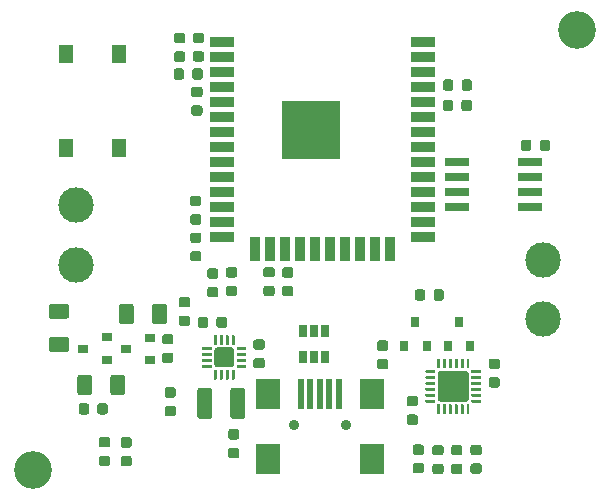
<source format=gbr>
G04 #@! TF.GenerationSoftware,KiCad,Pcbnew,5.1.5+dfsg1-2build2*
G04 #@! TF.CreationDate,2022-06-24T13:23:12+12:00*
G04 #@! TF.ProjectId,bbq-monitor,6262712d-6d6f-46e6-9974-6f722e6b6963,rev?*
G04 #@! TF.SameCoordinates,Original*
G04 #@! TF.FileFunction,Soldermask,Top*
G04 #@! TF.FilePolarity,Negative*
%FSLAX46Y46*%
G04 Gerber Fmt 4.6, Leading zero omitted, Abs format (unit mm)*
G04 Created by KiCad (PCBNEW 5.1.5+dfsg1-2build2) date 2022-06-24 13:23:12*
%MOMM*%
%LPD*%
G04 APERTURE LIST*
%ADD10C,3.200000*%
%ADD11C,3.000000*%
%ADD12C,0.100000*%
%ADD13R,1.300000X1.550000*%
%ADD14R,0.650000X1.060000*%
%ADD15R,0.900000X0.800000*%
%ADD16R,0.800000X0.900000*%
%ADD17C,0.900000*%
%ADD18R,0.500000X2.500000*%
%ADD19R,2.000000X2.500000*%
%ADD20R,2.032000X0.660400*%
%ADD21R,2.000000X0.900000*%
%ADD22R,0.900000X2.000000*%
%ADD23R,5.000000X5.000000*%
G04 APERTURE END LIST*
D10*
X163957000Y-114300000D03*
X209994500Y-77063600D03*
D11*
X207137000Y-96534600D03*
X207137000Y-101534600D03*
X167533320Y-96891480D03*
X167533320Y-91891480D03*
D12*
G36*
X177010891Y-99652153D02*
G01*
X177032126Y-99655303D01*
X177052950Y-99660519D01*
X177073162Y-99667751D01*
X177092568Y-99676930D01*
X177110981Y-99687966D01*
X177128224Y-99700754D01*
X177144130Y-99715170D01*
X177158546Y-99731076D01*
X177171334Y-99748319D01*
X177182370Y-99766732D01*
X177191549Y-99786138D01*
X177198781Y-99806350D01*
X177203997Y-99827174D01*
X177207147Y-99848409D01*
X177208200Y-99869850D01*
X177208200Y-100307350D01*
X177207147Y-100328791D01*
X177203997Y-100350026D01*
X177198781Y-100370850D01*
X177191549Y-100391062D01*
X177182370Y-100410468D01*
X177171334Y-100428881D01*
X177158546Y-100446124D01*
X177144130Y-100462030D01*
X177128224Y-100476446D01*
X177110981Y-100489234D01*
X177092568Y-100500270D01*
X177073162Y-100509449D01*
X177052950Y-100516681D01*
X177032126Y-100521897D01*
X177010891Y-100525047D01*
X176989450Y-100526100D01*
X176476950Y-100526100D01*
X176455509Y-100525047D01*
X176434274Y-100521897D01*
X176413450Y-100516681D01*
X176393238Y-100509449D01*
X176373832Y-100500270D01*
X176355419Y-100489234D01*
X176338176Y-100476446D01*
X176322270Y-100462030D01*
X176307854Y-100446124D01*
X176295066Y-100428881D01*
X176284030Y-100410468D01*
X176274851Y-100391062D01*
X176267619Y-100370850D01*
X176262403Y-100350026D01*
X176259253Y-100328791D01*
X176258200Y-100307350D01*
X176258200Y-99869850D01*
X176259253Y-99848409D01*
X176262403Y-99827174D01*
X176267619Y-99806350D01*
X176274851Y-99786138D01*
X176284030Y-99766732D01*
X176295066Y-99748319D01*
X176307854Y-99731076D01*
X176322270Y-99715170D01*
X176338176Y-99700754D01*
X176355419Y-99687966D01*
X176373832Y-99676930D01*
X176393238Y-99667751D01*
X176413450Y-99660519D01*
X176434274Y-99655303D01*
X176455509Y-99652153D01*
X176476950Y-99651100D01*
X176989450Y-99651100D01*
X177010891Y-99652153D01*
G37*
G36*
X177010891Y-101227153D02*
G01*
X177032126Y-101230303D01*
X177052950Y-101235519D01*
X177073162Y-101242751D01*
X177092568Y-101251930D01*
X177110981Y-101262966D01*
X177128224Y-101275754D01*
X177144130Y-101290170D01*
X177158546Y-101306076D01*
X177171334Y-101323319D01*
X177182370Y-101341732D01*
X177191549Y-101361138D01*
X177198781Y-101381350D01*
X177203997Y-101402174D01*
X177207147Y-101423409D01*
X177208200Y-101444850D01*
X177208200Y-101882350D01*
X177207147Y-101903791D01*
X177203997Y-101925026D01*
X177198781Y-101945850D01*
X177191549Y-101966062D01*
X177182370Y-101985468D01*
X177171334Y-102003881D01*
X177158546Y-102021124D01*
X177144130Y-102037030D01*
X177128224Y-102051446D01*
X177110981Y-102064234D01*
X177092568Y-102075270D01*
X177073162Y-102084449D01*
X177052950Y-102091681D01*
X177032126Y-102096897D01*
X177010891Y-102100047D01*
X176989450Y-102101100D01*
X176476950Y-102101100D01*
X176455509Y-102100047D01*
X176434274Y-102096897D01*
X176413450Y-102091681D01*
X176393238Y-102084449D01*
X176373832Y-102075270D01*
X176355419Y-102064234D01*
X176338176Y-102051446D01*
X176322270Y-102037030D01*
X176307854Y-102021124D01*
X176295066Y-102003881D01*
X176284030Y-101985468D01*
X176274851Y-101966062D01*
X176267619Y-101945850D01*
X176262403Y-101925026D01*
X176259253Y-101903791D01*
X176258200Y-101882350D01*
X176258200Y-101444850D01*
X176259253Y-101423409D01*
X176262403Y-101402174D01*
X176267619Y-101381350D01*
X176274851Y-101361138D01*
X176284030Y-101341732D01*
X176295066Y-101323319D01*
X176307854Y-101306076D01*
X176322270Y-101290170D01*
X176338176Y-101275754D01*
X176355419Y-101262966D01*
X176373832Y-101251930D01*
X176393238Y-101242751D01*
X176413450Y-101235519D01*
X176434274Y-101230303D01*
X176455509Y-101227153D01*
X176476950Y-101226100D01*
X176989450Y-101226100D01*
X177010891Y-101227153D01*
G37*
D13*
X166715880Y-87048240D03*
X171215880Y-87048240D03*
X171215880Y-79098240D03*
X166715880Y-79098240D03*
D12*
G36*
X203244011Y-104856613D02*
G01*
X203265246Y-104859763D01*
X203286070Y-104864979D01*
X203306282Y-104872211D01*
X203325688Y-104881390D01*
X203344101Y-104892426D01*
X203361344Y-104905214D01*
X203377250Y-104919630D01*
X203391666Y-104935536D01*
X203404454Y-104952779D01*
X203415490Y-104971192D01*
X203424669Y-104990598D01*
X203431901Y-105010810D01*
X203437117Y-105031634D01*
X203440267Y-105052869D01*
X203441320Y-105074310D01*
X203441320Y-105511810D01*
X203440267Y-105533251D01*
X203437117Y-105554486D01*
X203431901Y-105575310D01*
X203424669Y-105595522D01*
X203415490Y-105614928D01*
X203404454Y-105633341D01*
X203391666Y-105650584D01*
X203377250Y-105666490D01*
X203361344Y-105680906D01*
X203344101Y-105693694D01*
X203325688Y-105704730D01*
X203306282Y-105713909D01*
X203286070Y-105721141D01*
X203265246Y-105726357D01*
X203244011Y-105729507D01*
X203222570Y-105730560D01*
X202710070Y-105730560D01*
X202688629Y-105729507D01*
X202667394Y-105726357D01*
X202646570Y-105721141D01*
X202626358Y-105713909D01*
X202606952Y-105704730D01*
X202588539Y-105693694D01*
X202571296Y-105680906D01*
X202555390Y-105666490D01*
X202540974Y-105650584D01*
X202528186Y-105633341D01*
X202517150Y-105614928D01*
X202507971Y-105595522D01*
X202500739Y-105575310D01*
X202495523Y-105554486D01*
X202492373Y-105533251D01*
X202491320Y-105511810D01*
X202491320Y-105074310D01*
X202492373Y-105052869D01*
X202495523Y-105031634D01*
X202500739Y-105010810D01*
X202507971Y-104990598D01*
X202517150Y-104971192D01*
X202528186Y-104952779D01*
X202540974Y-104935536D01*
X202555390Y-104919630D01*
X202571296Y-104905214D01*
X202588539Y-104892426D01*
X202606952Y-104881390D01*
X202626358Y-104872211D01*
X202646570Y-104864979D01*
X202667394Y-104859763D01*
X202688629Y-104856613D01*
X202710070Y-104855560D01*
X203222570Y-104855560D01*
X203244011Y-104856613D01*
G37*
G36*
X203244011Y-106431613D02*
G01*
X203265246Y-106434763D01*
X203286070Y-106439979D01*
X203306282Y-106447211D01*
X203325688Y-106456390D01*
X203344101Y-106467426D01*
X203361344Y-106480214D01*
X203377250Y-106494630D01*
X203391666Y-106510536D01*
X203404454Y-106527779D01*
X203415490Y-106546192D01*
X203424669Y-106565598D01*
X203431901Y-106585810D01*
X203437117Y-106606634D01*
X203440267Y-106627869D01*
X203441320Y-106649310D01*
X203441320Y-107086810D01*
X203440267Y-107108251D01*
X203437117Y-107129486D01*
X203431901Y-107150310D01*
X203424669Y-107170522D01*
X203415490Y-107189928D01*
X203404454Y-107208341D01*
X203391666Y-107225584D01*
X203377250Y-107241490D01*
X203361344Y-107255906D01*
X203344101Y-107268694D01*
X203325688Y-107279730D01*
X203306282Y-107288909D01*
X203286070Y-107296141D01*
X203265246Y-107301357D01*
X203244011Y-107304507D01*
X203222570Y-107305560D01*
X202710070Y-107305560D01*
X202688629Y-107304507D01*
X202667394Y-107301357D01*
X202646570Y-107296141D01*
X202626358Y-107288909D01*
X202606952Y-107279730D01*
X202588539Y-107268694D01*
X202571296Y-107255906D01*
X202555390Y-107241490D01*
X202540974Y-107225584D01*
X202528186Y-107208341D01*
X202517150Y-107189928D01*
X202507971Y-107170522D01*
X202500739Y-107150310D01*
X202495523Y-107129486D01*
X202492373Y-107108251D01*
X202491320Y-107086810D01*
X202491320Y-106649310D01*
X202492373Y-106627869D01*
X202495523Y-106606634D01*
X202500739Y-106585810D01*
X202507971Y-106565598D01*
X202517150Y-106546192D01*
X202528186Y-106527779D01*
X202540974Y-106510536D01*
X202555390Y-106494630D01*
X202571296Y-106480214D01*
X202588539Y-106467426D01*
X202606952Y-106456390D01*
X202626358Y-106447211D01*
X202646570Y-106439979D01*
X202667394Y-106434763D01*
X202688629Y-106431613D01*
X202710070Y-106430560D01*
X203222570Y-106430560D01*
X203244011Y-106431613D01*
G37*
D14*
X187706000Y-104732000D03*
X188656000Y-104732000D03*
X186756000Y-104732000D03*
X186756000Y-102532000D03*
X187706000Y-102532000D03*
X188656000Y-102532000D03*
D12*
G36*
X181191731Y-110830693D02*
G01*
X181212966Y-110833843D01*
X181233790Y-110839059D01*
X181254002Y-110846291D01*
X181273408Y-110855470D01*
X181291821Y-110866506D01*
X181309064Y-110879294D01*
X181324970Y-110893710D01*
X181339386Y-110909616D01*
X181352174Y-110926859D01*
X181363210Y-110945272D01*
X181372389Y-110964678D01*
X181379621Y-110984890D01*
X181384837Y-111005714D01*
X181387987Y-111026949D01*
X181389040Y-111048390D01*
X181389040Y-111485890D01*
X181387987Y-111507331D01*
X181384837Y-111528566D01*
X181379621Y-111549390D01*
X181372389Y-111569602D01*
X181363210Y-111589008D01*
X181352174Y-111607421D01*
X181339386Y-111624664D01*
X181324970Y-111640570D01*
X181309064Y-111654986D01*
X181291821Y-111667774D01*
X181273408Y-111678810D01*
X181254002Y-111687989D01*
X181233790Y-111695221D01*
X181212966Y-111700437D01*
X181191731Y-111703587D01*
X181170290Y-111704640D01*
X180657790Y-111704640D01*
X180636349Y-111703587D01*
X180615114Y-111700437D01*
X180594290Y-111695221D01*
X180574078Y-111687989D01*
X180554672Y-111678810D01*
X180536259Y-111667774D01*
X180519016Y-111654986D01*
X180503110Y-111640570D01*
X180488694Y-111624664D01*
X180475906Y-111607421D01*
X180464870Y-111589008D01*
X180455691Y-111569602D01*
X180448459Y-111549390D01*
X180443243Y-111528566D01*
X180440093Y-111507331D01*
X180439040Y-111485890D01*
X180439040Y-111048390D01*
X180440093Y-111026949D01*
X180443243Y-111005714D01*
X180448459Y-110984890D01*
X180455691Y-110964678D01*
X180464870Y-110945272D01*
X180475906Y-110926859D01*
X180488694Y-110909616D01*
X180503110Y-110893710D01*
X180519016Y-110879294D01*
X180536259Y-110866506D01*
X180554672Y-110855470D01*
X180574078Y-110846291D01*
X180594290Y-110839059D01*
X180615114Y-110833843D01*
X180636349Y-110830693D01*
X180657790Y-110829640D01*
X181170290Y-110829640D01*
X181191731Y-110830693D01*
G37*
G36*
X181191731Y-112405693D02*
G01*
X181212966Y-112408843D01*
X181233790Y-112414059D01*
X181254002Y-112421291D01*
X181273408Y-112430470D01*
X181291821Y-112441506D01*
X181309064Y-112454294D01*
X181324970Y-112468710D01*
X181339386Y-112484616D01*
X181352174Y-112501859D01*
X181363210Y-112520272D01*
X181372389Y-112539678D01*
X181379621Y-112559890D01*
X181384837Y-112580714D01*
X181387987Y-112601949D01*
X181389040Y-112623390D01*
X181389040Y-113060890D01*
X181387987Y-113082331D01*
X181384837Y-113103566D01*
X181379621Y-113124390D01*
X181372389Y-113144602D01*
X181363210Y-113164008D01*
X181352174Y-113182421D01*
X181339386Y-113199664D01*
X181324970Y-113215570D01*
X181309064Y-113229986D01*
X181291821Y-113242774D01*
X181273408Y-113253810D01*
X181254002Y-113262989D01*
X181233790Y-113270221D01*
X181212966Y-113275437D01*
X181191731Y-113278587D01*
X181170290Y-113279640D01*
X180657790Y-113279640D01*
X180636349Y-113278587D01*
X180615114Y-113275437D01*
X180594290Y-113270221D01*
X180574078Y-113262989D01*
X180554672Y-113253810D01*
X180536259Y-113242774D01*
X180519016Y-113229986D01*
X180503110Y-113215570D01*
X180488694Y-113199664D01*
X180475906Y-113182421D01*
X180464870Y-113164008D01*
X180455691Y-113144602D01*
X180448459Y-113124390D01*
X180443243Y-113103566D01*
X180440093Y-113082331D01*
X180439040Y-113060890D01*
X180439040Y-112623390D01*
X180440093Y-112601949D01*
X180443243Y-112580714D01*
X180448459Y-112559890D01*
X180455691Y-112539678D01*
X180464870Y-112520272D01*
X180475906Y-112501859D01*
X180488694Y-112484616D01*
X180503110Y-112468710D01*
X180519016Y-112454294D01*
X180536259Y-112441506D01*
X180554672Y-112430470D01*
X180574078Y-112421291D01*
X180594290Y-112414059D01*
X180615114Y-112408843D01*
X180636349Y-112405693D01*
X180657790Y-112404640D01*
X181170290Y-112404640D01*
X181191731Y-112405693D01*
G37*
D15*
X171786000Y-104038000D03*
X173786000Y-103088000D03*
X173786000Y-104988000D03*
D12*
G36*
X172227504Y-100218204D02*
G01*
X172251773Y-100221804D01*
X172275571Y-100227765D01*
X172298671Y-100236030D01*
X172320849Y-100246520D01*
X172341893Y-100259133D01*
X172361598Y-100273747D01*
X172379777Y-100290223D01*
X172396253Y-100308402D01*
X172410867Y-100328107D01*
X172423480Y-100349151D01*
X172433970Y-100371329D01*
X172442235Y-100394429D01*
X172448196Y-100418227D01*
X172451796Y-100442496D01*
X172453000Y-100467000D01*
X172453000Y-101717000D01*
X172451796Y-101741504D01*
X172448196Y-101765773D01*
X172442235Y-101789571D01*
X172433970Y-101812671D01*
X172423480Y-101834849D01*
X172410867Y-101855893D01*
X172396253Y-101875598D01*
X172379777Y-101893777D01*
X172361598Y-101910253D01*
X172341893Y-101924867D01*
X172320849Y-101937480D01*
X172298671Y-101947970D01*
X172275571Y-101956235D01*
X172251773Y-101962196D01*
X172227504Y-101965796D01*
X172203000Y-101967000D01*
X171453000Y-101967000D01*
X171428496Y-101965796D01*
X171404227Y-101962196D01*
X171380429Y-101956235D01*
X171357329Y-101947970D01*
X171335151Y-101937480D01*
X171314107Y-101924867D01*
X171294402Y-101910253D01*
X171276223Y-101893777D01*
X171259747Y-101875598D01*
X171245133Y-101855893D01*
X171232520Y-101834849D01*
X171222030Y-101812671D01*
X171213765Y-101789571D01*
X171207804Y-101765773D01*
X171204204Y-101741504D01*
X171203000Y-101717000D01*
X171203000Y-100467000D01*
X171204204Y-100442496D01*
X171207804Y-100418227D01*
X171213765Y-100394429D01*
X171222030Y-100371329D01*
X171232520Y-100349151D01*
X171245133Y-100328107D01*
X171259747Y-100308402D01*
X171276223Y-100290223D01*
X171294402Y-100273747D01*
X171314107Y-100259133D01*
X171335151Y-100246520D01*
X171357329Y-100236030D01*
X171380429Y-100227765D01*
X171404227Y-100221804D01*
X171428496Y-100218204D01*
X171453000Y-100217000D01*
X172203000Y-100217000D01*
X172227504Y-100218204D01*
G37*
G36*
X175027504Y-100218204D02*
G01*
X175051773Y-100221804D01*
X175075571Y-100227765D01*
X175098671Y-100236030D01*
X175120849Y-100246520D01*
X175141893Y-100259133D01*
X175161598Y-100273747D01*
X175179777Y-100290223D01*
X175196253Y-100308402D01*
X175210867Y-100328107D01*
X175223480Y-100349151D01*
X175233970Y-100371329D01*
X175242235Y-100394429D01*
X175248196Y-100418227D01*
X175251796Y-100442496D01*
X175253000Y-100467000D01*
X175253000Y-101717000D01*
X175251796Y-101741504D01*
X175248196Y-101765773D01*
X175242235Y-101789571D01*
X175233970Y-101812671D01*
X175223480Y-101834849D01*
X175210867Y-101855893D01*
X175196253Y-101875598D01*
X175179777Y-101893777D01*
X175161598Y-101910253D01*
X175141893Y-101924867D01*
X175120849Y-101937480D01*
X175098671Y-101947970D01*
X175075571Y-101956235D01*
X175051773Y-101962196D01*
X175027504Y-101965796D01*
X175003000Y-101967000D01*
X174253000Y-101967000D01*
X174228496Y-101965796D01*
X174204227Y-101962196D01*
X174180429Y-101956235D01*
X174157329Y-101947970D01*
X174135151Y-101937480D01*
X174114107Y-101924867D01*
X174094402Y-101910253D01*
X174076223Y-101893777D01*
X174059747Y-101875598D01*
X174045133Y-101855893D01*
X174032520Y-101834849D01*
X174022030Y-101812671D01*
X174013765Y-101789571D01*
X174007804Y-101765773D01*
X174004204Y-101741504D01*
X174003000Y-101717000D01*
X174003000Y-100467000D01*
X174004204Y-100442496D01*
X174007804Y-100418227D01*
X174013765Y-100394429D01*
X174022030Y-100371329D01*
X174032520Y-100349151D01*
X174045133Y-100328107D01*
X174059747Y-100308402D01*
X174076223Y-100290223D01*
X174094402Y-100273747D01*
X174114107Y-100259133D01*
X174135151Y-100246520D01*
X174157329Y-100236030D01*
X174180429Y-100227765D01*
X174204227Y-100221804D01*
X174228496Y-100218204D01*
X174253000Y-100217000D01*
X175003000Y-100217000D01*
X175027504Y-100218204D01*
G37*
G36*
X168705504Y-106204204D02*
G01*
X168729773Y-106207804D01*
X168753571Y-106213765D01*
X168776671Y-106222030D01*
X168798849Y-106232520D01*
X168819893Y-106245133D01*
X168839598Y-106259747D01*
X168857777Y-106276223D01*
X168874253Y-106294402D01*
X168888867Y-106314107D01*
X168901480Y-106335151D01*
X168911970Y-106357329D01*
X168920235Y-106380429D01*
X168926196Y-106404227D01*
X168929796Y-106428496D01*
X168931000Y-106453000D01*
X168931000Y-107703000D01*
X168929796Y-107727504D01*
X168926196Y-107751773D01*
X168920235Y-107775571D01*
X168911970Y-107798671D01*
X168901480Y-107820849D01*
X168888867Y-107841893D01*
X168874253Y-107861598D01*
X168857777Y-107879777D01*
X168839598Y-107896253D01*
X168819893Y-107910867D01*
X168798849Y-107923480D01*
X168776671Y-107933970D01*
X168753571Y-107942235D01*
X168729773Y-107948196D01*
X168705504Y-107951796D01*
X168681000Y-107953000D01*
X167931000Y-107953000D01*
X167906496Y-107951796D01*
X167882227Y-107948196D01*
X167858429Y-107942235D01*
X167835329Y-107933970D01*
X167813151Y-107923480D01*
X167792107Y-107910867D01*
X167772402Y-107896253D01*
X167754223Y-107879777D01*
X167737747Y-107861598D01*
X167723133Y-107841893D01*
X167710520Y-107820849D01*
X167700030Y-107798671D01*
X167691765Y-107775571D01*
X167685804Y-107751773D01*
X167682204Y-107727504D01*
X167681000Y-107703000D01*
X167681000Y-106453000D01*
X167682204Y-106428496D01*
X167685804Y-106404227D01*
X167691765Y-106380429D01*
X167700030Y-106357329D01*
X167710520Y-106335151D01*
X167723133Y-106314107D01*
X167737747Y-106294402D01*
X167754223Y-106276223D01*
X167772402Y-106259747D01*
X167792107Y-106245133D01*
X167813151Y-106232520D01*
X167835329Y-106222030D01*
X167858429Y-106213765D01*
X167882227Y-106207804D01*
X167906496Y-106204204D01*
X167931000Y-106203000D01*
X168681000Y-106203000D01*
X168705504Y-106204204D01*
G37*
G36*
X171505504Y-106204204D02*
G01*
X171529773Y-106207804D01*
X171553571Y-106213765D01*
X171576671Y-106222030D01*
X171598849Y-106232520D01*
X171619893Y-106245133D01*
X171639598Y-106259747D01*
X171657777Y-106276223D01*
X171674253Y-106294402D01*
X171688867Y-106314107D01*
X171701480Y-106335151D01*
X171711970Y-106357329D01*
X171720235Y-106380429D01*
X171726196Y-106404227D01*
X171729796Y-106428496D01*
X171731000Y-106453000D01*
X171731000Y-107703000D01*
X171729796Y-107727504D01*
X171726196Y-107751773D01*
X171720235Y-107775571D01*
X171711970Y-107798671D01*
X171701480Y-107820849D01*
X171688867Y-107841893D01*
X171674253Y-107861598D01*
X171657777Y-107879777D01*
X171639598Y-107896253D01*
X171619893Y-107910867D01*
X171598849Y-107923480D01*
X171576671Y-107933970D01*
X171553571Y-107942235D01*
X171529773Y-107948196D01*
X171505504Y-107951796D01*
X171481000Y-107953000D01*
X170731000Y-107953000D01*
X170706496Y-107951796D01*
X170682227Y-107948196D01*
X170658429Y-107942235D01*
X170635329Y-107933970D01*
X170613151Y-107923480D01*
X170592107Y-107910867D01*
X170572402Y-107896253D01*
X170554223Y-107879777D01*
X170537747Y-107861598D01*
X170523133Y-107841893D01*
X170510520Y-107820849D01*
X170500030Y-107798671D01*
X170491765Y-107775571D01*
X170485804Y-107751773D01*
X170482204Y-107727504D01*
X170481000Y-107703000D01*
X170481000Y-106453000D01*
X170482204Y-106428496D01*
X170485804Y-106404227D01*
X170491765Y-106380429D01*
X170500030Y-106357329D01*
X170510520Y-106335151D01*
X170523133Y-106314107D01*
X170537747Y-106294402D01*
X170554223Y-106276223D01*
X170572402Y-106259747D01*
X170592107Y-106245133D01*
X170613151Y-106232520D01*
X170635329Y-106222030D01*
X170658429Y-106213765D01*
X170682227Y-106207804D01*
X170706496Y-106204204D01*
X170731000Y-106203000D01*
X171481000Y-106203000D01*
X171505504Y-106204204D01*
G37*
G36*
X178203691Y-77260053D02*
G01*
X178224926Y-77263203D01*
X178245750Y-77268419D01*
X178265962Y-77275651D01*
X178285368Y-77284830D01*
X178303781Y-77295866D01*
X178321024Y-77308654D01*
X178336930Y-77323070D01*
X178351346Y-77338976D01*
X178364134Y-77356219D01*
X178375170Y-77374632D01*
X178384349Y-77394038D01*
X178391581Y-77414250D01*
X178396797Y-77435074D01*
X178399947Y-77456309D01*
X178401000Y-77477750D01*
X178401000Y-77915250D01*
X178399947Y-77936691D01*
X178396797Y-77957926D01*
X178391581Y-77978750D01*
X178384349Y-77998962D01*
X178375170Y-78018368D01*
X178364134Y-78036781D01*
X178351346Y-78054024D01*
X178336930Y-78069930D01*
X178321024Y-78084346D01*
X178303781Y-78097134D01*
X178285368Y-78108170D01*
X178265962Y-78117349D01*
X178245750Y-78124581D01*
X178224926Y-78129797D01*
X178203691Y-78132947D01*
X178182250Y-78134000D01*
X177669750Y-78134000D01*
X177648309Y-78132947D01*
X177627074Y-78129797D01*
X177606250Y-78124581D01*
X177586038Y-78117349D01*
X177566632Y-78108170D01*
X177548219Y-78097134D01*
X177530976Y-78084346D01*
X177515070Y-78069930D01*
X177500654Y-78054024D01*
X177487866Y-78036781D01*
X177476830Y-78018368D01*
X177467651Y-77998962D01*
X177460419Y-77978750D01*
X177455203Y-77957926D01*
X177452053Y-77936691D01*
X177451000Y-77915250D01*
X177451000Y-77477750D01*
X177452053Y-77456309D01*
X177455203Y-77435074D01*
X177460419Y-77414250D01*
X177467651Y-77394038D01*
X177476830Y-77374632D01*
X177487866Y-77356219D01*
X177500654Y-77338976D01*
X177515070Y-77323070D01*
X177530976Y-77308654D01*
X177548219Y-77295866D01*
X177566632Y-77284830D01*
X177586038Y-77275651D01*
X177606250Y-77268419D01*
X177627074Y-77263203D01*
X177648309Y-77260053D01*
X177669750Y-77259000D01*
X178182250Y-77259000D01*
X178203691Y-77260053D01*
G37*
G36*
X178203691Y-78835053D02*
G01*
X178224926Y-78838203D01*
X178245750Y-78843419D01*
X178265962Y-78850651D01*
X178285368Y-78859830D01*
X178303781Y-78870866D01*
X178321024Y-78883654D01*
X178336930Y-78898070D01*
X178351346Y-78913976D01*
X178364134Y-78931219D01*
X178375170Y-78949632D01*
X178384349Y-78969038D01*
X178391581Y-78989250D01*
X178396797Y-79010074D01*
X178399947Y-79031309D01*
X178401000Y-79052750D01*
X178401000Y-79490250D01*
X178399947Y-79511691D01*
X178396797Y-79532926D01*
X178391581Y-79553750D01*
X178384349Y-79573962D01*
X178375170Y-79593368D01*
X178364134Y-79611781D01*
X178351346Y-79629024D01*
X178336930Y-79644930D01*
X178321024Y-79659346D01*
X178303781Y-79672134D01*
X178285368Y-79683170D01*
X178265962Y-79692349D01*
X178245750Y-79699581D01*
X178224926Y-79704797D01*
X178203691Y-79707947D01*
X178182250Y-79709000D01*
X177669750Y-79709000D01*
X177648309Y-79707947D01*
X177627074Y-79704797D01*
X177606250Y-79699581D01*
X177586038Y-79692349D01*
X177566632Y-79683170D01*
X177548219Y-79672134D01*
X177530976Y-79659346D01*
X177515070Y-79644930D01*
X177500654Y-79629024D01*
X177487866Y-79611781D01*
X177476830Y-79593368D01*
X177467651Y-79573962D01*
X177460419Y-79553750D01*
X177455203Y-79532926D01*
X177452053Y-79511691D01*
X177451000Y-79490250D01*
X177451000Y-79052750D01*
X177452053Y-79031309D01*
X177455203Y-79010074D01*
X177460419Y-78989250D01*
X177467651Y-78969038D01*
X177476830Y-78949632D01*
X177487866Y-78931219D01*
X177500654Y-78913976D01*
X177515070Y-78898070D01*
X177530976Y-78883654D01*
X177548219Y-78870866D01*
X177566632Y-78859830D01*
X177586038Y-78850651D01*
X177606250Y-78843419D01*
X177627074Y-78838203D01*
X177648309Y-78835053D01*
X177669750Y-78834000D01*
X178182250Y-78834000D01*
X178203691Y-78835053D01*
G37*
G36*
X200574504Y-105901204D02*
G01*
X200598773Y-105904804D01*
X200622571Y-105910765D01*
X200645671Y-105919030D01*
X200667849Y-105929520D01*
X200688893Y-105942133D01*
X200708598Y-105956747D01*
X200726777Y-105973223D01*
X200743253Y-105991402D01*
X200757867Y-106011107D01*
X200770480Y-106032151D01*
X200780970Y-106054329D01*
X200789235Y-106077429D01*
X200795196Y-106101227D01*
X200798796Y-106125496D01*
X200800000Y-106150000D01*
X200800000Y-108250000D01*
X200798796Y-108274504D01*
X200795196Y-108298773D01*
X200789235Y-108322571D01*
X200780970Y-108345671D01*
X200770480Y-108367849D01*
X200757867Y-108388893D01*
X200743253Y-108408598D01*
X200726777Y-108426777D01*
X200708598Y-108443253D01*
X200688893Y-108457867D01*
X200667849Y-108470480D01*
X200645671Y-108480970D01*
X200622571Y-108489235D01*
X200598773Y-108495196D01*
X200574504Y-108498796D01*
X200550000Y-108500000D01*
X198450000Y-108500000D01*
X198425496Y-108498796D01*
X198401227Y-108495196D01*
X198377429Y-108489235D01*
X198354329Y-108480970D01*
X198332151Y-108470480D01*
X198311107Y-108457867D01*
X198291402Y-108443253D01*
X198273223Y-108426777D01*
X198256747Y-108408598D01*
X198242133Y-108388893D01*
X198229520Y-108367849D01*
X198219030Y-108345671D01*
X198210765Y-108322571D01*
X198204804Y-108298773D01*
X198201204Y-108274504D01*
X198200000Y-108250000D01*
X198200000Y-106150000D01*
X198201204Y-106125496D01*
X198204804Y-106101227D01*
X198210765Y-106077429D01*
X198219030Y-106054329D01*
X198229520Y-106032151D01*
X198242133Y-106011107D01*
X198256747Y-105991402D01*
X198273223Y-105973223D01*
X198291402Y-105956747D01*
X198311107Y-105942133D01*
X198332151Y-105929520D01*
X198354329Y-105919030D01*
X198377429Y-105910765D01*
X198401227Y-105904804D01*
X198425496Y-105901204D01*
X198450000Y-105900000D01*
X200550000Y-105900000D01*
X200574504Y-105901204D01*
G37*
G36*
X197918626Y-105825301D02*
G01*
X197924693Y-105826201D01*
X197930643Y-105827691D01*
X197936418Y-105829758D01*
X197941962Y-105832380D01*
X197947223Y-105835533D01*
X197952150Y-105839187D01*
X197956694Y-105843306D01*
X197960813Y-105847850D01*
X197964467Y-105852777D01*
X197967620Y-105858038D01*
X197970242Y-105863582D01*
X197972309Y-105869357D01*
X197973799Y-105875307D01*
X197974699Y-105881374D01*
X197975000Y-105887500D01*
X197975000Y-106012500D01*
X197974699Y-106018626D01*
X197973799Y-106024693D01*
X197972309Y-106030643D01*
X197970242Y-106036418D01*
X197967620Y-106041962D01*
X197964467Y-106047223D01*
X197960813Y-106052150D01*
X197956694Y-106056694D01*
X197952150Y-106060813D01*
X197947223Y-106064467D01*
X197941962Y-106067620D01*
X197936418Y-106070242D01*
X197930643Y-106072309D01*
X197924693Y-106073799D01*
X197918626Y-106074699D01*
X197912500Y-106075000D01*
X197212500Y-106075000D01*
X197206374Y-106074699D01*
X197200307Y-106073799D01*
X197194357Y-106072309D01*
X197188582Y-106070242D01*
X197183038Y-106067620D01*
X197177777Y-106064467D01*
X197172850Y-106060813D01*
X197168306Y-106056694D01*
X197164187Y-106052150D01*
X197160533Y-106047223D01*
X197157380Y-106041962D01*
X197154758Y-106036418D01*
X197152691Y-106030643D01*
X197151201Y-106024693D01*
X197150301Y-106018626D01*
X197150000Y-106012500D01*
X197150000Y-105887500D01*
X197150301Y-105881374D01*
X197151201Y-105875307D01*
X197152691Y-105869357D01*
X197154758Y-105863582D01*
X197157380Y-105858038D01*
X197160533Y-105852777D01*
X197164187Y-105847850D01*
X197168306Y-105843306D01*
X197172850Y-105839187D01*
X197177777Y-105835533D01*
X197183038Y-105832380D01*
X197188582Y-105829758D01*
X197194357Y-105827691D01*
X197200307Y-105826201D01*
X197206374Y-105825301D01*
X197212500Y-105825000D01*
X197912500Y-105825000D01*
X197918626Y-105825301D01*
G37*
G36*
X197918626Y-106325301D02*
G01*
X197924693Y-106326201D01*
X197930643Y-106327691D01*
X197936418Y-106329758D01*
X197941962Y-106332380D01*
X197947223Y-106335533D01*
X197952150Y-106339187D01*
X197956694Y-106343306D01*
X197960813Y-106347850D01*
X197964467Y-106352777D01*
X197967620Y-106358038D01*
X197970242Y-106363582D01*
X197972309Y-106369357D01*
X197973799Y-106375307D01*
X197974699Y-106381374D01*
X197975000Y-106387500D01*
X197975000Y-106512500D01*
X197974699Y-106518626D01*
X197973799Y-106524693D01*
X197972309Y-106530643D01*
X197970242Y-106536418D01*
X197967620Y-106541962D01*
X197964467Y-106547223D01*
X197960813Y-106552150D01*
X197956694Y-106556694D01*
X197952150Y-106560813D01*
X197947223Y-106564467D01*
X197941962Y-106567620D01*
X197936418Y-106570242D01*
X197930643Y-106572309D01*
X197924693Y-106573799D01*
X197918626Y-106574699D01*
X197912500Y-106575000D01*
X197212500Y-106575000D01*
X197206374Y-106574699D01*
X197200307Y-106573799D01*
X197194357Y-106572309D01*
X197188582Y-106570242D01*
X197183038Y-106567620D01*
X197177777Y-106564467D01*
X197172850Y-106560813D01*
X197168306Y-106556694D01*
X197164187Y-106552150D01*
X197160533Y-106547223D01*
X197157380Y-106541962D01*
X197154758Y-106536418D01*
X197152691Y-106530643D01*
X197151201Y-106524693D01*
X197150301Y-106518626D01*
X197150000Y-106512500D01*
X197150000Y-106387500D01*
X197150301Y-106381374D01*
X197151201Y-106375307D01*
X197152691Y-106369357D01*
X197154758Y-106363582D01*
X197157380Y-106358038D01*
X197160533Y-106352777D01*
X197164187Y-106347850D01*
X197168306Y-106343306D01*
X197172850Y-106339187D01*
X197177777Y-106335533D01*
X197183038Y-106332380D01*
X197188582Y-106329758D01*
X197194357Y-106327691D01*
X197200307Y-106326201D01*
X197206374Y-106325301D01*
X197212500Y-106325000D01*
X197912500Y-106325000D01*
X197918626Y-106325301D01*
G37*
G36*
X197918626Y-106825301D02*
G01*
X197924693Y-106826201D01*
X197930643Y-106827691D01*
X197936418Y-106829758D01*
X197941962Y-106832380D01*
X197947223Y-106835533D01*
X197952150Y-106839187D01*
X197956694Y-106843306D01*
X197960813Y-106847850D01*
X197964467Y-106852777D01*
X197967620Y-106858038D01*
X197970242Y-106863582D01*
X197972309Y-106869357D01*
X197973799Y-106875307D01*
X197974699Y-106881374D01*
X197975000Y-106887500D01*
X197975000Y-107012500D01*
X197974699Y-107018626D01*
X197973799Y-107024693D01*
X197972309Y-107030643D01*
X197970242Y-107036418D01*
X197967620Y-107041962D01*
X197964467Y-107047223D01*
X197960813Y-107052150D01*
X197956694Y-107056694D01*
X197952150Y-107060813D01*
X197947223Y-107064467D01*
X197941962Y-107067620D01*
X197936418Y-107070242D01*
X197930643Y-107072309D01*
X197924693Y-107073799D01*
X197918626Y-107074699D01*
X197912500Y-107075000D01*
X197212500Y-107075000D01*
X197206374Y-107074699D01*
X197200307Y-107073799D01*
X197194357Y-107072309D01*
X197188582Y-107070242D01*
X197183038Y-107067620D01*
X197177777Y-107064467D01*
X197172850Y-107060813D01*
X197168306Y-107056694D01*
X197164187Y-107052150D01*
X197160533Y-107047223D01*
X197157380Y-107041962D01*
X197154758Y-107036418D01*
X197152691Y-107030643D01*
X197151201Y-107024693D01*
X197150301Y-107018626D01*
X197150000Y-107012500D01*
X197150000Y-106887500D01*
X197150301Y-106881374D01*
X197151201Y-106875307D01*
X197152691Y-106869357D01*
X197154758Y-106863582D01*
X197157380Y-106858038D01*
X197160533Y-106852777D01*
X197164187Y-106847850D01*
X197168306Y-106843306D01*
X197172850Y-106839187D01*
X197177777Y-106835533D01*
X197183038Y-106832380D01*
X197188582Y-106829758D01*
X197194357Y-106827691D01*
X197200307Y-106826201D01*
X197206374Y-106825301D01*
X197212500Y-106825000D01*
X197912500Y-106825000D01*
X197918626Y-106825301D01*
G37*
G36*
X197918626Y-107325301D02*
G01*
X197924693Y-107326201D01*
X197930643Y-107327691D01*
X197936418Y-107329758D01*
X197941962Y-107332380D01*
X197947223Y-107335533D01*
X197952150Y-107339187D01*
X197956694Y-107343306D01*
X197960813Y-107347850D01*
X197964467Y-107352777D01*
X197967620Y-107358038D01*
X197970242Y-107363582D01*
X197972309Y-107369357D01*
X197973799Y-107375307D01*
X197974699Y-107381374D01*
X197975000Y-107387500D01*
X197975000Y-107512500D01*
X197974699Y-107518626D01*
X197973799Y-107524693D01*
X197972309Y-107530643D01*
X197970242Y-107536418D01*
X197967620Y-107541962D01*
X197964467Y-107547223D01*
X197960813Y-107552150D01*
X197956694Y-107556694D01*
X197952150Y-107560813D01*
X197947223Y-107564467D01*
X197941962Y-107567620D01*
X197936418Y-107570242D01*
X197930643Y-107572309D01*
X197924693Y-107573799D01*
X197918626Y-107574699D01*
X197912500Y-107575000D01*
X197212500Y-107575000D01*
X197206374Y-107574699D01*
X197200307Y-107573799D01*
X197194357Y-107572309D01*
X197188582Y-107570242D01*
X197183038Y-107567620D01*
X197177777Y-107564467D01*
X197172850Y-107560813D01*
X197168306Y-107556694D01*
X197164187Y-107552150D01*
X197160533Y-107547223D01*
X197157380Y-107541962D01*
X197154758Y-107536418D01*
X197152691Y-107530643D01*
X197151201Y-107524693D01*
X197150301Y-107518626D01*
X197150000Y-107512500D01*
X197150000Y-107387500D01*
X197150301Y-107381374D01*
X197151201Y-107375307D01*
X197152691Y-107369357D01*
X197154758Y-107363582D01*
X197157380Y-107358038D01*
X197160533Y-107352777D01*
X197164187Y-107347850D01*
X197168306Y-107343306D01*
X197172850Y-107339187D01*
X197177777Y-107335533D01*
X197183038Y-107332380D01*
X197188582Y-107329758D01*
X197194357Y-107327691D01*
X197200307Y-107326201D01*
X197206374Y-107325301D01*
X197212500Y-107325000D01*
X197912500Y-107325000D01*
X197918626Y-107325301D01*
G37*
G36*
X197918626Y-107825301D02*
G01*
X197924693Y-107826201D01*
X197930643Y-107827691D01*
X197936418Y-107829758D01*
X197941962Y-107832380D01*
X197947223Y-107835533D01*
X197952150Y-107839187D01*
X197956694Y-107843306D01*
X197960813Y-107847850D01*
X197964467Y-107852777D01*
X197967620Y-107858038D01*
X197970242Y-107863582D01*
X197972309Y-107869357D01*
X197973799Y-107875307D01*
X197974699Y-107881374D01*
X197975000Y-107887500D01*
X197975000Y-108012500D01*
X197974699Y-108018626D01*
X197973799Y-108024693D01*
X197972309Y-108030643D01*
X197970242Y-108036418D01*
X197967620Y-108041962D01*
X197964467Y-108047223D01*
X197960813Y-108052150D01*
X197956694Y-108056694D01*
X197952150Y-108060813D01*
X197947223Y-108064467D01*
X197941962Y-108067620D01*
X197936418Y-108070242D01*
X197930643Y-108072309D01*
X197924693Y-108073799D01*
X197918626Y-108074699D01*
X197912500Y-108075000D01*
X197212500Y-108075000D01*
X197206374Y-108074699D01*
X197200307Y-108073799D01*
X197194357Y-108072309D01*
X197188582Y-108070242D01*
X197183038Y-108067620D01*
X197177777Y-108064467D01*
X197172850Y-108060813D01*
X197168306Y-108056694D01*
X197164187Y-108052150D01*
X197160533Y-108047223D01*
X197157380Y-108041962D01*
X197154758Y-108036418D01*
X197152691Y-108030643D01*
X197151201Y-108024693D01*
X197150301Y-108018626D01*
X197150000Y-108012500D01*
X197150000Y-107887500D01*
X197150301Y-107881374D01*
X197151201Y-107875307D01*
X197152691Y-107869357D01*
X197154758Y-107863582D01*
X197157380Y-107858038D01*
X197160533Y-107852777D01*
X197164187Y-107847850D01*
X197168306Y-107843306D01*
X197172850Y-107839187D01*
X197177777Y-107835533D01*
X197183038Y-107832380D01*
X197188582Y-107829758D01*
X197194357Y-107827691D01*
X197200307Y-107826201D01*
X197206374Y-107825301D01*
X197212500Y-107825000D01*
X197912500Y-107825000D01*
X197918626Y-107825301D01*
G37*
G36*
X197918626Y-108325301D02*
G01*
X197924693Y-108326201D01*
X197930643Y-108327691D01*
X197936418Y-108329758D01*
X197941962Y-108332380D01*
X197947223Y-108335533D01*
X197952150Y-108339187D01*
X197956694Y-108343306D01*
X197960813Y-108347850D01*
X197964467Y-108352777D01*
X197967620Y-108358038D01*
X197970242Y-108363582D01*
X197972309Y-108369357D01*
X197973799Y-108375307D01*
X197974699Y-108381374D01*
X197975000Y-108387500D01*
X197975000Y-108512500D01*
X197974699Y-108518626D01*
X197973799Y-108524693D01*
X197972309Y-108530643D01*
X197970242Y-108536418D01*
X197967620Y-108541962D01*
X197964467Y-108547223D01*
X197960813Y-108552150D01*
X197956694Y-108556694D01*
X197952150Y-108560813D01*
X197947223Y-108564467D01*
X197941962Y-108567620D01*
X197936418Y-108570242D01*
X197930643Y-108572309D01*
X197924693Y-108573799D01*
X197918626Y-108574699D01*
X197912500Y-108575000D01*
X197212500Y-108575000D01*
X197206374Y-108574699D01*
X197200307Y-108573799D01*
X197194357Y-108572309D01*
X197188582Y-108570242D01*
X197183038Y-108567620D01*
X197177777Y-108564467D01*
X197172850Y-108560813D01*
X197168306Y-108556694D01*
X197164187Y-108552150D01*
X197160533Y-108547223D01*
X197157380Y-108541962D01*
X197154758Y-108536418D01*
X197152691Y-108530643D01*
X197151201Y-108524693D01*
X197150301Y-108518626D01*
X197150000Y-108512500D01*
X197150000Y-108387500D01*
X197150301Y-108381374D01*
X197151201Y-108375307D01*
X197152691Y-108369357D01*
X197154758Y-108363582D01*
X197157380Y-108358038D01*
X197160533Y-108352777D01*
X197164187Y-108347850D01*
X197168306Y-108343306D01*
X197172850Y-108339187D01*
X197177777Y-108335533D01*
X197183038Y-108332380D01*
X197188582Y-108329758D01*
X197194357Y-108327691D01*
X197200307Y-108326201D01*
X197206374Y-108325301D01*
X197212500Y-108325000D01*
X197912500Y-108325000D01*
X197918626Y-108325301D01*
G37*
G36*
X198318626Y-108725301D02*
G01*
X198324693Y-108726201D01*
X198330643Y-108727691D01*
X198336418Y-108729758D01*
X198341962Y-108732380D01*
X198347223Y-108735533D01*
X198352150Y-108739187D01*
X198356694Y-108743306D01*
X198360813Y-108747850D01*
X198364467Y-108752777D01*
X198367620Y-108758038D01*
X198370242Y-108763582D01*
X198372309Y-108769357D01*
X198373799Y-108775307D01*
X198374699Y-108781374D01*
X198375000Y-108787500D01*
X198375000Y-109487500D01*
X198374699Y-109493626D01*
X198373799Y-109499693D01*
X198372309Y-109505643D01*
X198370242Y-109511418D01*
X198367620Y-109516962D01*
X198364467Y-109522223D01*
X198360813Y-109527150D01*
X198356694Y-109531694D01*
X198352150Y-109535813D01*
X198347223Y-109539467D01*
X198341962Y-109542620D01*
X198336418Y-109545242D01*
X198330643Y-109547309D01*
X198324693Y-109548799D01*
X198318626Y-109549699D01*
X198312500Y-109550000D01*
X198187500Y-109550000D01*
X198181374Y-109549699D01*
X198175307Y-109548799D01*
X198169357Y-109547309D01*
X198163582Y-109545242D01*
X198158038Y-109542620D01*
X198152777Y-109539467D01*
X198147850Y-109535813D01*
X198143306Y-109531694D01*
X198139187Y-109527150D01*
X198135533Y-109522223D01*
X198132380Y-109516962D01*
X198129758Y-109511418D01*
X198127691Y-109505643D01*
X198126201Y-109499693D01*
X198125301Y-109493626D01*
X198125000Y-109487500D01*
X198125000Y-108787500D01*
X198125301Y-108781374D01*
X198126201Y-108775307D01*
X198127691Y-108769357D01*
X198129758Y-108763582D01*
X198132380Y-108758038D01*
X198135533Y-108752777D01*
X198139187Y-108747850D01*
X198143306Y-108743306D01*
X198147850Y-108739187D01*
X198152777Y-108735533D01*
X198158038Y-108732380D01*
X198163582Y-108729758D01*
X198169357Y-108727691D01*
X198175307Y-108726201D01*
X198181374Y-108725301D01*
X198187500Y-108725000D01*
X198312500Y-108725000D01*
X198318626Y-108725301D01*
G37*
G36*
X198818626Y-108725301D02*
G01*
X198824693Y-108726201D01*
X198830643Y-108727691D01*
X198836418Y-108729758D01*
X198841962Y-108732380D01*
X198847223Y-108735533D01*
X198852150Y-108739187D01*
X198856694Y-108743306D01*
X198860813Y-108747850D01*
X198864467Y-108752777D01*
X198867620Y-108758038D01*
X198870242Y-108763582D01*
X198872309Y-108769357D01*
X198873799Y-108775307D01*
X198874699Y-108781374D01*
X198875000Y-108787500D01*
X198875000Y-109487500D01*
X198874699Y-109493626D01*
X198873799Y-109499693D01*
X198872309Y-109505643D01*
X198870242Y-109511418D01*
X198867620Y-109516962D01*
X198864467Y-109522223D01*
X198860813Y-109527150D01*
X198856694Y-109531694D01*
X198852150Y-109535813D01*
X198847223Y-109539467D01*
X198841962Y-109542620D01*
X198836418Y-109545242D01*
X198830643Y-109547309D01*
X198824693Y-109548799D01*
X198818626Y-109549699D01*
X198812500Y-109550000D01*
X198687500Y-109550000D01*
X198681374Y-109549699D01*
X198675307Y-109548799D01*
X198669357Y-109547309D01*
X198663582Y-109545242D01*
X198658038Y-109542620D01*
X198652777Y-109539467D01*
X198647850Y-109535813D01*
X198643306Y-109531694D01*
X198639187Y-109527150D01*
X198635533Y-109522223D01*
X198632380Y-109516962D01*
X198629758Y-109511418D01*
X198627691Y-109505643D01*
X198626201Y-109499693D01*
X198625301Y-109493626D01*
X198625000Y-109487500D01*
X198625000Y-108787500D01*
X198625301Y-108781374D01*
X198626201Y-108775307D01*
X198627691Y-108769357D01*
X198629758Y-108763582D01*
X198632380Y-108758038D01*
X198635533Y-108752777D01*
X198639187Y-108747850D01*
X198643306Y-108743306D01*
X198647850Y-108739187D01*
X198652777Y-108735533D01*
X198658038Y-108732380D01*
X198663582Y-108729758D01*
X198669357Y-108727691D01*
X198675307Y-108726201D01*
X198681374Y-108725301D01*
X198687500Y-108725000D01*
X198812500Y-108725000D01*
X198818626Y-108725301D01*
G37*
G36*
X199318626Y-108725301D02*
G01*
X199324693Y-108726201D01*
X199330643Y-108727691D01*
X199336418Y-108729758D01*
X199341962Y-108732380D01*
X199347223Y-108735533D01*
X199352150Y-108739187D01*
X199356694Y-108743306D01*
X199360813Y-108747850D01*
X199364467Y-108752777D01*
X199367620Y-108758038D01*
X199370242Y-108763582D01*
X199372309Y-108769357D01*
X199373799Y-108775307D01*
X199374699Y-108781374D01*
X199375000Y-108787500D01*
X199375000Y-109487500D01*
X199374699Y-109493626D01*
X199373799Y-109499693D01*
X199372309Y-109505643D01*
X199370242Y-109511418D01*
X199367620Y-109516962D01*
X199364467Y-109522223D01*
X199360813Y-109527150D01*
X199356694Y-109531694D01*
X199352150Y-109535813D01*
X199347223Y-109539467D01*
X199341962Y-109542620D01*
X199336418Y-109545242D01*
X199330643Y-109547309D01*
X199324693Y-109548799D01*
X199318626Y-109549699D01*
X199312500Y-109550000D01*
X199187500Y-109550000D01*
X199181374Y-109549699D01*
X199175307Y-109548799D01*
X199169357Y-109547309D01*
X199163582Y-109545242D01*
X199158038Y-109542620D01*
X199152777Y-109539467D01*
X199147850Y-109535813D01*
X199143306Y-109531694D01*
X199139187Y-109527150D01*
X199135533Y-109522223D01*
X199132380Y-109516962D01*
X199129758Y-109511418D01*
X199127691Y-109505643D01*
X199126201Y-109499693D01*
X199125301Y-109493626D01*
X199125000Y-109487500D01*
X199125000Y-108787500D01*
X199125301Y-108781374D01*
X199126201Y-108775307D01*
X199127691Y-108769357D01*
X199129758Y-108763582D01*
X199132380Y-108758038D01*
X199135533Y-108752777D01*
X199139187Y-108747850D01*
X199143306Y-108743306D01*
X199147850Y-108739187D01*
X199152777Y-108735533D01*
X199158038Y-108732380D01*
X199163582Y-108729758D01*
X199169357Y-108727691D01*
X199175307Y-108726201D01*
X199181374Y-108725301D01*
X199187500Y-108725000D01*
X199312500Y-108725000D01*
X199318626Y-108725301D01*
G37*
G36*
X199818626Y-108725301D02*
G01*
X199824693Y-108726201D01*
X199830643Y-108727691D01*
X199836418Y-108729758D01*
X199841962Y-108732380D01*
X199847223Y-108735533D01*
X199852150Y-108739187D01*
X199856694Y-108743306D01*
X199860813Y-108747850D01*
X199864467Y-108752777D01*
X199867620Y-108758038D01*
X199870242Y-108763582D01*
X199872309Y-108769357D01*
X199873799Y-108775307D01*
X199874699Y-108781374D01*
X199875000Y-108787500D01*
X199875000Y-109487500D01*
X199874699Y-109493626D01*
X199873799Y-109499693D01*
X199872309Y-109505643D01*
X199870242Y-109511418D01*
X199867620Y-109516962D01*
X199864467Y-109522223D01*
X199860813Y-109527150D01*
X199856694Y-109531694D01*
X199852150Y-109535813D01*
X199847223Y-109539467D01*
X199841962Y-109542620D01*
X199836418Y-109545242D01*
X199830643Y-109547309D01*
X199824693Y-109548799D01*
X199818626Y-109549699D01*
X199812500Y-109550000D01*
X199687500Y-109550000D01*
X199681374Y-109549699D01*
X199675307Y-109548799D01*
X199669357Y-109547309D01*
X199663582Y-109545242D01*
X199658038Y-109542620D01*
X199652777Y-109539467D01*
X199647850Y-109535813D01*
X199643306Y-109531694D01*
X199639187Y-109527150D01*
X199635533Y-109522223D01*
X199632380Y-109516962D01*
X199629758Y-109511418D01*
X199627691Y-109505643D01*
X199626201Y-109499693D01*
X199625301Y-109493626D01*
X199625000Y-109487500D01*
X199625000Y-108787500D01*
X199625301Y-108781374D01*
X199626201Y-108775307D01*
X199627691Y-108769357D01*
X199629758Y-108763582D01*
X199632380Y-108758038D01*
X199635533Y-108752777D01*
X199639187Y-108747850D01*
X199643306Y-108743306D01*
X199647850Y-108739187D01*
X199652777Y-108735533D01*
X199658038Y-108732380D01*
X199663582Y-108729758D01*
X199669357Y-108727691D01*
X199675307Y-108726201D01*
X199681374Y-108725301D01*
X199687500Y-108725000D01*
X199812500Y-108725000D01*
X199818626Y-108725301D01*
G37*
G36*
X200318626Y-108725301D02*
G01*
X200324693Y-108726201D01*
X200330643Y-108727691D01*
X200336418Y-108729758D01*
X200341962Y-108732380D01*
X200347223Y-108735533D01*
X200352150Y-108739187D01*
X200356694Y-108743306D01*
X200360813Y-108747850D01*
X200364467Y-108752777D01*
X200367620Y-108758038D01*
X200370242Y-108763582D01*
X200372309Y-108769357D01*
X200373799Y-108775307D01*
X200374699Y-108781374D01*
X200375000Y-108787500D01*
X200375000Y-109487500D01*
X200374699Y-109493626D01*
X200373799Y-109499693D01*
X200372309Y-109505643D01*
X200370242Y-109511418D01*
X200367620Y-109516962D01*
X200364467Y-109522223D01*
X200360813Y-109527150D01*
X200356694Y-109531694D01*
X200352150Y-109535813D01*
X200347223Y-109539467D01*
X200341962Y-109542620D01*
X200336418Y-109545242D01*
X200330643Y-109547309D01*
X200324693Y-109548799D01*
X200318626Y-109549699D01*
X200312500Y-109550000D01*
X200187500Y-109550000D01*
X200181374Y-109549699D01*
X200175307Y-109548799D01*
X200169357Y-109547309D01*
X200163582Y-109545242D01*
X200158038Y-109542620D01*
X200152777Y-109539467D01*
X200147850Y-109535813D01*
X200143306Y-109531694D01*
X200139187Y-109527150D01*
X200135533Y-109522223D01*
X200132380Y-109516962D01*
X200129758Y-109511418D01*
X200127691Y-109505643D01*
X200126201Y-109499693D01*
X200125301Y-109493626D01*
X200125000Y-109487500D01*
X200125000Y-108787500D01*
X200125301Y-108781374D01*
X200126201Y-108775307D01*
X200127691Y-108769357D01*
X200129758Y-108763582D01*
X200132380Y-108758038D01*
X200135533Y-108752777D01*
X200139187Y-108747850D01*
X200143306Y-108743306D01*
X200147850Y-108739187D01*
X200152777Y-108735533D01*
X200158038Y-108732380D01*
X200163582Y-108729758D01*
X200169357Y-108727691D01*
X200175307Y-108726201D01*
X200181374Y-108725301D01*
X200187500Y-108725000D01*
X200312500Y-108725000D01*
X200318626Y-108725301D01*
G37*
G36*
X200818626Y-108725301D02*
G01*
X200824693Y-108726201D01*
X200830643Y-108727691D01*
X200836418Y-108729758D01*
X200841962Y-108732380D01*
X200847223Y-108735533D01*
X200852150Y-108739187D01*
X200856694Y-108743306D01*
X200860813Y-108747850D01*
X200864467Y-108752777D01*
X200867620Y-108758038D01*
X200870242Y-108763582D01*
X200872309Y-108769357D01*
X200873799Y-108775307D01*
X200874699Y-108781374D01*
X200875000Y-108787500D01*
X200875000Y-109487500D01*
X200874699Y-109493626D01*
X200873799Y-109499693D01*
X200872309Y-109505643D01*
X200870242Y-109511418D01*
X200867620Y-109516962D01*
X200864467Y-109522223D01*
X200860813Y-109527150D01*
X200856694Y-109531694D01*
X200852150Y-109535813D01*
X200847223Y-109539467D01*
X200841962Y-109542620D01*
X200836418Y-109545242D01*
X200830643Y-109547309D01*
X200824693Y-109548799D01*
X200818626Y-109549699D01*
X200812500Y-109550000D01*
X200687500Y-109550000D01*
X200681374Y-109549699D01*
X200675307Y-109548799D01*
X200669357Y-109547309D01*
X200663582Y-109545242D01*
X200658038Y-109542620D01*
X200652777Y-109539467D01*
X200647850Y-109535813D01*
X200643306Y-109531694D01*
X200639187Y-109527150D01*
X200635533Y-109522223D01*
X200632380Y-109516962D01*
X200629758Y-109511418D01*
X200627691Y-109505643D01*
X200626201Y-109499693D01*
X200625301Y-109493626D01*
X200625000Y-109487500D01*
X200625000Y-108787500D01*
X200625301Y-108781374D01*
X200626201Y-108775307D01*
X200627691Y-108769357D01*
X200629758Y-108763582D01*
X200632380Y-108758038D01*
X200635533Y-108752777D01*
X200639187Y-108747850D01*
X200643306Y-108743306D01*
X200647850Y-108739187D01*
X200652777Y-108735533D01*
X200658038Y-108732380D01*
X200663582Y-108729758D01*
X200669357Y-108727691D01*
X200675307Y-108726201D01*
X200681374Y-108725301D01*
X200687500Y-108725000D01*
X200812500Y-108725000D01*
X200818626Y-108725301D01*
G37*
G36*
X201793626Y-108325301D02*
G01*
X201799693Y-108326201D01*
X201805643Y-108327691D01*
X201811418Y-108329758D01*
X201816962Y-108332380D01*
X201822223Y-108335533D01*
X201827150Y-108339187D01*
X201831694Y-108343306D01*
X201835813Y-108347850D01*
X201839467Y-108352777D01*
X201842620Y-108358038D01*
X201845242Y-108363582D01*
X201847309Y-108369357D01*
X201848799Y-108375307D01*
X201849699Y-108381374D01*
X201850000Y-108387500D01*
X201850000Y-108512500D01*
X201849699Y-108518626D01*
X201848799Y-108524693D01*
X201847309Y-108530643D01*
X201845242Y-108536418D01*
X201842620Y-108541962D01*
X201839467Y-108547223D01*
X201835813Y-108552150D01*
X201831694Y-108556694D01*
X201827150Y-108560813D01*
X201822223Y-108564467D01*
X201816962Y-108567620D01*
X201811418Y-108570242D01*
X201805643Y-108572309D01*
X201799693Y-108573799D01*
X201793626Y-108574699D01*
X201787500Y-108575000D01*
X201087500Y-108575000D01*
X201081374Y-108574699D01*
X201075307Y-108573799D01*
X201069357Y-108572309D01*
X201063582Y-108570242D01*
X201058038Y-108567620D01*
X201052777Y-108564467D01*
X201047850Y-108560813D01*
X201043306Y-108556694D01*
X201039187Y-108552150D01*
X201035533Y-108547223D01*
X201032380Y-108541962D01*
X201029758Y-108536418D01*
X201027691Y-108530643D01*
X201026201Y-108524693D01*
X201025301Y-108518626D01*
X201025000Y-108512500D01*
X201025000Y-108387500D01*
X201025301Y-108381374D01*
X201026201Y-108375307D01*
X201027691Y-108369357D01*
X201029758Y-108363582D01*
X201032380Y-108358038D01*
X201035533Y-108352777D01*
X201039187Y-108347850D01*
X201043306Y-108343306D01*
X201047850Y-108339187D01*
X201052777Y-108335533D01*
X201058038Y-108332380D01*
X201063582Y-108329758D01*
X201069357Y-108327691D01*
X201075307Y-108326201D01*
X201081374Y-108325301D01*
X201087500Y-108325000D01*
X201787500Y-108325000D01*
X201793626Y-108325301D01*
G37*
G36*
X201793626Y-107825301D02*
G01*
X201799693Y-107826201D01*
X201805643Y-107827691D01*
X201811418Y-107829758D01*
X201816962Y-107832380D01*
X201822223Y-107835533D01*
X201827150Y-107839187D01*
X201831694Y-107843306D01*
X201835813Y-107847850D01*
X201839467Y-107852777D01*
X201842620Y-107858038D01*
X201845242Y-107863582D01*
X201847309Y-107869357D01*
X201848799Y-107875307D01*
X201849699Y-107881374D01*
X201850000Y-107887500D01*
X201850000Y-108012500D01*
X201849699Y-108018626D01*
X201848799Y-108024693D01*
X201847309Y-108030643D01*
X201845242Y-108036418D01*
X201842620Y-108041962D01*
X201839467Y-108047223D01*
X201835813Y-108052150D01*
X201831694Y-108056694D01*
X201827150Y-108060813D01*
X201822223Y-108064467D01*
X201816962Y-108067620D01*
X201811418Y-108070242D01*
X201805643Y-108072309D01*
X201799693Y-108073799D01*
X201793626Y-108074699D01*
X201787500Y-108075000D01*
X201087500Y-108075000D01*
X201081374Y-108074699D01*
X201075307Y-108073799D01*
X201069357Y-108072309D01*
X201063582Y-108070242D01*
X201058038Y-108067620D01*
X201052777Y-108064467D01*
X201047850Y-108060813D01*
X201043306Y-108056694D01*
X201039187Y-108052150D01*
X201035533Y-108047223D01*
X201032380Y-108041962D01*
X201029758Y-108036418D01*
X201027691Y-108030643D01*
X201026201Y-108024693D01*
X201025301Y-108018626D01*
X201025000Y-108012500D01*
X201025000Y-107887500D01*
X201025301Y-107881374D01*
X201026201Y-107875307D01*
X201027691Y-107869357D01*
X201029758Y-107863582D01*
X201032380Y-107858038D01*
X201035533Y-107852777D01*
X201039187Y-107847850D01*
X201043306Y-107843306D01*
X201047850Y-107839187D01*
X201052777Y-107835533D01*
X201058038Y-107832380D01*
X201063582Y-107829758D01*
X201069357Y-107827691D01*
X201075307Y-107826201D01*
X201081374Y-107825301D01*
X201087500Y-107825000D01*
X201787500Y-107825000D01*
X201793626Y-107825301D01*
G37*
G36*
X201793626Y-107325301D02*
G01*
X201799693Y-107326201D01*
X201805643Y-107327691D01*
X201811418Y-107329758D01*
X201816962Y-107332380D01*
X201822223Y-107335533D01*
X201827150Y-107339187D01*
X201831694Y-107343306D01*
X201835813Y-107347850D01*
X201839467Y-107352777D01*
X201842620Y-107358038D01*
X201845242Y-107363582D01*
X201847309Y-107369357D01*
X201848799Y-107375307D01*
X201849699Y-107381374D01*
X201850000Y-107387500D01*
X201850000Y-107512500D01*
X201849699Y-107518626D01*
X201848799Y-107524693D01*
X201847309Y-107530643D01*
X201845242Y-107536418D01*
X201842620Y-107541962D01*
X201839467Y-107547223D01*
X201835813Y-107552150D01*
X201831694Y-107556694D01*
X201827150Y-107560813D01*
X201822223Y-107564467D01*
X201816962Y-107567620D01*
X201811418Y-107570242D01*
X201805643Y-107572309D01*
X201799693Y-107573799D01*
X201793626Y-107574699D01*
X201787500Y-107575000D01*
X201087500Y-107575000D01*
X201081374Y-107574699D01*
X201075307Y-107573799D01*
X201069357Y-107572309D01*
X201063582Y-107570242D01*
X201058038Y-107567620D01*
X201052777Y-107564467D01*
X201047850Y-107560813D01*
X201043306Y-107556694D01*
X201039187Y-107552150D01*
X201035533Y-107547223D01*
X201032380Y-107541962D01*
X201029758Y-107536418D01*
X201027691Y-107530643D01*
X201026201Y-107524693D01*
X201025301Y-107518626D01*
X201025000Y-107512500D01*
X201025000Y-107387500D01*
X201025301Y-107381374D01*
X201026201Y-107375307D01*
X201027691Y-107369357D01*
X201029758Y-107363582D01*
X201032380Y-107358038D01*
X201035533Y-107352777D01*
X201039187Y-107347850D01*
X201043306Y-107343306D01*
X201047850Y-107339187D01*
X201052777Y-107335533D01*
X201058038Y-107332380D01*
X201063582Y-107329758D01*
X201069357Y-107327691D01*
X201075307Y-107326201D01*
X201081374Y-107325301D01*
X201087500Y-107325000D01*
X201787500Y-107325000D01*
X201793626Y-107325301D01*
G37*
G36*
X201793626Y-106825301D02*
G01*
X201799693Y-106826201D01*
X201805643Y-106827691D01*
X201811418Y-106829758D01*
X201816962Y-106832380D01*
X201822223Y-106835533D01*
X201827150Y-106839187D01*
X201831694Y-106843306D01*
X201835813Y-106847850D01*
X201839467Y-106852777D01*
X201842620Y-106858038D01*
X201845242Y-106863582D01*
X201847309Y-106869357D01*
X201848799Y-106875307D01*
X201849699Y-106881374D01*
X201850000Y-106887500D01*
X201850000Y-107012500D01*
X201849699Y-107018626D01*
X201848799Y-107024693D01*
X201847309Y-107030643D01*
X201845242Y-107036418D01*
X201842620Y-107041962D01*
X201839467Y-107047223D01*
X201835813Y-107052150D01*
X201831694Y-107056694D01*
X201827150Y-107060813D01*
X201822223Y-107064467D01*
X201816962Y-107067620D01*
X201811418Y-107070242D01*
X201805643Y-107072309D01*
X201799693Y-107073799D01*
X201793626Y-107074699D01*
X201787500Y-107075000D01*
X201087500Y-107075000D01*
X201081374Y-107074699D01*
X201075307Y-107073799D01*
X201069357Y-107072309D01*
X201063582Y-107070242D01*
X201058038Y-107067620D01*
X201052777Y-107064467D01*
X201047850Y-107060813D01*
X201043306Y-107056694D01*
X201039187Y-107052150D01*
X201035533Y-107047223D01*
X201032380Y-107041962D01*
X201029758Y-107036418D01*
X201027691Y-107030643D01*
X201026201Y-107024693D01*
X201025301Y-107018626D01*
X201025000Y-107012500D01*
X201025000Y-106887500D01*
X201025301Y-106881374D01*
X201026201Y-106875307D01*
X201027691Y-106869357D01*
X201029758Y-106863582D01*
X201032380Y-106858038D01*
X201035533Y-106852777D01*
X201039187Y-106847850D01*
X201043306Y-106843306D01*
X201047850Y-106839187D01*
X201052777Y-106835533D01*
X201058038Y-106832380D01*
X201063582Y-106829758D01*
X201069357Y-106827691D01*
X201075307Y-106826201D01*
X201081374Y-106825301D01*
X201087500Y-106825000D01*
X201787500Y-106825000D01*
X201793626Y-106825301D01*
G37*
G36*
X201793626Y-106325301D02*
G01*
X201799693Y-106326201D01*
X201805643Y-106327691D01*
X201811418Y-106329758D01*
X201816962Y-106332380D01*
X201822223Y-106335533D01*
X201827150Y-106339187D01*
X201831694Y-106343306D01*
X201835813Y-106347850D01*
X201839467Y-106352777D01*
X201842620Y-106358038D01*
X201845242Y-106363582D01*
X201847309Y-106369357D01*
X201848799Y-106375307D01*
X201849699Y-106381374D01*
X201850000Y-106387500D01*
X201850000Y-106512500D01*
X201849699Y-106518626D01*
X201848799Y-106524693D01*
X201847309Y-106530643D01*
X201845242Y-106536418D01*
X201842620Y-106541962D01*
X201839467Y-106547223D01*
X201835813Y-106552150D01*
X201831694Y-106556694D01*
X201827150Y-106560813D01*
X201822223Y-106564467D01*
X201816962Y-106567620D01*
X201811418Y-106570242D01*
X201805643Y-106572309D01*
X201799693Y-106573799D01*
X201793626Y-106574699D01*
X201787500Y-106575000D01*
X201087500Y-106575000D01*
X201081374Y-106574699D01*
X201075307Y-106573799D01*
X201069357Y-106572309D01*
X201063582Y-106570242D01*
X201058038Y-106567620D01*
X201052777Y-106564467D01*
X201047850Y-106560813D01*
X201043306Y-106556694D01*
X201039187Y-106552150D01*
X201035533Y-106547223D01*
X201032380Y-106541962D01*
X201029758Y-106536418D01*
X201027691Y-106530643D01*
X201026201Y-106524693D01*
X201025301Y-106518626D01*
X201025000Y-106512500D01*
X201025000Y-106387500D01*
X201025301Y-106381374D01*
X201026201Y-106375307D01*
X201027691Y-106369357D01*
X201029758Y-106363582D01*
X201032380Y-106358038D01*
X201035533Y-106352777D01*
X201039187Y-106347850D01*
X201043306Y-106343306D01*
X201047850Y-106339187D01*
X201052777Y-106335533D01*
X201058038Y-106332380D01*
X201063582Y-106329758D01*
X201069357Y-106327691D01*
X201075307Y-106326201D01*
X201081374Y-106325301D01*
X201087500Y-106325000D01*
X201787500Y-106325000D01*
X201793626Y-106325301D01*
G37*
G36*
X201793626Y-105825301D02*
G01*
X201799693Y-105826201D01*
X201805643Y-105827691D01*
X201811418Y-105829758D01*
X201816962Y-105832380D01*
X201822223Y-105835533D01*
X201827150Y-105839187D01*
X201831694Y-105843306D01*
X201835813Y-105847850D01*
X201839467Y-105852777D01*
X201842620Y-105858038D01*
X201845242Y-105863582D01*
X201847309Y-105869357D01*
X201848799Y-105875307D01*
X201849699Y-105881374D01*
X201850000Y-105887500D01*
X201850000Y-106012500D01*
X201849699Y-106018626D01*
X201848799Y-106024693D01*
X201847309Y-106030643D01*
X201845242Y-106036418D01*
X201842620Y-106041962D01*
X201839467Y-106047223D01*
X201835813Y-106052150D01*
X201831694Y-106056694D01*
X201827150Y-106060813D01*
X201822223Y-106064467D01*
X201816962Y-106067620D01*
X201811418Y-106070242D01*
X201805643Y-106072309D01*
X201799693Y-106073799D01*
X201793626Y-106074699D01*
X201787500Y-106075000D01*
X201087500Y-106075000D01*
X201081374Y-106074699D01*
X201075307Y-106073799D01*
X201069357Y-106072309D01*
X201063582Y-106070242D01*
X201058038Y-106067620D01*
X201052777Y-106064467D01*
X201047850Y-106060813D01*
X201043306Y-106056694D01*
X201039187Y-106052150D01*
X201035533Y-106047223D01*
X201032380Y-106041962D01*
X201029758Y-106036418D01*
X201027691Y-106030643D01*
X201026201Y-106024693D01*
X201025301Y-106018626D01*
X201025000Y-106012500D01*
X201025000Y-105887500D01*
X201025301Y-105881374D01*
X201026201Y-105875307D01*
X201027691Y-105869357D01*
X201029758Y-105863582D01*
X201032380Y-105858038D01*
X201035533Y-105852777D01*
X201039187Y-105847850D01*
X201043306Y-105843306D01*
X201047850Y-105839187D01*
X201052777Y-105835533D01*
X201058038Y-105832380D01*
X201063582Y-105829758D01*
X201069357Y-105827691D01*
X201075307Y-105826201D01*
X201081374Y-105825301D01*
X201087500Y-105825000D01*
X201787500Y-105825000D01*
X201793626Y-105825301D01*
G37*
G36*
X200818626Y-104850301D02*
G01*
X200824693Y-104851201D01*
X200830643Y-104852691D01*
X200836418Y-104854758D01*
X200841962Y-104857380D01*
X200847223Y-104860533D01*
X200852150Y-104864187D01*
X200856694Y-104868306D01*
X200860813Y-104872850D01*
X200864467Y-104877777D01*
X200867620Y-104883038D01*
X200870242Y-104888582D01*
X200872309Y-104894357D01*
X200873799Y-104900307D01*
X200874699Y-104906374D01*
X200875000Y-104912500D01*
X200875000Y-105612500D01*
X200874699Y-105618626D01*
X200873799Y-105624693D01*
X200872309Y-105630643D01*
X200870242Y-105636418D01*
X200867620Y-105641962D01*
X200864467Y-105647223D01*
X200860813Y-105652150D01*
X200856694Y-105656694D01*
X200852150Y-105660813D01*
X200847223Y-105664467D01*
X200841962Y-105667620D01*
X200836418Y-105670242D01*
X200830643Y-105672309D01*
X200824693Y-105673799D01*
X200818626Y-105674699D01*
X200812500Y-105675000D01*
X200687500Y-105675000D01*
X200681374Y-105674699D01*
X200675307Y-105673799D01*
X200669357Y-105672309D01*
X200663582Y-105670242D01*
X200658038Y-105667620D01*
X200652777Y-105664467D01*
X200647850Y-105660813D01*
X200643306Y-105656694D01*
X200639187Y-105652150D01*
X200635533Y-105647223D01*
X200632380Y-105641962D01*
X200629758Y-105636418D01*
X200627691Y-105630643D01*
X200626201Y-105624693D01*
X200625301Y-105618626D01*
X200625000Y-105612500D01*
X200625000Y-104912500D01*
X200625301Y-104906374D01*
X200626201Y-104900307D01*
X200627691Y-104894357D01*
X200629758Y-104888582D01*
X200632380Y-104883038D01*
X200635533Y-104877777D01*
X200639187Y-104872850D01*
X200643306Y-104868306D01*
X200647850Y-104864187D01*
X200652777Y-104860533D01*
X200658038Y-104857380D01*
X200663582Y-104854758D01*
X200669357Y-104852691D01*
X200675307Y-104851201D01*
X200681374Y-104850301D01*
X200687500Y-104850000D01*
X200812500Y-104850000D01*
X200818626Y-104850301D01*
G37*
G36*
X200318626Y-104850301D02*
G01*
X200324693Y-104851201D01*
X200330643Y-104852691D01*
X200336418Y-104854758D01*
X200341962Y-104857380D01*
X200347223Y-104860533D01*
X200352150Y-104864187D01*
X200356694Y-104868306D01*
X200360813Y-104872850D01*
X200364467Y-104877777D01*
X200367620Y-104883038D01*
X200370242Y-104888582D01*
X200372309Y-104894357D01*
X200373799Y-104900307D01*
X200374699Y-104906374D01*
X200375000Y-104912500D01*
X200375000Y-105612500D01*
X200374699Y-105618626D01*
X200373799Y-105624693D01*
X200372309Y-105630643D01*
X200370242Y-105636418D01*
X200367620Y-105641962D01*
X200364467Y-105647223D01*
X200360813Y-105652150D01*
X200356694Y-105656694D01*
X200352150Y-105660813D01*
X200347223Y-105664467D01*
X200341962Y-105667620D01*
X200336418Y-105670242D01*
X200330643Y-105672309D01*
X200324693Y-105673799D01*
X200318626Y-105674699D01*
X200312500Y-105675000D01*
X200187500Y-105675000D01*
X200181374Y-105674699D01*
X200175307Y-105673799D01*
X200169357Y-105672309D01*
X200163582Y-105670242D01*
X200158038Y-105667620D01*
X200152777Y-105664467D01*
X200147850Y-105660813D01*
X200143306Y-105656694D01*
X200139187Y-105652150D01*
X200135533Y-105647223D01*
X200132380Y-105641962D01*
X200129758Y-105636418D01*
X200127691Y-105630643D01*
X200126201Y-105624693D01*
X200125301Y-105618626D01*
X200125000Y-105612500D01*
X200125000Y-104912500D01*
X200125301Y-104906374D01*
X200126201Y-104900307D01*
X200127691Y-104894357D01*
X200129758Y-104888582D01*
X200132380Y-104883038D01*
X200135533Y-104877777D01*
X200139187Y-104872850D01*
X200143306Y-104868306D01*
X200147850Y-104864187D01*
X200152777Y-104860533D01*
X200158038Y-104857380D01*
X200163582Y-104854758D01*
X200169357Y-104852691D01*
X200175307Y-104851201D01*
X200181374Y-104850301D01*
X200187500Y-104850000D01*
X200312500Y-104850000D01*
X200318626Y-104850301D01*
G37*
G36*
X199818626Y-104850301D02*
G01*
X199824693Y-104851201D01*
X199830643Y-104852691D01*
X199836418Y-104854758D01*
X199841962Y-104857380D01*
X199847223Y-104860533D01*
X199852150Y-104864187D01*
X199856694Y-104868306D01*
X199860813Y-104872850D01*
X199864467Y-104877777D01*
X199867620Y-104883038D01*
X199870242Y-104888582D01*
X199872309Y-104894357D01*
X199873799Y-104900307D01*
X199874699Y-104906374D01*
X199875000Y-104912500D01*
X199875000Y-105612500D01*
X199874699Y-105618626D01*
X199873799Y-105624693D01*
X199872309Y-105630643D01*
X199870242Y-105636418D01*
X199867620Y-105641962D01*
X199864467Y-105647223D01*
X199860813Y-105652150D01*
X199856694Y-105656694D01*
X199852150Y-105660813D01*
X199847223Y-105664467D01*
X199841962Y-105667620D01*
X199836418Y-105670242D01*
X199830643Y-105672309D01*
X199824693Y-105673799D01*
X199818626Y-105674699D01*
X199812500Y-105675000D01*
X199687500Y-105675000D01*
X199681374Y-105674699D01*
X199675307Y-105673799D01*
X199669357Y-105672309D01*
X199663582Y-105670242D01*
X199658038Y-105667620D01*
X199652777Y-105664467D01*
X199647850Y-105660813D01*
X199643306Y-105656694D01*
X199639187Y-105652150D01*
X199635533Y-105647223D01*
X199632380Y-105641962D01*
X199629758Y-105636418D01*
X199627691Y-105630643D01*
X199626201Y-105624693D01*
X199625301Y-105618626D01*
X199625000Y-105612500D01*
X199625000Y-104912500D01*
X199625301Y-104906374D01*
X199626201Y-104900307D01*
X199627691Y-104894357D01*
X199629758Y-104888582D01*
X199632380Y-104883038D01*
X199635533Y-104877777D01*
X199639187Y-104872850D01*
X199643306Y-104868306D01*
X199647850Y-104864187D01*
X199652777Y-104860533D01*
X199658038Y-104857380D01*
X199663582Y-104854758D01*
X199669357Y-104852691D01*
X199675307Y-104851201D01*
X199681374Y-104850301D01*
X199687500Y-104850000D01*
X199812500Y-104850000D01*
X199818626Y-104850301D01*
G37*
G36*
X199318626Y-104850301D02*
G01*
X199324693Y-104851201D01*
X199330643Y-104852691D01*
X199336418Y-104854758D01*
X199341962Y-104857380D01*
X199347223Y-104860533D01*
X199352150Y-104864187D01*
X199356694Y-104868306D01*
X199360813Y-104872850D01*
X199364467Y-104877777D01*
X199367620Y-104883038D01*
X199370242Y-104888582D01*
X199372309Y-104894357D01*
X199373799Y-104900307D01*
X199374699Y-104906374D01*
X199375000Y-104912500D01*
X199375000Y-105612500D01*
X199374699Y-105618626D01*
X199373799Y-105624693D01*
X199372309Y-105630643D01*
X199370242Y-105636418D01*
X199367620Y-105641962D01*
X199364467Y-105647223D01*
X199360813Y-105652150D01*
X199356694Y-105656694D01*
X199352150Y-105660813D01*
X199347223Y-105664467D01*
X199341962Y-105667620D01*
X199336418Y-105670242D01*
X199330643Y-105672309D01*
X199324693Y-105673799D01*
X199318626Y-105674699D01*
X199312500Y-105675000D01*
X199187500Y-105675000D01*
X199181374Y-105674699D01*
X199175307Y-105673799D01*
X199169357Y-105672309D01*
X199163582Y-105670242D01*
X199158038Y-105667620D01*
X199152777Y-105664467D01*
X199147850Y-105660813D01*
X199143306Y-105656694D01*
X199139187Y-105652150D01*
X199135533Y-105647223D01*
X199132380Y-105641962D01*
X199129758Y-105636418D01*
X199127691Y-105630643D01*
X199126201Y-105624693D01*
X199125301Y-105618626D01*
X199125000Y-105612500D01*
X199125000Y-104912500D01*
X199125301Y-104906374D01*
X199126201Y-104900307D01*
X199127691Y-104894357D01*
X199129758Y-104888582D01*
X199132380Y-104883038D01*
X199135533Y-104877777D01*
X199139187Y-104872850D01*
X199143306Y-104868306D01*
X199147850Y-104864187D01*
X199152777Y-104860533D01*
X199158038Y-104857380D01*
X199163582Y-104854758D01*
X199169357Y-104852691D01*
X199175307Y-104851201D01*
X199181374Y-104850301D01*
X199187500Y-104850000D01*
X199312500Y-104850000D01*
X199318626Y-104850301D01*
G37*
G36*
X198818626Y-104850301D02*
G01*
X198824693Y-104851201D01*
X198830643Y-104852691D01*
X198836418Y-104854758D01*
X198841962Y-104857380D01*
X198847223Y-104860533D01*
X198852150Y-104864187D01*
X198856694Y-104868306D01*
X198860813Y-104872850D01*
X198864467Y-104877777D01*
X198867620Y-104883038D01*
X198870242Y-104888582D01*
X198872309Y-104894357D01*
X198873799Y-104900307D01*
X198874699Y-104906374D01*
X198875000Y-104912500D01*
X198875000Y-105612500D01*
X198874699Y-105618626D01*
X198873799Y-105624693D01*
X198872309Y-105630643D01*
X198870242Y-105636418D01*
X198867620Y-105641962D01*
X198864467Y-105647223D01*
X198860813Y-105652150D01*
X198856694Y-105656694D01*
X198852150Y-105660813D01*
X198847223Y-105664467D01*
X198841962Y-105667620D01*
X198836418Y-105670242D01*
X198830643Y-105672309D01*
X198824693Y-105673799D01*
X198818626Y-105674699D01*
X198812500Y-105675000D01*
X198687500Y-105675000D01*
X198681374Y-105674699D01*
X198675307Y-105673799D01*
X198669357Y-105672309D01*
X198663582Y-105670242D01*
X198658038Y-105667620D01*
X198652777Y-105664467D01*
X198647850Y-105660813D01*
X198643306Y-105656694D01*
X198639187Y-105652150D01*
X198635533Y-105647223D01*
X198632380Y-105641962D01*
X198629758Y-105636418D01*
X198627691Y-105630643D01*
X198626201Y-105624693D01*
X198625301Y-105618626D01*
X198625000Y-105612500D01*
X198625000Y-104912500D01*
X198625301Y-104906374D01*
X198626201Y-104900307D01*
X198627691Y-104894357D01*
X198629758Y-104888582D01*
X198632380Y-104883038D01*
X198635533Y-104877777D01*
X198639187Y-104872850D01*
X198643306Y-104868306D01*
X198647850Y-104864187D01*
X198652777Y-104860533D01*
X198658038Y-104857380D01*
X198663582Y-104854758D01*
X198669357Y-104852691D01*
X198675307Y-104851201D01*
X198681374Y-104850301D01*
X198687500Y-104850000D01*
X198812500Y-104850000D01*
X198818626Y-104850301D01*
G37*
G36*
X198318626Y-104850301D02*
G01*
X198324693Y-104851201D01*
X198330643Y-104852691D01*
X198336418Y-104854758D01*
X198341962Y-104857380D01*
X198347223Y-104860533D01*
X198352150Y-104864187D01*
X198356694Y-104868306D01*
X198360813Y-104872850D01*
X198364467Y-104877777D01*
X198367620Y-104883038D01*
X198370242Y-104888582D01*
X198372309Y-104894357D01*
X198373799Y-104900307D01*
X198374699Y-104906374D01*
X198375000Y-104912500D01*
X198375000Y-105612500D01*
X198374699Y-105618626D01*
X198373799Y-105624693D01*
X198372309Y-105630643D01*
X198370242Y-105636418D01*
X198367620Y-105641962D01*
X198364467Y-105647223D01*
X198360813Y-105652150D01*
X198356694Y-105656694D01*
X198352150Y-105660813D01*
X198347223Y-105664467D01*
X198341962Y-105667620D01*
X198336418Y-105670242D01*
X198330643Y-105672309D01*
X198324693Y-105673799D01*
X198318626Y-105674699D01*
X198312500Y-105675000D01*
X198187500Y-105675000D01*
X198181374Y-105674699D01*
X198175307Y-105673799D01*
X198169357Y-105672309D01*
X198163582Y-105670242D01*
X198158038Y-105667620D01*
X198152777Y-105664467D01*
X198147850Y-105660813D01*
X198143306Y-105656694D01*
X198139187Y-105652150D01*
X198135533Y-105647223D01*
X198132380Y-105641962D01*
X198129758Y-105636418D01*
X198127691Y-105630643D01*
X198126201Y-105624693D01*
X198125301Y-105618626D01*
X198125000Y-105612500D01*
X198125000Y-104912500D01*
X198125301Y-104906374D01*
X198126201Y-104900307D01*
X198127691Y-104894357D01*
X198129758Y-104888582D01*
X198132380Y-104883038D01*
X198135533Y-104877777D01*
X198139187Y-104872850D01*
X198143306Y-104868306D01*
X198147850Y-104864187D01*
X198152777Y-104860533D01*
X198158038Y-104857380D01*
X198163582Y-104854758D01*
X198169357Y-104852691D01*
X198175307Y-104851201D01*
X198181374Y-104850301D01*
X198187500Y-104850000D01*
X198312500Y-104850000D01*
X198318626Y-104850301D01*
G37*
G36*
X180930026Y-105802441D02*
G01*
X180936093Y-105803341D01*
X180942043Y-105804831D01*
X180947818Y-105806898D01*
X180953362Y-105809520D01*
X180958623Y-105812673D01*
X180963550Y-105816327D01*
X180968094Y-105820446D01*
X180972213Y-105824990D01*
X180975867Y-105829917D01*
X180979020Y-105835178D01*
X180981642Y-105840722D01*
X180983709Y-105846497D01*
X180985199Y-105852447D01*
X180986099Y-105858514D01*
X180986400Y-105864640D01*
X180986400Y-106564640D01*
X180986099Y-106570766D01*
X180985199Y-106576833D01*
X180983709Y-106582783D01*
X180981642Y-106588558D01*
X180979020Y-106594102D01*
X180975867Y-106599363D01*
X180972213Y-106604290D01*
X180968094Y-106608834D01*
X180963550Y-106612953D01*
X180958623Y-106616607D01*
X180953362Y-106619760D01*
X180947818Y-106622382D01*
X180942043Y-106624449D01*
X180936093Y-106625939D01*
X180930026Y-106626839D01*
X180923900Y-106627140D01*
X180798900Y-106627140D01*
X180792774Y-106626839D01*
X180786707Y-106625939D01*
X180780757Y-106624449D01*
X180774982Y-106622382D01*
X180769438Y-106619760D01*
X180764177Y-106616607D01*
X180759250Y-106612953D01*
X180754706Y-106608834D01*
X180750587Y-106604290D01*
X180746933Y-106599363D01*
X180743780Y-106594102D01*
X180741158Y-106588558D01*
X180739091Y-106582783D01*
X180737601Y-106576833D01*
X180736701Y-106570766D01*
X180736400Y-106564640D01*
X180736400Y-105864640D01*
X180736701Y-105858514D01*
X180737601Y-105852447D01*
X180739091Y-105846497D01*
X180741158Y-105840722D01*
X180743780Y-105835178D01*
X180746933Y-105829917D01*
X180750587Y-105824990D01*
X180754706Y-105820446D01*
X180759250Y-105816327D01*
X180764177Y-105812673D01*
X180769438Y-105809520D01*
X180774982Y-105806898D01*
X180780757Y-105804831D01*
X180786707Y-105803341D01*
X180792774Y-105802441D01*
X180798900Y-105802140D01*
X180923900Y-105802140D01*
X180930026Y-105802441D01*
G37*
G36*
X180430026Y-105802441D02*
G01*
X180436093Y-105803341D01*
X180442043Y-105804831D01*
X180447818Y-105806898D01*
X180453362Y-105809520D01*
X180458623Y-105812673D01*
X180463550Y-105816327D01*
X180468094Y-105820446D01*
X180472213Y-105824990D01*
X180475867Y-105829917D01*
X180479020Y-105835178D01*
X180481642Y-105840722D01*
X180483709Y-105846497D01*
X180485199Y-105852447D01*
X180486099Y-105858514D01*
X180486400Y-105864640D01*
X180486400Y-106564640D01*
X180486099Y-106570766D01*
X180485199Y-106576833D01*
X180483709Y-106582783D01*
X180481642Y-106588558D01*
X180479020Y-106594102D01*
X180475867Y-106599363D01*
X180472213Y-106604290D01*
X180468094Y-106608834D01*
X180463550Y-106612953D01*
X180458623Y-106616607D01*
X180453362Y-106619760D01*
X180447818Y-106622382D01*
X180442043Y-106624449D01*
X180436093Y-106625939D01*
X180430026Y-106626839D01*
X180423900Y-106627140D01*
X180298900Y-106627140D01*
X180292774Y-106626839D01*
X180286707Y-106625939D01*
X180280757Y-106624449D01*
X180274982Y-106622382D01*
X180269438Y-106619760D01*
X180264177Y-106616607D01*
X180259250Y-106612953D01*
X180254706Y-106608834D01*
X180250587Y-106604290D01*
X180246933Y-106599363D01*
X180243780Y-106594102D01*
X180241158Y-106588558D01*
X180239091Y-106582783D01*
X180237601Y-106576833D01*
X180236701Y-106570766D01*
X180236400Y-106564640D01*
X180236400Y-105864640D01*
X180236701Y-105858514D01*
X180237601Y-105852447D01*
X180239091Y-105846497D01*
X180241158Y-105840722D01*
X180243780Y-105835178D01*
X180246933Y-105829917D01*
X180250587Y-105824990D01*
X180254706Y-105820446D01*
X180259250Y-105816327D01*
X180264177Y-105812673D01*
X180269438Y-105809520D01*
X180274982Y-105806898D01*
X180280757Y-105804831D01*
X180286707Y-105803341D01*
X180292774Y-105802441D01*
X180298900Y-105802140D01*
X180423900Y-105802140D01*
X180430026Y-105802441D01*
G37*
G36*
X179930026Y-105802441D02*
G01*
X179936093Y-105803341D01*
X179942043Y-105804831D01*
X179947818Y-105806898D01*
X179953362Y-105809520D01*
X179958623Y-105812673D01*
X179963550Y-105816327D01*
X179968094Y-105820446D01*
X179972213Y-105824990D01*
X179975867Y-105829917D01*
X179979020Y-105835178D01*
X179981642Y-105840722D01*
X179983709Y-105846497D01*
X179985199Y-105852447D01*
X179986099Y-105858514D01*
X179986400Y-105864640D01*
X179986400Y-106564640D01*
X179986099Y-106570766D01*
X179985199Y-106576833D01*
X179983709Y-106582783D01*
X179981642Y-106588558D01*
X179979020Y-106594102D01*
X179975867Y-106599363D01*
X179972213Y-106604290D01*
X179968094Y-106608834D01*
X179963550Y-106612953D01*
X179958623Y-106616607D01*
X179953362Y-106619760D01*
X179947818Y-106622382D01*
X179942043Y-106624449D01*
X179936093Y-106625939D01*
X179930026Y-106626839D01*
X179923900Y-106627140D01*
X179798900Y-106627140D01*
X179792774Y-106626839D01*
X179786707Y-106625939D01*
X179780757Y-106624449D01*
X179774982Y-106622382D01*
X179769438Y-106619760D01*
X179764177Y-106616607D01*
X179759250Y-106612953D01*
X179754706Y-106608834D01*
X179750587Y-106604290D01*
X179746933Y-106599363D01*
X179743780Y-106594102D01*
X179741158Y-106588558D01*
X179739091Y-106582783D01*
X179737601Y-106576833D01*
X179736701Y-106570766D01*
X179736400Y-106564640D01*
X179736400Y-105864640D01*
X179736701Y-105858514D01*
X179737601Y-105852447D01*
X179739091Y-105846497D01*
X179741158Y-105840722D01*
X179743780Y-105835178D01*
X179746933Y-105829917D01*
X179750587Y-105824990D01*
X179754706Y-105820446D01*
X179759250Y-105816327D01*
X179764177Y-105812673D01*
X179769438Y-105809520D01*
X179774982Y-105806898D01*
X179780757Y-105804831D01*
X179786707Y-105803341D01*
X179792774Y-105802441D01*
X179798900Y-105802140D01*
X179923900Y-105802140D01*
X179930026Y-105802441D01*
G37*
G36*
X179430026Y-105802441D02*
G01*
X179436093Y-105803341D01*
X179442043Y-105804831D01*
X179447818Y-105806898D01*
X179453362Y-105809520D01*
X179458623Y-105812673D01*
X179463550Y-105816327D01*
X179468094Y-105820446D01*
X179472213Y-105824990D01*
X179475867Y-105829917D01*
X179479020Y-105835178D01*
X179481642Y-105840722D01*
X179483709Y-105846497D01*
X179485199Y-105852447D01*
X179486099Y-105858514D01*
X179486400Y-105864640D01*
X179486400Y-106564640D01*
X179486099Y-106570766D01*
X179485199Y-106576833D01*
X179483709Y-106582783D01*
X179481642Y-106588558D01*
X179479020Y-106594102D01*
X179475867Y-106599363D01*
X179472213Y-106604290D01*
X179468094Y-106608834D01*
X179463550Y-106612953D01*
X179458623Y-106616607D01*
X179453362Y-106619760D01*
X179447818Y-106622382D01*
X179442043Y-106624449D01*
X179436093Y-106625939D01*
X179430026Y-106626839D01*
X179423900Y-106627140D01*
X179298900Y-106627140D01*
X179292774Y-106626839D01*
X179286707Y-106625939D01*
X179280757Y-106624449D01*
X179274982Y-106622382D01*
X179269438Y-106619760D01*
X179264177Y-106616607D01*
X179259250Y-106612953D01*
X179254706Y-106608834D01*
X179250587Y-106604290D01*
X179246933Y-106599363D01*
X179243780Y-106594102D01*
X179241158Y-106588558D01*
X179239091Y-106582783D01*
X179237601Y-106576833D01*
X179236701Y-106570766D01*
X179236400Y-106564640D01*
X179236400Y-105864640D01*
X179236701Y-105858514D01*
X179237601Y-105852447D01*
X179239091Y-105846497D01*
X179241158Y-105840722D01*
X179243780Y-105835178D01*
X179246933Y-105829917D01*
X179250587Y-105824990D01*
X179254706Y-105820446D01*
X179259250Y-105816327D01*
X179264177Y-105812673D01*
X179269438Y-105809520D01*
X179274982Y-105806898D01*
X179280757Y-105804831D01*
X179286707Y-105803341D01*
X179292774Y-105802441D01*
X179298900Y-105802140D01*
X179423900Y-105802140D01*
X179430026Y-105802441D01*
G37*
G36*
X179005026Y-105377441D02*
G01*
X179011093Y-105378341D01*
X179017043Y-105379831D01*
X179022818Y-105381898D01*
X179028362Y-105384520D01*
X179033623Y-105387673D01*
X179038550Y-105391327D01*
X179043094Y-105395446D01*
X179047213Y-105399990D01*
X179050867Y-105404917D01*
X179054020Y-105410178D01*
X179056642Y-105415722D01*
X179058709Y-105421497D01*
X179060199Y-105427447D01*
X179061099Y-105433514D01*
X179061400Y-105439640D01*
X179061400Y-105564640D01*
X179061099Y-105570766D01*
X179060199Y-105576833D01*
X179058709Y-105582783D01*
X179056642Y-105588558D01*
X179054020Y-105594102D01*
X179050867Y-105599363D01*
X179047213Y-105604290D01*
X179043094Y-105608834D01*
X179038550Y-105612953D01*
X179033623Y-105616607D01*
X179028362Y-105619760D01*
X179022818Y-105622382D01*
X179017043Y-105624449D01*
X179011093Y-105625939D01*
X179005026Y-105626839D01*
X178998900Y-105627140D01*
X178298900Y-105627140D01*
X178292774Y-105626839D01*
X178286707Y-105625939D01*
X178280757Y-105624449D01*
X178274982Y-105622382D01*
X178269438Y-105619760D01*
X178264177Y-105616607D01*
X178259250Y-105612953D01*
X178254706Y-105608834D01*
X178250587Y-105604290D01*
X178246933Y-105599363D01*
X178243780Y-105594102D01*
X178241158Y-105588558D01*
X178239091Y-105582783D01*
X178237601Y-105576833D01*
X178236701Y-105570766D01*
X178236400Y-105564640D01*
X178236400Y-105439640D01*
X178236701Y-105433514D01*
X178237601Y-105427447D01*
X178239091Y-105421497D01*
X178241158Y-105415722D01*
X178243780Y-105410178D01*
X178246933Y-105404917D01*
X178250587Y-105399990D01*
X178254706Y-105395446D01*
X178259250Y-105391327D01*
X178264177Y-105387673D01*
X178269438Y-105384520D01*
X178274982Y-105381898D01*
X178280757Y-105379831D01*
X178286707Y-105378341D01*
X178292774Y-105377441D01*
X178298900Y-105377140D01*
X178998900Y-105377140D01*
X179005026Y-105377441D01*
G37*
G36*
X179005026Y-104877441D02*
G01*
X179011093Y-104878341D01*
X179017043Y-104879831D01*
X179022818Y-104881898D01*
X179028362Y-104884520D01*
X179033623Y-104887673D01*
X179038550Y-104891327D01*
X179043094Y-104895446D01*
X179047213Y-104899990D01*
X179050867Y-104904917D01*
X179054020Y-104910178D01*
X179056642Y-104915722D01*
X179058709Y-104921497D01*
X179060199Y-104927447D01*
X179061099Y-104933514D01*
X179061400Y-104939640D01*
X179061400Y-105064640D01*
X179061099Y-105070766D01*
X179060199Y-105076833D01*
X179058709Y-105082783D01*
X179056642Y-105088558D01*
X179054020Y-105094102D01*
X179050867Y-105099363D01*
X179047213Y-105104290D01*
X179043094Y-105108834D01*
X179038550Y-105112953D01*
X179033623Y-105116607D01*
X179028362Y-105119760D01*
X179022818Y-105122382D01*
X179017043Y-105124449D01*
X179011093Y-105125939D01*
X179005026Y-105126839D01*
X178998900Y-105127140D01*
X178298900Y-105127140D01*
X178292774Y-105126839D01*
X178286707Y-105125939D01*
X178280757Y-105124449D01*
X178274982Y-105122382D01*
X178269438Y-105119760D01*
X178264177Y-105116607D01*
X178259250Y-105112953D01*
X178254706Y-105108834D01*
X178250587Y-105104290D01*
X178246933Y-105099363D01*
X178243780Y-105094102D01*
X178241158Y-105088558D01*
X178239091Y-105082783D01*
X178237601Y-105076833D01*
X178236701Y-105070766D01*
X178236400Y-105064640D01*
X178236400Y-104939640D01*
X178236701Y-104933514D01*
X178237601Y-104927447D01*
X178239091Y-104921497D01*
X178241158Y-104915722D01*
X178243780Y-104910178D01*
X178246933Y-104904917D01*
X178250587Y-104899990D01*
X178254706Y-104895446D01*
X178259250Y-104891327D01*
X178264177Y-104887673D01*
X178269438Y-104884520D01*
X178274982Y-104881898D01*
X178280757Y-104879831D01*
X178286707Y-104878341D01*
X178292774Y-104877441D01*
X178298900Y-104877140D01*
X178998900Y-104877140D01*
X179005026Y-104877441D01*
G37*
G36*
X179005026Y-104377441D02*
G01*
X179011093Y-104378341D01*
X179017043Y-104379831D01*
X179022818Y-104381898D01*
X179028362Y-104384520D01*
X179033623Y-104387673D01*
X179038550Y-104391327D01*
X179043094Y-104395446D01*
X179047213Y-104399990D01*
X179050867Y-104404917D01*
X179054020Y-104410178D01*
X179056642Y-104415722D01*
X179058709Y-104421497D01*
X179060199Y-104427447D01*
X179061099Y-104433514D01*
X179061400Y-104439640D01*
X179061400Y-104564640D01*
X179061099Y-104570766D01*
X179060199Y-104576833D01*
X179058709Y-104582783D01*
X179056642Y-104588558D01*
X179054020Y-104594102D01*
X179050867Y-104599363D01*
X179047213Y-104604290D01*
X179043094Y-104608834D01*
X179038550Y-104612953D01*
X179033623Y-104616607D01*
X179028362Y-104619760D01*
X179022818Y-104622382D01*
X179017043Y-104624449D01*
X179011093Y-104625939D01*
X179005026Y-104626839D01*
X178998900Y-104627140D01*
X178298900Y-104627140D01*
X178292774Y-104626839D01*
X178286707Y-104625939D01*
X178280757Y-104624449D01*
X178274982Y-104622382D01*
X178269438Y-104619760D01*
X178264177Y-104616607D01*
X178259250Y-104612953D01*
X178254706Y-104608834D01*
X178250587Y-104604290D01*
X178246933Y-104599363D01*
X178243780Y-104594102D01*
X178241158Y-104588558D01*
X178239091Y-104582783D01*
X178237601Y-104576833D01*
X178236701Y-104570766D01*
X178236400Y-104564640D01*
X178236400Y-104439640D01*
X178236701Y-104433514D01*
X178237601Y-104427447D01*
X178239091Y-104421497D01*
X178241158Y-104415722D01*
X178243780Y-104410178D01*
X178246933Y-104404917D01*
X178250587Y-104399990D01*
X178254706Y-104395446D01*
X178259250Y-104391327D01*
X178264177Y-104387673D01*
X178269438Y-104384520D01*
X178274982Y-104381898D01*
X178280757Y-104379831D01*
X178286707Y-104378341D01*
X178292774Y-104377441D01*
X178298900Y-104377140D01*
X178998900Y-104377140D01*
X179005026Y-104377441D01*
G37*
G36*
X179005026Y-103877441D02*
G01*
X179011093Y-103878341D01*
X179017043Y-103879831D01*
X179022818Y-103881898D01*
X179028362Y-103884520D01*
X179033623Y-103887673D01*
X179038550Y-103891327D01*
X179043094Y-103895446D01*
X179047213Y-103899990D01*
X179050867Y-103904917D01*
X179054020Y-103910178D01*
X179056642Y-103915722D01*
X179058709Y-103921497D01*
X179060199Y-103927447D01*
X179061099Y-103933514D01*
X179061400Y-103939640D01*
X179061400Y-104064640D01*
X179061099Y-104070766D01*
X179060199Y-104076833D01*
X179058709Y-104082783D01*
X179056642Y-104088558D01*
X179054020Y-104094102D01*
X179050867Y-104099363D01*
X179047213Y-104104290D01*
X179043094Y-104108834D01*
X179038550Y-104112953D01*
X179033623Y-104116607D01*
X179028362Y-104119760D01*
X179022818Y-104122382D01*
X179017043Y-104124449D01*
X179011093Y-104125939D01*
X179005026Y-104126839D01*
X178998900Y-104127140D01*
X178298900Y-104127140D01*
X178292774Y-104126839D01*
X178286707Y-104125939D01*
X178280757Y-104124449D01*
X178274982Y-104122382D01*
X178269438Y-104119760D01*
X178264177Y-104116607D01*
X178259250Y-104112953D01*
X178254706Y-104108834D01*
X178250587Y-104104290D01*
X178246933Y-104099363D01*
X178243780Y-104094102D01*
X178241158Y-104088558D01*
X178239091Y-104082783D01*
X178237601Y-104076833D01*
X178236701Y-104070766D01*
X178236400Y-104064640D01*
X178236400Y-103939640D01*
X178236701Y-103933514D01*
X178237601Y-103927447D01*
X178239091Y-103921497D01*
X178241158Y-103915722D01*
X178243780Y-103910178D01*
X178246933Y-103904917D01*
X178250587Y-103899990D01*
X178254706Y-103895446D01*
X178259250Y-103891327D01*
X178264177Y-103887673D01*
X178269438Y-103884520D01*
X178274982Y-103881898D01*
X178280757Y-103879831D01*
X178286707Y-103878341D01*
X178292774Y-103877441D01*
X178298900Y-103877140D01*
X178998900Y-103877140D01*
X179005026Y-103877441D01*
G37*
G36*
X179430026Y-102877441D02*
G01*
X179436093Y-102878341D01*
X179442043Y-102879831D01*
X179447818Y-102881898D01*
X179453362Y-102884520D01*
X179458623Y-102887673D01*
X179463550Y-102891327D01*
X179468094Y-102895446D01*
X179472213Y-102899990D01*
X179475867Y-102904917D01*
X179479020Y-102910178D01*
X179481642Y-102915722D01*
X179483709Y-102921497D01*
X179485199Y-102927447D01*
X179486099Y-102933514D01*
X179486400Y-102939640D01*
X179486400Y-103639640D01*
X179486099Y-103645766D01*
X179485199Y-103651833D01*
X179483709Y-103657783D01*
X179481642Y-103663558D01*
X179479020Y-103669102D01*
X179475867Y-103674363D01*
X179472213Y-103679290D01*
X179468094Y-103683834D01*
X179463550Y-103687953D01*
X179458623Y-103691607D01*
X179453362Y-103694760D01*
X179447818Y-103697382D01*
X179442043Y-103699449D01*
X179436093Y-103700939D01*
X179430026Y-103701839D01*
X179423900Y-103702140D01*
X179298900Y-103702140D01*
X179292774Y-103701839D01*
X179286707Y-103700939D01*
X179280757Y-103699449D01*
X179274982Y-103697382D01*
X179269438Y-103694760D01*
X179264177Y-103691607D01*
X179259250Y-103687953D01*
X179254706Y-103683834D01*
X179250587Y-103679290D01*
X179246933Y-103674363D01*
X179243780Y-103669102D01*
X179241158Y-103663558D01*
X179239091Y-103657783D01*
X179237601Y-103651833D01*
X179236701Y-103645766D01*
X179236400Y-103639640D01*
X179236400Y-102939640D01*
X179236701Y-102933514D01*
X179237601Y-102927447D01*
X179239091Y-102921497D01*
X179241158Y-102915722D01*
X179243780Y-102910178D01*
X179246933Y-102904917D01*
X179250587Y-102899990D01*
X179254706Y-102895446D01*
X179259250Y-102891327D01*
X179264177Y-102887673D01*
X179269438Y-102884520D01*
X179274982Y-102881898D01*
X179280757Y-102879831D01*
X179286707Y-102878341D01*
X179292774Y-102877441D01*
X179298900Y-102877140D01*
X179423900Y-102877140D01*
X179430026Y-102877441D01*
G37*
G36*
X179930026Y-102877441D02*
G01*
X179936093Y-102878341D01*
X179942043Y-102879831D01*
X179947818Y-102881898D01*
X179953362Y-102884520D01*
X179958623Y-102887673D01*
X179963550Y-102891327D01*
X179968094Y-102895446D01*
X179972213Y-102899990D01*
X179975867Y-102904917D01*
X179979020Y-102910178D01*
X179981642Y-102915722D01*
X179983709Y-102921497D01*
X179985199Y-102927447D01*
X179986099Y-102933514D01*
X179986400Y-102939640D01*
X179986400Y-103639640D01*
X179986099Y-103645766D01*
X179985199Y-103651833D01*
X179983709Y-103657783D01*
X179981642Y-103663558D01*
X179979020Y-103669102D01*
X179975867Y-103674363D01*
X179972213Y-103679290D01*
X179968094Y-103683834D01*
X179963550Y-103687953D01*
X179958623Y-103691607D01*
X179953362Y-103694760D01*
X179947818Y-103697382D01*
X179942043Y-103699449D01*
X179936093Y-103700939D01*
X179930026Y-103701839D01*
X179923900Y-103702140D01*
X179798900Y-103702140D01*
X179792774Y-103701839D01*
X179786707Y-103700939D01*
X179780757Y-103699449D01*
X179774982Y-103697382D01*
X179769438Y-103694760D01*
X179764177Y-103691607D01*
X179759250Y-103687953D01*
X179754706Y-103683834D01*
X179750587Y-103679290D01*
X179746933Y-103674363D01*
X179743780Y-103669102D01*
X179741158Y-103663558D01*
X179739091Y-103657783D01*
X179737601Y-103651833D01*
X179736701Y-103645766D01*
X179736400Y-103639640D01*
X179736400Y-102939640D01*
X179736701Y-102933514D01*
X179737601Y-102927447D01*
X179739091Y-102921497D01*
X179741158Y-102915722D01*
X179743780Y-102910178D01*
X179746933Y-102904917D01*
X179750587Y-102899990D01*
X179754706Y-102895446D01*
X179759250Y-102891327D01*
X179764177Y-102887673D01*
X179769438Y-102884520D01*
X179774982Y-102881898D01*
X179780757Y-102879831D01*
X179786707Y-102878341D01*
X179792774Y-102877441D01*
X179798900Y-102877140D01*
X179923900Y-102877140D01*
X179930026Y-102877441D01*
G37*
G36*
X180430026Y-102877441D02*
G01*
X180436093Y-102878341D01*
X180442043Y-102879831D01*
X180447818Y-102881898D01*
X180453362Y-102884520D01*
X180458623Y-102887673D01*
X180463550Y-102891327D01*
X180468094Y-102895446D01*
X180472213Y-102899990D01*
X180475867Y-102904917D01*
X180479020Y-102910178D01*
X180481642Y-102915722D01*
X180483709Y-102921497D01*
X180485199Y-102927447D01*
X180486099Y-102933514D01*
X180486400Y-102939640D01*
X180486400Y-103639640D01*
X180486099Y-103645766D01*
X180485199Y-103651833D01*
X180483709Y-103657783D01*
X180481642Y-103663558D01*
X180479020Y-103669102D01*
X180475867Y-103674363D01*
X180472213Y-103679290D01*
X180468094Y-103683834D01*
X180463550Y-103687953D01*
X180458623Y-103691607D01*
X180453362Y-103694760D01*
X180447818Y-103697382D01*
X180442043Y-103699449D01*
X180436093Y-103700939D01*
X180430026Y-103701839D01*
X180423900Y-103702140D01*
X180298900Y-103702140D01*
X180292774Y-103701839D01*
X180286707Y-103700939D01*
X180280757Y-103699449D01*
X180274982Y-103697382D01*
X180269438Y-103694760D01*
X180264177Y-103691607D01*
X180259250Y-103687953D01*
X180254706Y-103683834D01*
X180250587Y-103679290D01*
X180246933Y-103674363D01*
X180243780Y-103669102D01*
X180241158Y-103663558D01*
X180239091Y-103657783D01*
X180237601Y-103651833D01*
X180236701Y-103645766D01*
X180236400Y-103639640D01*
X180236400Y-102939640D01*
X180236701Y-102933514D01*
X180237601Y-102927447D01*
X180239091Y-102921497D01*
X180241158Y-102915722D01*
X180243780Y-102910178D01*
X180246933Y-102904917D01*
X180250587Y-102899990D01*
X180254706Y-102895446D01*
X180259250Y-102891327D01*
X180264177Y-102887673D01*
X180269438Y-102884520D01*
X180274982Y-102881898D01*
X180280757Y-102879831D01*
X180286707Y-102878341D01*
X180292774Y-102877441D01*
X180298900Y-102877140D01*
X180423900Y-102877140D01*
X180430026Y-102877441D01*
G37*
G36*
X180930026Y-102877441D02*
G01*
X180936093Y-102878341D01*
X180942043Y-102879831D01*
X180947818Y-102881898D01*
X180953362Y-102884520D01*
X180958623Y-102887673D01*
X180963550Y-102891327D01*
X180968094Y-102895446D01*
X180972213Y-102899990D01*
X180975867Y-102904917D01*
X180979020Y-102910178D01*
X180981642Y-102915722D01*
X180983709Y-102921497D01*
X180985199Y-102927447D01*
X180986099Y-102933514D01*
X180986400Y-102939640D01*
X180986400Y-103639640D01*
X180986099Y-103645766D01*
X180985199Y-103651833D01*
X180983709Y-103657783D01*
X180981642Y-103663558D01*
X180979020Y-103669102D01*
X180975867Y-103674363D01*
X180972213Y-103679290D01*
X180968094Y-103683834D01*
X180963550Y-103687953D01*
X180958623Y-103691607D01*
X180953362Y-103694760D01*
X180947818Y-103697382D01*
X180942043Y-103699449D01*
X180936093Y-103700939D01*
X180930026Y-103701839D01*
X180923900Y-103702140D01*
X180798900Y-103702140D01*
X180792774Y-103701839D01*
X180786707Y-103700939D01*
X180780757Y-103699449D01*
X180774982Y-103697382D01*
X180769438Y-103694760D01*
X180764177Y-103691607D01*
X180759250Y-103687953D01*
X180754706Y-103683834D01*
X180750587Y-103679290D01*
X180746933Y-103674363D01*
X180743780Y-103669102D01*
X180741158Y-103663558D01*
X180739091Y-103657783D01*
X180737601Y-103651833D01*
X180736701Y-103645766D01*
X180736400Y-103639640D01*
X180736400Y-102939640D01*
X180736701Y-102933514D01*
X180737601Y-102927447D01*
X180739091Y-102921497D01*
X180741158Y-102915722D01*
X180743780Y-102910178D01*
X180746933Y-102904917D01*
X180750587Y-102899990D01*
X180754706Y-102895446D01*
X180759250Y-102891327D01*
X180764177Y-102887673D01*
X180769438Y-102884520D01*
X180774982Y-102881898D01*
X180780757Y-102879831D01*
X180786707Y-102878341D01*
X180792774Y-102877441D01*
X180798900Y-102877140D01*
X180923900Y-102877140D01*
X180930026Y-102877441D01*
G37*
G36*
X181930026Y-103877441D02*
G01*
X181936093Y-103878341D01*
X181942043Y-103879831D01*
X181947818Y-103881898D01*
X181953362Y-103884520D01*
X181958623Y-103887673D01*
X181963550Y-103891327D01*
X181968094Y-103895446D01*
X181972213Y-103899990D01*
X181975867Y-103904917D01*
X181979020Y-103910178D01*
X181981642Y-103915722D01*
X181983709Y-103921497D01*
X181985199Y-103927447D01*
X181986099Y-103933514D01*
X181986400Y-103939640D01*
X181986400Y-104064640D01*
X181986099Y-104070766D01*
X181985199Y-104076833D01*
X181983709Y-104082783D01*
X181981642Y-104088558D01*
X181979020Y-104094102D01*
X181975867Y-104099363D01*
X181972213Y-104104290D01*
X181968094Y-104108834D01*
X181963550Y-104112953D01*
X181958623Y-104116607D01*
X181953362Y-104119760D01*
X181947818Y-104122382D01*
X181942043Y-104124449D01*
X181936093Y-104125939D01*
X181930026Y-104126839D01*
X181923900Y-104127140D01*
X181223900Y-104127140D01*
X181217774Y-104126839D01*
X181211707Y-104125939D01*
X181205757Y-104124449D01*
X181199982Y-104122382D01*
X181194438Y-104119760D01*
X181189177Y-104116607D01*
X181184250Y-104112953D01*
X181179706Y-104108834D01*
X181175587Y-104104290D01*
X181171933Y-104099363D01*
X181168780Y-104094102D01*
X181166158Y-104088558D01*
X181164091Y-104082783D01*
X181162601Y-104076833D01*
X181161701Y-104070766D01*
X181161400Y-104064640D01*
X181161400Y-103939640D01*
X181161701Y-103933514D01*
X181162601Y-103927447D01*
X181164091Y-103921497D01*
X181166158Y-103915722D01*
X181168780Y-103910178D01*
X181171933Y-103904917D01*
X181175587Y-103899990D01*
X181179706Y-103895446D01*
X181184250Y-103891327D01*
X181189177Y-103887673D01*
X181194438Y-103884520D01*
X181199982Y-103881898D01*
X181205757Y-103879831D01*
X181211707Y-103878341D01*
X181217774Y-103877441D01*
X181223900Y-103877140D01*
X181923900Y-103877140D01*
X181930026Y-103877441D01*
G37*
G36*
X181930026Y-104377441D02*
G01*
X181936093Y-104378341D01*
X181942043Y-104379831D01*
X181947818Y-104381898D01*
X181953362Y-104384520D01*
X181958623Y-104387673D01*
X181963550Y-104391327D01*
X181968094Y-104395446D01*
X181972213Y-104399990D01*
X181975867Y-104404917D01*
X181979020Y-104410178D01*
X181981642Y-104415722D01*
X181983709Y-104421497D01*
X181985199Y-104427447D01*
X181986099Y-104433514D01*
X181986400Y-104439640D01*
X181986400Y-104564640D01*
X181986099Y-104570766D01*
X181985199Y-104576833D01*
X181983709Y-104582783D01*
X181981642Y-104588558D01*
X181979020Y-104594102D01*
X181975867Y-104599363D01*
X181972213Y-104604290D01*
X181968094Y-104608834D01*
X181963550Y-104612953D01*
X181958623Y-104616607D01*
X181953362Y-104619760D01*
X181947818Y-104622382D01*
X181942043Y-104624449D01*
X181936093Y-104625939D01*
X181930026Y-104626839D01*
X181923900Y-104627140D01*
X181223900Y-104627140D01*
X181217774Y-104626839D01*
X181211707Y-104625939D01*
X181205757Y-104624449D01*
X181199982Y-104622382D01*
X181194438Y-104619760D01*
X181189177Y-104616607D01*
X181184250Y-104612953D01*
X181179706Y-104608834D01*
X181175587Y-104604290D01*
X181171933Y-104599363D01*
X181168780Y-104594102D01*
X181166158Y-104588558D01*
X181164091Y-104582783D01*
X181162601Y-104576833D01*
X181161701Y-104570766D01*
X181161400Y-104564640D01*
X181161400Y-104439640D01*
X181161701Y-104433514D01*
X181162601Y-104427447D01*
X181164091Y-104421497D01*
X181166158Y-104415722D01*
X181168780Y-104410178D01*
X181171933Y-104404917D01*
X181175587Y-104399990D01*
X181179706Y-104395446D01*
X181184250Y-104391327D01*
X181189177Y-104387673D01*
X181194438Y-104384520D01*
X181199982Y-104381898D01*
X181205757Y-104379831D01*
X181211707Y-104378341D01*
X181217774Y-104377441D01*
X181223900Y-104377140D01*
X181923900Y-104377140D01*
X181930026Y-104377441D01*
G37*
G36*
X181930026Y-104877441D02*
G01*
X181936093Y-104878341D01*
X181942043Y-104879831D01*
X181947818Y-104881898D01*
X181953362Y-104884520D01*
X181958623Y-104887673D01*
X181963550Y-104891327D01*
X181968094Y-104895446D01*
X181972213Y-104899990D01*
X181975867Y-104904917D01*
X181979020Y-104910178D01*
X181981642Y-104915722D01*
X181983709Y-104921497D01*
X181985199Y-104927447D01*
X181986099Y-104933514D01*
X181986400Y-104939640D01*
X181986400Y-105064640D01*
X181986099Y-105070766D01*
X181985199Y-105076833D01*
X181983709Y-105082783D01*
X181981642Y-105088558D01*
X181979020Y-105094102D01*
X181975867Y-105099363D01*
X181972213Y-105104290D01*
X181968094Y-105108834D01*
X181963550Y-105112953D01*
X181958623Y-105116607D01*
X181953362Y-105119760D01*
X181947818Y-105122382D01*
X181942043Y-105124449D01*
X181936093Y-105125939D01*
X181930026Y-105126839D01*
X181923900Y-105127140D01*
X181223900Y-105127140D01*
X181217774Y-105126839D01*
X181211707Y-105125939D01*
X181205757Y-105124449D01*
X181199982Y-105122382D01*
X181194438Y-105119760D01*
X181189177Y-105116607D01*
X181184250Y-105112953D01*
X181179706Y-105108834D01*
X181175587Y-105104290D01*
X181171933Y-105099363D01*
X181168780Y-105094102D01*
X181166158Y-105088558D01*
X181164091Y-105082783D01*
X181162601Y-105076833D01*
X181161701Y-105070766D01*
X181161400Y-105064640D01*
X181161400Y-104939640D01*
X181161701Y-104933514D01*
X181162601Y-104927447D01*
X181164091Y-104921497D01*
X181166158Y-104915722D01*
X181168780Y-104910178D01*
X181171933Y-104904917D01*
X181175587Y-104899990D01*
X181179706Y-104895446D01*
X181184250Y-104891327D01*
X181189177Y-104887673D01*
X181194438Y-104884520D01*
X181199982Y-104881898D01*
X181205757Y-104879831D01*
X181211707Y-104878341D01*
X181217774Y-104877441D01*
X181223900Y-104877140D01*
X181923900Y-104877140D01*
X181930026Y-104877441D01*
G37*
G36*
X181930026Y-105377441D02*
G01*
X181936093Y-105378341D01*
X181942043Y-105379831D01*
X181947818Y-105381898D01*
X181953362Y-105384520D01*
X181958623Y-105387673D01*
X181963550Y-105391327D01*
X181968094Y-105395446D01*
X181972213Y-105399990D01*
X181975867Y-105404917D01*
X181979020Y-105410178D01*
X181981642Y-105415722D01*
X181983709Y-105421497D01*
X181985199Y-105427447D01*
X181986099Y-105433514D01*
X181986400Y-105439640D01*
X181986400Y-105564640D01*
X181986099Y-105570766D01*
X181985199Y-105576833D01*
X181983709Y-105582783D01*
X181981642Y-105588558D01*
X181979020Y-105594102D01*
X181975867Y-105599363D01*
X181972213Y-105604290D01*
X181968094Y-105608834D01*
X181963550Y-105612953D01*
X181958623Y-105616607D01*
X181953362Y-105619760D01*
X181947818Y-105622382D01*
X181942043Y-105624449D01*
X181936093Y-105625939D01*
X181930026Y-105626839D01*
X181923900Y-105627140D01*
X181223900Y-105627140D01*
X181217774Y-105626839D01*
X181211707Y-105625939D01*
X181205757Y-105624449D01*
X181199982Y-105622382D01*
X181194438Y-105619760D01*
X181189177Y-105616607D01*
X181184250Y-105612953D01*
X181179706Y-105608834D01*
X181175587Y-105604290D01*
X181171933Y-105599363D01*
X181168780Y-105594102D01*
X181166158Y-105588558D01*
X181164091Y-105582783D01*
X181162601Y-105576833D01*
X181161701Y-105570766D01*
X181161400Y-105564640D01*
X181161400Y-105439640D01*
X181161701Y-105433514D01*
X181162601Y-105427447D01*
X181164091Y-105421497D01*
X181166158Y-105415722D01*
X181168780Y-105410178D01*
X181171933Y-105404917D01*
X181175587Y-105399990D01*
X181179706Y-105395446D01*
X181184250Y-105391327D01*
X181189177Y-105387673D01*
X181194438Y-105384520D01*
X181199982Y-105381898D01*
X181205757Y-105379831D01*
X181211707Y-105378341D01*
X181217774Y-105377441D01*
X181223900Y-105377140D01*
X181923900Y-105377140D01*
X181930026Y-105377441D01*
G37*
G36*
X180725904Y-103913344D02*
G01*
X180750173Y-103916944D01*
X180773971Y-103922905D01*
X180797071Y-103931170D01*
X180819249Y-103941660D01*
X180840293Y-103954273D01*
X180859998Y-103968887D01*
X180878177Y-103985363D01*
X180894653Y-104003542D01*
X180909267Y-104023247D01*
X180921880Y-104044291D01*
X180932370Y-104066469D01*
X180940635Y-104089569D01*
X180946596Y-104113367D01*
X180950196Y-104137636D01*
X180951400Y-104162140D01*
X180951400Y-105342140D01*
X180950196Y-105366644D01*
X180946596Y-105390913D01*
X180940635Y-105414711D01*
X180932370Y-105437811D01*
X180921880Y-105459989D01*
X180909267Y-105481033D01*
X180894653Y-105500738D01*
X180878177Y-105518917D01*
X180859998Y-105535393D01*
X180840293Y-105550007D01*
X180819249Y-105562620D01*
X180797071Y-105573110D01*
X180773971Y-105581375D01*
X180750173Y-105587336D01*
X180725904Y-105590936D01*
X180701400Y-105592140D01*
X179521400Y-105592140D01*
X179496896Y-105590936D01*
X179472627Y-105587336D01*
X179448829Y-105581375D01*
X179425729Y-105573110D01*
X179403551Y-105562620D01*
X179382507Y-105550007D01*
X179362802Y-105535393D01*
X179344623Y-105518917D01*
X179328147Y-105500738D01*
X179313533Y-105481033D01*
X179300920Y-105459989D01*
X179290430Y-105437811D01*
X179282165Y-105414711D01*
X179276204Y-105390913D01*
X179272604Y-105366644D01*
X179271400Y-105342140D01*
X179271400Y-104162140D01*
X179272604Y-104137636D01*
X179276204Y-104113367D01*
X179282165Y-104089569D01*
X179290430Y-104066469D01*
X179300920Y-104044291D01*
X179313533Y-104023247D01*
X179328147Y-104003542D01*
X179344623Y-103985363D01*
X179362802Y-103968887D01*
X179382507Y-103954273D01*
X179403551Y-103941660D01*
X179425729Y-103931170D01*
X179448829Y-103922905D01*
X179472627Y-103916944D01*
X179496896Y-103913344D01*
X179521400Y-103912140D01*
X180701400Y-103912140D01*
X180725904Y-103913344D01*
G37*
G36*
X177983691Y-91067553D02*
G01*
X178004926Y-91070703D01*
X178025750Y-91075919D01*
X178045962Y-91083151D01*
X178065368Y-91092330D01*
X178083781Y-91103366D01*
X178101024Y-91116154D01*
X178116930Y-91130570D01*
X178131346Y-91146476D01*
X178144134Y-91163719D01*
X178155170Y-91182132D01*
X178164349Y-91201538D01*
X178171581Y-91221750D01*
X178176797Y-91242574D01*
X178179947Y-91263809D01*
X178181000Y-91285250D01*
X178181000Y-91722750D01*
X178179947Y-91744191D01*
X178176797Y-91765426D01*
X178171581Y-91786250D01*
X178164349Y-91806462D01*
X178155170Y-91825868D01*
X178144134Y-91844281D01*
X178131346Y-91861524D01*
X178116930Y-91877430D01*
X178101024Y-91891846D01*
X178083781Y-91904634D01*
X178065368Y-91915670D01*
X178045962Y-91924849D01*
X178025750Y-91932081D01*
X178004926Y-91937297D01*
X177983691Y-91940447D01*
X177962250Y-91941500D01*
X177449750Y-91941500D01*
X177428309Y-91940447D01*
X177407074Y-91937297D01*
X177386250Y-91932081D01*
X177366038Y-91924849D01*
X177346632Y-91915670D01*
X177328219Y-91904634D01*
X177310976Y-91891846D01*
X177295070Y-91877430D01*
X177280654Y-91861524D01*
X177267866Y-91844281D01*
X177256830Y-91825868D01*
X177247651Y-91806462D01*
X177240419Y-91786250D01*
X177235203Y-91765426D01*
X177232053Y-91744191D01*
X177231000Y-91722750D01*
X177231000Y-91285250D01*
X177232053Y-91263809D01*
X177235203Y-91242574D01*
X177240419Y-91221750D01*
X177247651Y-91201538D01*
X177256830Y-91182132D01*
X177267866Y-91163719D01*
X177280654Y-91146476D01*
X177295070Y-91130570D01*
X177310976Y-91116154D01*
X177328219Y-91103366D01*
X177346632Y-91092330D01*
X177366038Y-91083151D01*
X177386250Y-91075919D01*
X177407074Y-91070703D01*
X177428309Y-91067553D01*
X177449750Y-91066500D01*
X177962250Y-91066500D01*
X177983691Y-91067553D01*
G37*
G36*
X177983691Y-92642553D02*
G01*
X178004926Y-92645703D01*
X178025750Y-92650919D01*
X178045962Y-92658151D01*
X178065368Y-92667330D01*
X178083781Y-92678366D01*
X178101024Y-92691154D01*
X178116930Y-92705570D01*
X178131346Y-92721476D01*
X178144134Y-92738719D01*
X178155170Y-92757132D01*
X178164349Y-92776538D01*
X178171581Y-92796750D01*
X178176797Y-92817574D01*
X178179947Y-92838809D01*
X178181000Y-92860250D01*
X178181000Y-93297750D01*
X178179947Y-93319191D01*
X178176797Y-93340426D01*
X178171581Y-93361250D01*
X178164349Y-93381462D01*
X178155170Y-93400868D01*
X178144134Y-93419281D01*
X178131346Y-93436524D01*
X178116930Y-93452430D01*
X178101024Y-93466846D01*
X178083781Y-93479634D01*
X178065368Y-93490670D01*
X178045962Y-93499849D01*
X178025750Y-93507081D01*
X178004926Y-93512297D01*
X177983691Y-93515447D01*
X177962250Y-93516500D01*
X177449750Y-93516500D01*
X177428309Y-93515447D01*
X177407074Y-93512297D01*
X177386250Y-93507081D01*
X177366038Y-93499849D01*
X177346632Y-93490670D01*
X177328219Y-93479634D01*
X177310976Y-93466846D01*
X177295070Y-93452430D01*
X177280654Y-93436524D01*
X177267866Y-93419281D01*
X177256830Y-93400868D01*
X177247651Y-93381462D01*
X177240419Y-93361250D01*
X177235203Y-93340426D01*
X177232053Y-93319191D01*
X177231000Y-93297750D01*
X177231000Y-92860250D01*
X177232053Y-92838809D01*
X177235203Y-92817574D01*
X177240419Y-92796750D01*
X177247651Y-92776538D01*
X177256830Y-92757132D01*
X177267866Y-92738719D01*
X177280654Y-92721476D01*
X177295070Y-92705570D01*
X177310976Y-92691154D01*
X177328219Y-92678366D01*
X177346632Y-92667330D01*
X177366038Y-92658151D01*
X177386250Y-92650919D01*
X177407074Y-92645703D01*
X177428309Y-92642553D01*
X177449750Y-92641500D01*
X177962250Y-92641500D01*
X177983691Y-92642553D01*
G37*
G36*
X177983691Y-94180053D02*
G01*
X178004926Y-94183203D01*
X178025750Y-94188419D01*
X178045962Y-94195651D01*
X178065368Y-94204830D01*
X178083781Y-94215866D01*
X178101024Y-94228654D01*
X178116930Y-94243070D01*
X178131346Y-94258976D01*
X178144134Y-94276219D01*
X178155170Y-94294632D01*
X178164349Y-94314038D01*
X178171581Y-94334250D01*
X178176797Y-94355074D01*
X178179947Y-94376309D01*
X178181000Y-94397750D01*
X178181000Y-94835250D01*
X178179947Y-94856691D01*
X178176797Y-94877926D01*
X178171581Y-94898750D01*
X178164349Y-94918962D01*
X178155170Y-94938368D01*
X178144134Y-94956781D01*
X178131346Y-94974024D01*
X178116930Y-94989930D01*
X178101024Y-95004346D01*
X178083781Y-95017134D01*
X178065368Y-95028170D01*
X178045962Y-95037349D01*
X178025750Y-95044581D01*
X178004926Y-95049797D01*
X177983691Y-95052947D01*
X177962250Y-95054000D01*
X177449750Y-95054000D01*
X177428309Y-95052947D01*
X177407074Y-95049797D01*
X177386250Y-95044581D01*
X177366038Y-95037349D01*
X177346632Y-95028170D01*
X177328219Y-95017134D01*
X177310976Y-95004346D01*
X177295070Y-94989930D01*
X177280654Y-94974024D01*
X177267866Y-94956781D01*
X177256830Y-94938368D01*
X177247651Y-94918962D01*
X177240419Y-94898750D01*
X177235203Y-94877926D01*
X177232053Y-94856691D01*
X177231000Y-94835250D01*
X177231000Y-94397750D01*
X177232053Y-94376309D01*
X177235203Y-94355074D01*
X177240419Y-94334250D01*
X177247651Y-94314038D01*
X177256830Y-94294632D01*
X177267866Y-94276219D01*
X177280654Y-94258976D01*
X177295070Y-94243070D01*
X177310976Y-94228654D01*
X177328219Y-94215866D01*
X177346632Y-94204830D01*
X177366038Y-94195651D01*
X177386250Y-94188419D01*
X177407074Y-94183203D01*
X177428309Y-94180053D01*
X177449750Y-94179000D01*
X177962250Y-94179000D01*
X177983691Y-94180053D01*
G37*
G36*
X177983691Y-95755053D02*
G01*
X178004926Y-95758203D01*
X178025750Y-95763419D01*
X178045962Y-95770651D01*
X178065368Y-95779830D01*
X178083781Y-95790866D01*
X178101024Y-95803654D01*
X178116930Y-95818070D01*
X178131346Y-95833976D01*
X178144134Y-95851219D01*
X178155170Y-95869632D01*
X178164349Y-95889038D01*
X178171581Y-95909250D01*
X178176797Y-95930074D01*
X178179947Y-95951309D01*
X178181000Y-95972750D01*
X178181000Y-96410250D01*
X178179947Y-96431691D01*
X178176797Y-96452926D01*
X178171581Y-96473750D01*
X178164349Y-96493962D01*
X178155170Y-96513368D01*
X178144134Y-96531781D01*
X178131346Y-96549024D01*
X178116930Y-96564930D01*
X178101024Y-96579346D01*
X178083781Y-96592134D01*
X178065368Y-96603170D01*
X178045962Y-96612349D01*
X178025750Y-96619581D01*
X178004926Y-96624797D01*
X177983691Y-96627947D01*
X177962250Y-96629000D01*
X177449750Y-96629000D01*
X177428309Y-96627947D01*
X177407074Y-96624797D01*
X177386250Y-96619581D01*
X177366038Y-96612349D01*
X177346632Y-96603170D01*
X177328219Y-96592134D01*
X177310976Y-96579346D01*
X177295070Y-96564930D01*
X177280654Y-96549024D01*
X177267866Y-96531781D01*
X177256830Y-96513368D01*
X177247651Y-96493962D01*
X177240419Y-96473750D01*
X177235203Y-96452926D01*
X177232053Y-96431691D01*
X177231000Y-96410250D01*
X177231000Y-95972750D01*
X177232053Y-95951309D01*
X177235203Y-95930074D01*
X177240419Y-95909250D01*
X177247651Y-95889038D01*
X177256830Y-95869632D01*
X177267866Y-95851219D01*
X177280654Y-95833976D01*
X177295070Y-95818070D01*
X177310976Y-95803654D01*
X177328219Y-95790866D01*
X177346632Y-95779830D01*
X177366038Y-95770651D01*
X177386250Y-95763419D01*
X177407074Y-95758203D01*
X177428309Y-95755053D01*
X177449750Y-95754000D01*
X177962250Y-95754000D01*
X177983691Y-95755053D01*
G37*
G36*
X168459211Y-108639373D02*
G01*
X168480446Y-108642523D01*
X168501270Y-108647739D01*
X168521482Y-108654971D01*
X168540888Y-108664150D01*
X168559301Y-108675186D01*
X168576544Y-108687974D01*
X168592450Y-108702390D01*
X168606866Y-108718296D01*
X168619654Y-108735539D01*
X168630690Y-108753952D01*
X168639869Y-108773358D01*
X168647101Y-108793570D01*
X168652317Y-108814394D01*
X168655467Y-108835629D01*
X168656520Y-108857070D01*
X168656520Y-109369570D01*
X168655467Y-109391011D01*
X168652317Y-109412246D01*
X168647101Y-109433070D01*
X168639869Y-109453282D01*
X168630690Y-109472688D01*
X168619654Y-109491101D01*
X168606866Y-109508344D01*
X168592450Y-109524250D01*
X168576544Y-109538666D01*
X168559301Y-109551454D01*
X168540888Y-109562490D01*
X168521482Y-109571669D01*
X168501270Y-109578901D01*
X168480446Y-109584117D01*
X168459211Y-109587267D01*
X168437770Y-109588320D01*
X168000270Y-109588320D01*
X167978829Y-109587267D01*
X167957594Y-109584117D01*
X167936770Y-109578901D01*
X167916558Y-109571669D01*
X167897152Y-109562490D01*
X167878739Y-109551454D01*
X167861496Y-109538666D01*
X167845590Y-109524250D01*
X167831174Y-109508344D01*
X167818386Y-109491101D01*
X167807350Y-109472688D01*
X167798171Y-109453282D01*
X167790939Y-109433070D01*
X167785723Y-109412246D01*
X167782573Y-109391011D01*
X167781520Y-109369570D01*
X167781520Y-108857070D01*
X167782573Y-108835629D01*
X167785723Y-108814394D01*
X167790939Y-108793570D01*
X167798171Y-108773358D01*
X167807350Y-108753952D01*
X167818386Y-108735539D01*
X167831174Y-108718296D01*
X167845590Y-108702390D01*
X167861496Y-108687974D01*
X167878739Y-108675186D01*
X167897152Y-108664150D01*
X167916558Y-108654971D01*
X167936770Y-108647739D01*
X167957594Y-108642523D01*
X167978829Y-108639373D01*
X168000270Y-108638320D01*
X168437770Y-108638320D01*
X168459211Y-108639373D01*
G37*
G36*
X170034211Y-108639373D02*
G01*
X170055446Y-108642523D01*
X170076270Y-108647739D01*
X170096482Y-108654971D01*
X170115888Y-108664150D01*
X170134301Y-108675186D01*
X170151544Y-108687974D01*
X170167450Y-108702390D01*
X170181866Y-108718296D01*
X170194654Y-108735539D01*
X170205690Y-108753952D01*
X170214869Y-108773358D01*
X170222101Y-108793570D01*
X170227317Y-108814394D01*
X170230467Y-108835629D01*
X170231520Y-108857070D01*
X170231520Y-109369570D01*
X170230467Y-109391011D01*
X170227317Y-109412246D01*
X170222101Y-109433070D01*
X170214869Y-109453282D01*
X170205690Y-109472688D01*
X170194654Y-109491101D01*
X170181866Y-109508344D01*
X170167450Y-109524250D01*
X170151544Y-109538666D01*
X170134301Y-109551454D01*
X170115888Y-109562490D01*
X170096482Y-109571669D01*
X170076270Y-109578901D01*
X170055446Y-109584117D01*
X170034211Y-109587267D01*
X170012770Y-109588320D01*
X169575270Y-109588320D01*
X169553829Y-109587267D01*
X169532594Y-109584117D01*
X169511770Y-109578901D01*
X169491558Y-109571669D01*
X169472152Y-109562490D01*
X169453739Y-109551454D01*
X169436496Y-109538666D01*
X169420590Y-109524250D01*
X169406174Y-109508344D01*
X169393386Y-109491101D01*
X169382350Y-109472688D01*
X169373171Y-109453282D01*
X169365939Y-109433070D01*
X169360723Y-109412246D01*
X169357573Y-109391011D01*
X169356520Y-109369570D01*
X169356520Y-108857070D01*
X169357573Y-108835629D01*
X169360723Y-108814394D01*
X169365939Y-108793570D01*
X169373171Y-108773358D01*
X169382350Y-108753952D01*
X169393386Y-108735539D01*
X169406174Y-108718296D01*
X169420590Y-108702390D01*
X169436496Y-108687974D01*
X169453739Y-108675186D01*
X169472152Y-108664150D01*
X169491558Y-108654971D01*
X169511770Y-108647739D01*
X169532594Y-108642523D01*
X169553829Y-108639373D01*
X169575270Y-108638320D01*
X170012770Y-108638320D01*
X170034211Y-108639373D01*
G37*
G36*
X198512791Y-98992453D02*
G01*
X198534026Y-98995603D01*
X198554850Y-99000819D01*
X198575062Y-99008051D01*
X198594468Y-99017230D01*
X198612881Y-99028266D01*
X198630124Y-99041054D01*
X198646030Y-99055470D01*
X198660446Y-99071376D01*
X198673234Y-99088619D01*
X198684270Y-99107032D01*
X198693449Y-99126438D01*
X198700681Y-99146650D01*
X198705897Y-99167474D01*
X198709047Y-99188709D01*
X198710100Y-99210150D01*
X198710100Y-99722650D01*
X198709047Y-99744091D01*
X198705897Y-99765326D01*
X198700681Y-99786150D01*
X198693449Y-99806362D01*
X198684270Y-99825768D01*
X198673234Y-99844181D01*
X198660446Y-99861424D01*
X198646030Y-99877330D01*
X198630124Y-99891746D01*
X198612881Y-99904534D01*
X198594468Y-99915570D01*
X198575062Y-99924749D01*
X198554850Y-99931981D01*
X198534026Y-99937197D01*
X198512791Y-99940347D01*
X198491350Y-99941400D01*
X198053850Y-99941400D01*
X198032409Y-99940347D01*
X198011174Y-99937197D01*
X197990350Y-99931981D01*
X197970138Y-99924749D01*
X197950732Y-99915570D01*
X197932319Y-99904534D01*
X197915076Y-99891746D01*
X197899170Y-99877330D01*
X197884754Y-99861424D01*
X197871966Y-99844181D01*
X197860930Y-99825768D01*
X197851751Y-99806362D01*
X197844519Y-99786150D01*
X197839303Y-99765326D01*
X197836153Y-99744091D01*
X197835100Y-99722650D01*
X197835100Y-99210150D01*
X197836153Y-99188709D01*
X197839303Y-99167474D01*
X197844519Y-99146650D01*
X197851751Y-99126438D01*
X197860930Y-99107032D01*
X197871966Y-99088619D01*
X197884754Y-99071376D01*
X197899170Y-99055470D01*
X197915076Y-99041054D01*
X197932319Y-99028266D01*
X197950732Y-99017230D01*
X197970138Y-99008051D01*
X197990350Y-99000819D01*
X198011174Y-98995603D01*
X198032409Y-98992453D01*
X198053850Y-98991400D01*
X198491350Y-98991400D01*
X198512791Y-98992453D01*
G37*
G36*
X196937791Y-98992453D02*
G01*
X196959026Y-98995603D01*
X196979850Y-99000819D01*
X197000062Y-99008051D01*
X197019468Y-99017230D01*
X197037881Y-99028266D01*
X197055124Y-99041054D01*
X197071030Y-99055470D01*
X197085446Y-99071376D01*
X197098234Y-99088619D01*
X197109270Y-99107032D01*
X197118449Y-99126438D01*
X197125681Y-99146650D01*
X197130897Y-99167474D01*
X197134047Y-99188709D01*
X197135100Y-99210150D01*
X197135100Y-99722650D01*
X197134047Y-99744091D01*
X197130897Y-99765326D01*
X197125681Y-99786150D01*
X197118449Y-99806362D01*
X197109270Y-99825768D01*
X197098234Y-99844181D01*
X197085446Y-99861424D01*
X197071030Y-99877330D01*
X197055124Y-99891746D01*
X197037881Y-99904534D01*
X197019468Y-99915570D01*
X197000062Y-99924749D01*
X196979850Y-99931981D01*
X196959026Y-99937197D01*
X196937791Y-99940347D01*
X196916350Y-99941400D01*
X196478850Y-99941400D01*
X196457409Y-99940347D01*
X196436174Y-99937197D01*
X196415350Y-99931981D01*
X196395138Y-99924749D01*
X196375732Y-99915570D01*
X196357319Y-99904534D01*
X196340076Y-99891746D01*
X196324170Y-99877330D01*
X196309754Y-99861424D01*
X196296966Y-99844181D01*
X196285930Y-99825768D01*
X196276751Y-99806362D01*
X196269519Y-99786150D01*
X196264303Y-99765326D01*
X196261153Y-99744091D01*
X196260100Y-99722650D01*
X196260100Y-99210150D01*
X196261153Y-99188709D01*
X196264303Y-99167474D01*
X196269519Y-99146650D01*
X196276751Y-99126438D01*
X196285930Y-99107032D01*
X196296966Y-99088619D01*
X196309754Y-99071376D01*
X196324170Y-99055470D01*
X196340076Y-99041054D01*
X196357319Y-99028266D01*
X196375732Y-99017230D01*
X196395138Y-99008051D01*
X196415350Y-99000819D01*
X196436174Y-98995603D01*
X196457409Y-98992453D01*
X196478850Y-98991400D01*
X196916350Y-98991400D01*
X196937791Y-98992453D01*
G37*
G36*
X193800291Y-104897353D02*
G01*
X193821526Y-104900503D01*
X193842350Y-104905719D01*
X193862562Y-104912951D01*
X193881968Y-104922130D01*
X193900381Y-104933166D01*
X193917624Y-104945954D01*
X193933530Y-104960370D01*
X193947946Y-104976276D01*
X193960734Y-104993519D01*
X193971770Y-105011932D01*
X193980949Y-105031338D01*
X193988181Y-105051550D01*
X193993397Y-105072374D01*
X193996547Y-105093609D01*
X193997600Y-105115050D01*
X193997600Y-105552550D01*
X193996547Y-105573991D01*
X193993397Y-105595226D01*
X193988181Y-105616050D01*
X193980949Y-105636262D01*
X193971770Y-105655668D01*
X193960734Y-105674081D01*
X193947946Y-105691324D01*
X193933530Y-105707230D01*
X193917624Y-105721646D01*
X193900381Y-105734434D01*
X193881968Y-105745470D01*
X193862562Y-105754649D01*
X193842350Y-105761881D01*
X193821526Y-105767097D01*
X193800291Y-105770247D01*
X193778850Y-105771300D01*
X193266350Y-105771300D01*
X193244909Y-105770247D01*
X193223674Y-105767097D01*
X193202850Y-105761881D01*
X193182638Y-105754649D01*
X193163232Y-105745470D01*
X193144819Y-105734434D01*
X193127576Y-105721646D01*
X193111670Y-105707230D01*
X193097254Y-105691324D01*
X193084466Y-105674081D01*
X193073430Y-105655668D01*
X193064251Y-105636262D01*
X193057019Y-105616050D01*
X193051803Y-105595226D01*
X193048653Y-105573991D01*
X193047600Y-105552550D01*
X193047600Y-105115050D01*
X193048653Y-105093609D01*
X193051803Y-105072374D01*
X193057019Y-105051550D01*
X193064251Y-105031338D01*
X193073430Y-105011932D01*
X193084466Y-104993519D01*
X193097254Y-104976276D01*
X193111670Y-104960370D01*
X193127576Y-104945954D01*
X193144819Y-104933166D01*
X193163232Y-104922130D01*
X193182638Y-104912951D01*
X193202850Y-104905719D01*
X193223674Y-104900503D01*
X193244909Y-104897353D01*
X193266350Y-104896300D01*
X193778850Y-104896300D01*
X193800291Y-104897353D01*
G37*
G36*
X193800291Y-103322353D02*
G01*
X193821526Y-103325503D01*
X193842350Y-103330719D01*
X193862562Y-103337951D01*
X193881968Y-103347130D01*
X193900381Y-103358166D01*
X193917624Y-103370954D01*
X193933530Y-103385370D01*
X193947946Y-103401276D01*
X193960734Y-103418519D01*
X193971770Y-103436932D01*
X193980949Y-103456338D01*
X193988181Y-103476550D01*
X193993397Y-103497374D01*
X193996547Y-103518609D01*
X193997600Y-103540050D01*
X193997600Y-103977550D01*
X193996547Y-103998991D01*
X193993397Y-104020226D01*
X193988181Y-104041050D01*
X193980949Y-104061262D01*
X193971770Y-104080668D01*
X193960734Y-104099081D01*
X193947946Y-104116324D01*
X193933530Y-104132230D01*
X193917624Y-104146646D01*
X193900381Y-104159434D01*
X193881968Y-104170470D01*
X193862562Y-104179649D01*
X193842350Y-104186881D01*
X193821526Y-104192097D01*
X193800291Y-104195247D01*
X193778850Y-104196300D01*
X193266350Y-104196300D01*
X193244909Y-104195247D01*
X193223674Y-104192097D01*
X193202850Y-104186881D01*
X193182638Y-104179649D01*
X193163232Y-104170470D01*
X193144819Y-104159434D01*
X193127576Y-104146646D01*
X193111670Y-104132230D01*
X193097254Y-104116324D01*
X193084466Y-104099081D01*
X193073430Y-104080668D01*
X193064251Y-104061262D01*
X193057019Y-104041050D01*
X193051803Y-104020226D01*
X193048653Y-103998991D01*
X193047600Y-103977550D01*
X193047600Y-103540050D01*
X193048653Y-103518609D01*
X193051803Y-103497374D01*
X193057019Y-103476550D01*
X193064251Y-103456338D01*
X193073430Y-103436932D01*
X193084466Y-103418519D01*
X193097254Y-103401276D01*
X193111670Y-103385370D01*
X193127576Y-103370954D01*
X193144819Y-103358166D01*
X193163232Y-103347130D01*
X193182638Y-103337951D01*
X193202850Y-103330719D01*
X193223674Y-103325503D01*
X193244909Y-103322353D01*
X193266350Y-103321300D01*
X193778850Y-103321300D01*
X193800291Y-103322353D01*
G37*
G36*
X183335491Y-104806013D02*
G01*
X183356726Y-104809163D01*
X183377550Y-104814379D01*
X183397762Y-104821611D01*
X183417168Y-104830790D01*
X183435581Y-104841826D01*
X183452824Y-104854614D01*
X183468730Y-104869030D01*
X183483146Y-104884936D01*
X183495934Y-104902179D01*
X183506970Y-104920592D01*
X183516149Y-104939998D01*
X183523381Y-104960210D01*
X183528597Y-104981034D01*
X183531747Y-105002269D01*
X183532800Y-105023710D01*
X183532800Y-105461210D01*
X183531747Y-105482651D01*
X183528597Y-105503886D01*
X183523381Y-105524710D01*
X183516149Y-105544922D01*
X183506970Y-105564328D01*
X183495934Y-105582741D01*
X183483146Y-105599984D01*
X183468730Y-105615890D01*
X183452824Y-105630306D01*
X183435581Y-105643094D01*
X183417168Y-105654130D01*
X183397762Y-105663309D01*
X183377550Y-105670541D01*
X183356726Y-105675757D01*
X183335491Y-105678907D01*
X183314050Y-105679960D01*
X182801550Y-105679960D01*
X182780109Y-105678907D01*
X182758874Y-105675757D01*
X182738050Y-105670541D01*
X182717838Y-105663309D01*
X182698432Y-105654130D01*
X182680019Y-105643094D01*
X182662776Y-105630306D01*
X182646870Y-105615890D01*
X182632454Y-105599984D01*
X182619666Y-105582741D01*
X182608630Y-105564328D01*
X182599451Y-105544922D01*
X182592219Y-105524710D01*
X182587003Y-105503886D01*
X182583853Y-105482651D01*
X182582800Y-105461210D01*
X182582800Y-105023710D01*
X182583853Y-105002269D01*
X182587003Y-104981034D01*
X182592219Y-104960210D01*
X182599451Y-104939998D01*
X182608630Y-104920592D01*
X182619666Y-104902179D01*
X182632454Y-104884936D01*
X182646870Y-104869030D01*
X182662776Y-104854614D01*
X182680019Y-104841826D01*
X182698432Y-104830790D01*
X182717838Y-104821611D01*
X182738050Y-104814379D01*
X182758874Y-104809163D01*
X182780109Y-104806013D01*
X182801550Y-104804960D01*
X183314050Y-104804960D01*
X183335491Y-104806013D01*
G37*
G36*
X183335491Y-103231013D02*
G01*
X183356726Y-103234163D01*
X183377550Y-103239379D01*
X183397762Y-103246611D01*
X183417168Y-103255790D01*
X183435581Y-103266826D01*
X183452824Y-103279614D01*
X183468730Y-103294030D01*
X183483146Y-103309936D01*
X183495934Y-103327179D01*
X183506970Y-103345592D01*
X183516149Y-103364998D01*
X183523381Y-103385210D01*
X183528597Y-103406034D01*
X183531747Y-103427269D01*
X183532800Y-103448710D01*
X183532800Y-103886210D01*
X183531747Y-103907651D01*
X183528597Y-103928886D01*
X183523381Y-103949710D01*
X183516149Y-103969922D01*
X183506970Y-103989328D01*
X183495934Y-104007741D01*
X183483146Y-104024984D01*
X183468730Y-104040890D01*
X183452824Y-104055306D01*
X183435581Y-104068094D01*
X183417168Y-104079130D01*
X183397762Y-104088309D01*
X183377550Y-104095541D01*
X183356726Y-104100757D01*
X183335491Y-104103907D01*
X183314050Y-104104960D01*
X182801550Y-104104960D01*
X182780109Y-104103907D01*
X182758874Y-104100757D01*
X182738050Y-104095541D01*
X182717838Y-104088309D01*
X182698432Y-104079130D01*
X182680019Y-104068094D01*
X182662776Y-104055306D01*
X182646870Y-104040890D01*
X182632454Y-104024984D01*
X182619666Y-104007741D01*
X182608630Y-103989328D01*
X182599451Y-103969922D01*
X182592219Y-103949710D01*
X182587003Y-103928886D01*
X182583853Y-103907651D01*
X182582800Y-103886210D01*
X182582800Y-103448710D01*
X182583853Y-103427269D01*
X182587003Y-103406034D01*
X182592219Y-103385210D01*
X182599451Y-103364998D01*
X182608630Y-103345592D01*
X182619666Y-103327179D01*
X182632454Y-103309936D01*
X182646870Y-103294030D01*
X182662776Y-103279614D01*
X182680019Y-103266826D01*
X182698432Y-103255790D01*
X182717838Y-103246611D01*
X182738050Y-103239379D01*
X182758874Y-103234163D01*
X182780109Y-103231013D01*
X182801550Y-103229960D01*
X183314050Y-103229960D01*
X183335491Y-103231013D01*
G37*
G36*
X185766271Y-98707473D02*
G01*
X185787506Y-98710623D01*
X185808330Y-98715839D01*
X185828542Y-98723071D01*
X185847948Y-98732250D01*
X185866361Y-98743286D01*
X185883604Y-98756074D01*
X185899510Y-98770490D01*
X185913926Y-98786396D01*
X185926714Y-98803639D01*
X185937750Y-98822052D01*
X185946929Y-98841458D01*
X185954161Y-98861670D01*
X185959377Y-98882494D01*
X185962527Y-98903729D01*
X185963580Y-98925170D01*
X185963580Y-99362670D01*
X185962527Y-99384111D01*
X185959377Y-99405346D01*
X185954161Y-99426170D01*
X185946929Y-99446382D01*
X185937750Y-99465788D01*
X185926714Y-99484201D01*
X185913926Y-99501444D01*
X185899510Y-99517350D01*
X185883604Y-99531766D01*
X185866361Y-99544554D01*
X185847948Y-99555590D01*
X185828542Y-99564769D01*
X185808330Y-99572001D01*
X185787506Y-99577217D01*
X185766271Y-99580367D01*
X185744830Y-99581420D01*
X185232330Y-99581420D01*
X185210889Y-99580367D01*
X185189654Y-99577217D01*
X185168830Y-99572001D01*
X185148618Y-99564769D01*
X185129212Y-99555590D01*
X185110799Y-99544554D01*
X185093556Y-99531766D01*
X185077650Y-99517350D01*
X185063234Y-99501444D01*
X185050446Y-99484201D01*
X185039410Y-99465788D01*
X185030231Y-99446382D01*
X185022999Y-99426170D01*
X185017783Y-99405346D01*
X185014633Y-99384111D01*
X185013580Y-99362670D01*
X185013580Y-98925170D01*
X185014633Y-98903729D01*
X185017783Y-98882494D01*
X185022999Y-98861670D01*
X185030231Y-98841458D01*
X185039410Y-98822052D01*
X185050446Y-98803639D01*
X185063234Y-98786396D01*
X185077650Y-98770490D01*
X185093556Y-98756074D01*
X185110799Y-98743286D01*
X185129212Y-98732250D01*
X185148618Y-98723071D01*
X185168830Y-98715839D01*
X185189654Y-98710623D01*
X185210889Y-98707473D01*
X185232330Y-98706420D01*
X185744830Y-98706420D01*
X185766271Y-98707473D01*
G37*
G36*
X185766271Y-97132473D02*
G01*
X185787506Y-97135623D01*
X185808330Y-97140839D01*
X185828542Y-97148071D01*
X185847948Y-97157250D01*
X185866361Y-97168286D01*
X185883604Y-97181074D01*
X185899510Y-97195490D01*
X185913926Y-97211396D01*
X185926714Y-97228639D01*
X185937750Y-97247052D01*
X185946929Y-97266458D01*
X185954161Y-97286670D01*
X185959377Y-97307494D01*
X185962527Y-97328729D01*
X185963580Y-97350170D01*
X185963580Y-97787670D01*
X185962527Y-97809111D01*
X185959377Y-97830346D01*
X185954161Y-97851170D01*
X185946929Y-97871382D01*
X185937750Y-97890788D01*
X185926714Y-97909201D01*
X185913926Y-97926444D01*
X185899510Y-97942350D01*
X185883604Y-97956766D01*
X185866361Y-97969554D01*
X185847948Y-97980590D01*
X185828542Y-97989769D01*
X185808330Y-97997001D01*
X185787506Y-98002217D01*
X185766271Y-98005367D01*
X185744830Y-98006420D01*
X185232330Y-98006420D01*
X185210889Y-98005367D01*
X185189654Y-98002217D01*
X185168830Y-97997001D01*
X185148618Y-97989769D01*
X185129212Y-97980590D01*
X185110799Y-97969554D01*
X185093556Y-97956766D01*
X185077650Y-97942350D01*
X185063234Y-97926444D01*
X185050446Y-97909201D01*
X185039410Y-97890788D01*
X185030231Y-97871382D01*
X185022999Y-97851170D01*
X185017783Y-97830346D01*
X185014633Y-97809111D01*
X185013580Y-97787670D01*
X185013580Y-97350170D01*
X185014633Y-97328729D01*
X185017783Y-97307494D01*
X185022999Y-97286670D01*
X185030231Y-97266458D01*
X185039410Y-97247052D01*
X185050446Y-97228639D01*
X185063234Y-97211396D01*
X185077650Y-97195490D01*
X185093556Y-97181074D01*
X185110799Y-97168286D01*
X185129212Y-97157250D01*
X185148618Y-97148071D01*
X185168830Y-97140839D01*
X185189654Y-97135623D01*
X185210889Y-97132473D01*
X185232330Y-97131420D01*
X185744830Y-97131420D01*
X185766271Y-97132473D01*
G37*
G36*
X179423891Y-98793833D02*
G01*
X179445126Y-98796983D01*
X179465950Y-98802199D01*
X179486162Y-98809431D01*
X179505568Y-98818610D01*
X179523981Y-98829646D01*
X179541224Y-98842434D01*
X179557130Y-98856850D01*
X179571546Y-98872756D01*
X179584334Y-98889999D01*
X179595370Y-98908412D01*
X179604549Y-98927818D01*
X179611781Y-98948030D01*
X179616997Y-98968854D01*
X179620147Y-98990089D01*
X179621200Y-99011530D01*
X179621200Y-99449030D01*
X179620147Y-99470471D01*
X179616997Y-99491706D01*
X179611781Y-99512530D01*
X179604549Y-99532742D01*
X179595370Y-99552148D01*
X179584334Y-99570561D01*
X179571546Y-99587804D01*
X179557130Y-99603710D01*
X179541224Y-99618126D01*
X179523981Y-99630914D01*
X179505568Y-99641950D01*
X179486162Y-99651129D01*
X179465950Y-99658361D01*
X179445126Y-99663577D01*
X179423891Y-99666727D01*
X179402450Y-99667780D01*
X178889950Y-99667780D01*
X178868509Y-99666727D01*
X178847274Y-99663577D01*
X178826450Y-99658361D01*
X178806238Y-99651129D01*
X178786832Y-99641950D01*
X178768419Y-99630914D01*
X178751176Y-99618126D01*
X178735270Y-99603710D01*
X178720854Y-99587804D01*
X178708066Y-99570561D01*
X178697030Y-99552148D01*
X178687851Y-99532742D01*
X178680619Y-99512530D01*
X178675403Y-99491706D01*
X178672253Y-99470471D01*
X178671200Y-99449030D01*
X178671200Y-99011530D01*
X178672253Y-98990089D01*
X178675403Y-98968854D01*
X178680619Y-98948030D01*
X178687851Y-98927818D01*
X178697030Y-98908412D01*
X178708066Y-98889999D01*
X178720854Y-98872756D01*
X178735270Y-98856850D01*
X178751176Y-98842434D01*
X178768419Y-98829646D01*
X178786832Y-98818610D01*
X178806238Y-98809431D01*
X178826450Y-98802199D01*
X178847274Y-98796983D01*
X178868509Y-98793833D01*
X178889950Y-98792780D01*
X179402450Y-98792780D01*
X179423891Y-98793833D01*
G37*
G36*
X179423891Y-97218833D02*
G01*
X179445126Y-97221983D01*
X179465950Y-97227199D01*
X179486162Y-97234431D01*
X179505568Y-97243610D01*
X179523981Y-97254646D01*
X179541224Y-97267434D01*
X179557130Y-97281850D01*
X179571546Y-97297756D01*
X179584334Y-97314999D01*
X179595370Y-97333412D01*
X179604549Y-97352818D01*
X179611781Y-97373030D01*
X179616997Y-97393854D01*
X179620147Y-97415089D01*
X179621200Y-97436530D01*
X179621200Y-97874030D01*
X179620147Y-97895471D01*
X179616997Y-97916706D01*
X179611781Y-97937530D01*
X179604549Y-97957742D01*
X179595370Y-97977148D01*
X179584334Y-97995561D01*
X179571546Y-98012804D01*
X179557130Y-98028710D01*
X179541224Y-98043126D01*
X179523981Y-98055914D01*
X179505568Y-98066950D01*
X179486162Y-98076129D01*
X179465950Y-98083361D01*
X179445126Y-98088577D01*
X179423891Y-98091727D01*
X179402450Y-98092780D01*
X178889950Y-98092780D01*
X178868509Y-98091727D01*
X178847274Y-98088577D01*
X178826450Y-98083361D01*
X178806238Y-98076129D01*
X178786832Y-98066950D01*
X178768419Y-98055914D01*
X178751176Y-98043126D01*
X178735270Y-98028710D01*
X178720854Y-98012804D01*
X178708066Y-97995561D01*
X178697030Y-97977148D01*
X178687851Y-97957742D01*
X178680619Y-97937530D01*
X178675403Y-97916706D01*
X178672253Y-97895471D01*
X178671200Y-97874030D01*
X178671200Y-97436530D01*
X178672253Y-97415089D01*
X178675403Y-97393854D01*
X178680619Y-97373030D01*
X178687851Y-97352818D01*
X178697030Y-97333412D01*
X178708066Y-97314999D01*
X178720854Y-97297756D01*
X178735270Y-97281850D01*
X178751176Y-97267434D01*
X178768419Y-97254646D01*
X178786832Y-97243610D01*
X178806238Y-97234431D01*
X178826450Y-97227199D01*
X178847274Y-97221983D01*
X178868509Y-97218833D01*
X178889950Y-97217780D01*
X179402450Y-97217780D01*
X179423891Y-97218833D01*
G37*
G36*
X199301191Y-82940053D02*
G01*
X199322426Y-82943203D01*
X199343250Y-82948419D01*
X199363462Y-82955651D01*
X199382868Y-82964830D01*
X199401281Y-82975866D01*
X199418524Y-82988654D01*
X199434430Y-83003070D01*
X199448846Y-83018976D01*
X199461634Y-83036219D01*
X199472670Y-83054632D01*
X199481849Y-83074038D01*
X199489081Y-83094250D01*
X199494297Y-83115074D01*
X199497447Y-83136309D01*
X199498500Y-83157750D01*
X199498500Y-83670250D01*
X199497447Y-83691691D01*
X199494297Y-83712926D01*
X199489081Y-83733750D01*
X199481849Y-83753962D01*
X199472670Y-83773368D01*
X199461634Y-83791781D01*
X199448846Y-83809024D01*
X199434430Y-83824930D01*
X199418524Y-83839346D01*
X199401281Y-83852134D01*
X199382868Y-83863170D01*
X199363462Y-83872349D01*
X199343250Y-83879581D01*
X199322426Y-83884797D01*
X199301191Y-83887947D01*
X199279750Y-83889000D01*
X198842250Y-83889000D01*
X198820809Y-83887947D01*
X198799574Y-83884797D01*
X198778750Y-83879581D01*
X198758538Y-83872349D01*
X198739132Y-83863170D01*
X198720719Y-83852134D01*
X198703476Y-83839346D01*
X198687570Y-83824930D01*
X198673154Y-83809024D01*
X198660366Y-83791781D01*
X198649330Y-83773368D01*
X198640151Y-83753962D01*
X198632919Y-83733750D01*
X198627703Y-83712926D01*
X198624553Y-83691691D01*
X198623500Y-83670250D01*
X198623500Y-83157750D01*
X198624553Y-83136309D01*
X198627703Y-83115074D01*
X198632919Y-83094250D01*
X198640151Y-83074038D01*
X198649330Y-83054632D01*
X198660366Y-83036219D01*
X198673154Y-83018976D01*
X198687570Y-83003070D01*
X198703476Y-82988654D01*
X198720719Y-82975866D01*
X198739132Y-82964830D01*
X198758538Y-82955651D01*
X198778750Y-82948419D01*
X198799574Y-82943203D01*
X198820809Y-82940053D01*
X198842250Y-82939000D01*
X199279750Y-82939000D01*
X199301191Y-82940053D01*
G37*
G36*
X200876191Y-82940053D02*
G01*
X200897426Y-82943203D01*
X200918250Y-82948419D01*
X200938462Y-82955651D01*
X200957868Y-82964830D01*
X200976281Y-82975866D01*
X200993524Y-82988654D01*
X201009430Y-83003070D01*
X201023846Y-83018976D01*
X201036634Y-83036219D01*
X201047670Y-83054632D01*
X201056849Y-83074038D01*
X201064081Y-83094250D01*
X201069297Y-83115074D01*
X201072447Y-83136309D01*
X201073500Y-83157750D01*
X201073500Y-83670250D01*
X201072447Y-83691691D01*
X201069297Y-83712926D01*
X201064081Y-83733750D01*
X201056849Y-83753962D01*
X201047670Y-83773368D01*
X201036634Y-83791781D01*
X201023846Y-83809024D01*
X201009430Y-83824930D01*
X200993524Y-83839346D01*
X200976281Y-83852134D01*
X200957868Y-83863170D01*
X200938462Y-83872349D01*
X200918250Y-83879581D01*
X200897426Y-83884797D01*
X200876191Y-83887947D01*
X200854750Y-83889000D01*
X200417250Y-83889000D01*
X200395809Y-83887947D01*
X200374574Y-83884797D01*
X200353750Y-83879581D01*
X200333538Y-83872349D01*
X200314132Y-83863170D01*
X200295719Y-83852134D01*
X200278476Y-83839346D01*
X200262570Y-83824930D01*
X200248154Y-83809024D01*
X200235366Y-83791781D01*
X200224330Y-83773368D01*
X200215151Y-83753962D01*
X200207919Y-83733750D01*
X200202703Y-83712926D01*
X200199553Y-83691691D01*
X200198500Y-83670250D01*
X200198500Y-83157750D01*
X200199553Y-83136309D01*
X200202703Y-83115074D01*
X200207919Y-83094250D01*
X200215151Y-83074038D01*
X200224330Y-83054632D01*
X200235366Y-83036219D01*
X200248154Y-83018976D01*
X200262570Y-83003070D01*
X200278476Y-82988654D01*
X200295719Y-82975866D01*
X200314132Y-82964830D01*
X200333538Y-82955651D01*
X200353750Y-82948419D01*
X200374574Y-82943203D01*
X200395809Y-82940053D01*
X200417250Y-82939000D01*
X200854750Y-82939000D01*
X200876191Y-82940053D01*
G37*
G36*
X199308691Y-81220053D02*
G01*
X199329926Y-81223203D01*
X199350750Y-81228419D01*
X199370962Y-81235651D01*
X199390368Y-81244830D01*
X199408781Y-81255866D01*
X199426024Y-81268654D01*
X199441930Y-81283070D01*
X199456346Y-81298976D01*
X199469134Y-81316219D01*
X199480170Y-81334632D01*
X199489349Y-81354038D01*
X199496581Y-81374250D01*
X199501797Y-81395074D01*
X199504947Y-81416309D01*
X199506000Y-81437750D01*
X199506000Y-81950250D01*
X199504947Y-81971691D01*
X199501797Y-81992926D01*
X199496581Y-82013750D01*
X199489349Y-82033962D01*
X199480170Y-82053368D01*
X199469134Y-82071781D01*
X199456346Y-82089024D01*
X199441930Y-82104930D01*
X199426024Y-82119346D01*
X199408781Y-82132134D01*
X199390368Y-82143170D01*
X199370962Y-82152349D01*
X199350750Y-82159581D01*
X199329926Y-82164797D01*
X199308691Y-82167947D01*
X199287250Y-82169000D01*
X198849750Y-82169000D01*
X198828309Y-82167947D01*
X198807074Y-82164797D01*
X198786250Y-82159581D01*
X198766038Y-82152349D01*
X198746632Y-82143170D01*
X198728219Y-82132134D01*
X198710976Y-82119346D01*
X198695070Y-82104930D01*
X198680654Y-82089024D01*
X198667866Y-82071781D01*
X198656830Y-82053368D01*
X198647651Y-82033962D01*
X198640419Y-82013750D01*
X198635203Y-81992926D01*
X198632053Y-81971691D01*
X198631000Y-81950250D01*
X198631000Y-81437750D01*
X198632053Y-81416309D01*
X198635203Y-81395074D01*
X198640419Y-81374250D01*
X198647651Y-81354038D01*
X198656830Y-81334632D01*
X198667866Y-81316219D01*
X198680654Y-81298976D01*
X198695070Y-81283070D01*
X198710976Y-81268654D01*
X198728219Y-81255866D01*
X198746632Y-81244830D01*
X198766038Y-81235651D01*
X198786250Y-81228419D01*
X198807074Y-81223203D01*
X198828309Y-81220053D01*
X198849750Y-81219000D01*
X199287250Y-81219000D01*
X199308691Y-81220053D01*
G37*
G36*
X200883691Y-81220053D02*
G01*
X200904926Y-81223203D01*
X200925750Y-81228419D01*
X200945962Y-81235651D01*
X200965368Y-81244830D01*
X200983781Y-81255866D01*
X201001024Y-81268654D01*
X201016930Y-81283070D01*
X201031346Y-81298976D01*
X201044134Y-81316219D01*
X201055170Y-81334632D01*
X201064349Y-81354038D01*
X201071581Y-81374250D01*
X201076797Y-81395074D01*
X201079947Y-81416309D01*
X201081000Y-81437750D01*
X201081000Y-81950250D01*
X201079947Y-81971691D01*
X201076797Y-81992926D01*
X201071581Y-82013750D01*
X201064349Y-82033962D01*
X201055170Y-82053368D01*
X201044134Y-82071781D01*
X201031346Y-82089024D01*
X201016930Y-82104930D01*
X201001024Y-82119346D01*
X200983781Y-82132134D01*
X200965368Y-82143170D01*
X200945962Y-82152349D01*
X200925750Y-82159581D01*
X200904926Y-82164797D01*
X200883691Y-82167947D01*
X200862250Y-82169000D01*
X200424750Y-82169000D01*
X200403309Y-82167947D01*
X200382074Y-82164797D01*
X200361250Y-82159581D01*
X200341038Y-82152349D01*
X200321632Y-82143170D01*
X200303219Y-82132134D01*
X200285976Y-82119346D01*
X200270070Y-82104930D01*
X200255654Y-82089024D01*
X200242866Y-82071781D01*
X200231830Y-82053368D01*
X200222651Y-82033962D01*
X200215419Y-82013750D01*
X200210203Y-81992926D01*
X200207053Y-81971691D01*
X200206000Y-81950250D01*
X200206000Y-81437750D01*
X200207053Y-81416309D01*
X200210203Y-81395074D01*
X200215419Y-81374250D01*
X200222651Y-81354038D01*
X200231830Y-81334632D01*
X200242866Y-81316219D01*
X200255654Y-81298976D01*
X200270070Y-81283070D01*
X200285976Y-81268654D01*
X200303219Y-81255866D01*
X200321632Y-81244830D01*
X200341038Y-81235651D01*
X200361250Y-81228419D01*
X200382074Y-81223203D01*
X200403309Y-81220053D01*
X200424750Y-81219000D01*
X200862250Y-81219000D01*
X200883691Y-81220053D01*
G37*
G36*
X176508691Y-80290053D02*
G01*
X176529926Y-80293203D01*
X176550750Y-80298419D01*
X176570962Y-80305651D01*
X176590368Y-80314830D01*
X176608781Y-80325866D01*
X176626024Y-80338654D01*
X176641930Y-80353070D01*
X176656346Y-80368976D01*
X176669134Y-80386219D01*
X176680170Y-80404632D01*
X176689349Y-80424038D01*
X176696581Y-80444250D01*
X176701797Y-80465074D01*
X176704947Y-80486309D01*
X176706000Y-80507750D01*
X176706000Y-81020250D01*
X176704947Y-81041691D01*
X176701797Y-81062926D01*
X176696581Y-81083750D01*
X176689349Y-81103962D01*
X176680170Y-81123368D01*
X176669134Y-81141781D01*
X176656346Y-81159024D01*
X176641930Y-81174930D01*
X176626024Y-81189346D01*
X176608781Y-81202134D01*
X176590368Y-81213170D01*
X176570962Y-81222349D01*
X176550750Y-81229581D01*
X176529926Y-81234797D01*
X176508691Y-81237947D01*
X176487250Y-81239000D01*
X176049750Y-81239000D01*
X176028309Y-81237947D01*
X176007074Y-81234797D01*
X175986250Y-81229581D01*
X175966038Y-81222349D01*
X175946632Y-81213170D01*
X175928219Y-81202134D01*
X175910976Y-81189346D01*
X175895070Y-81174930D01*
X175880654Y-81159024D01*
X175867866Y-81141781D01*
X175856830Y-81123368D01*
X175847651Y-81103962D01*
X175840419Y-81083750D01*
X175835203Y-81062926D01*
X175832053Y-81041691D01*
X175831000Y-81020250D01*
X175831000Y-80507750D01*
X175832053Y-80486309D01*
X175835203Y-80465074D01*
X175840419Y-80444250D01*
X175847651Y-80424038D01*
X175856830Y-80404632D01*
X175867866Y-80386219D01*
X175880654Y-80368976D01*
X175895070Y-80353070D01*
X175910976Y-80338654D01*
X175928219Y-80325866D01*
X175946632Y-80314830D01*
X175966038Y-80305651D01*
X175986250Y-80298419D01*
X176007074Y-80293203D01*
X176028309Y-80290053D01*
X176049750Y-80289000D01*
X176487250Y-80289000D01*
X176508691Y-80290053D01*
G37*
G36*
X178083691Y-80290053D02*
G01*
X178104926Y-80293203D01*
X178125750Y-80298419D01*
X178145962Y-80305651D01*
X178165368Y-80314830D01*
X178183781Y-80325866D01*
X178201024Y-80338654D01*
X178216930Y-80353070D01*
X178231346Y-80368976D01*
X178244134Y-80386219D01*
X178255170Y-80404632D01*
X178264349Y-80424038D01*
X178271581Y-80444250D01*
X178276797Y-80465074D01*
X178279947Y-80486309D01*
X178281000Y-80507750D01*
X178281000Y-81020250D01*
X178279947Y-81041691D01*
X178276797Y-81062926D01*
X178271581Y-81083750D01*
X178264349Y-81103962D01*
X178255170Y-81123368D01*
X178244134Y-81141781D01*
X178231346Y-81159024D01*
X178216930Y-81174930D01*
X178201024Y-81189346D01*
X178183781Y-81202134D01*
X178165368Y-81213170D01*
X178145962Y-81222349D01*
X178125750Y-81229581D01*
X178104926Y-81234797D01*
X178083691Y-81237947D01*
X178062250Y-81239000D01*
X177624750Y-81239000D01*
X177603309Y-81237947D01*
X177582074Y-81234797D01*
X177561250Y-81229581D01*
X177541038Y-81222349D01*
X177521632Y-81213170D01*
X177503219Y-81202134D01*
X177485976Y-81189346D01*
X177470070Y-81174930D01*
X177455654Y-81159024D01*
X177442866Y-81141781D01*
X177431830Y-81123368D01*
X177422651Y-81103962D01*
X177415419Y-81083750D01*
X177410203Y-81062926D01*
X177407053Y-81041691D01*
X177406000Y-81020250D01*
X177406000Y-80507750D01*
X177407053Y-80486309D01*
X177410203Y-80465074D01*
X177415419Y-80444250D01*
X177422651Y-80424038D01*
X177431830Y-80404632D01*
X177442866Y-80386219D01*
X177455654Y-80368976D01*
X177470070Y-80353070D01*
X177485976Y-80338654D01*
X177503219Y-80325866D01*
X177521632Y-80314830D01*
X177541038Y-80305651D01*
X177561250Y-80298419D01*
X177582074Y-80293203D01*
X177603309Y-80290053D01*
X177624750Y-80289000D01*
X178062250Y-80289000D01*
X178083691Y-80290053D01*
G37*
D16*
X199969120Y-101778560D03*
X200919120Y-103778560D03*
X199019120Y-103778560D03*
X195351360Y-103768400D03*
X197251360Y-103768400D03*
X196301360Y-101768400D03*
D15*
X168186000Y-104008000D03*
X170186000Y-103058000D03*
X170186000Y-104958000D03*
D12*
G36*
X178853904Y-107317084D02*
G01*
X178878173Y-107320684D01*
X178901971Y-107326645D01*
X178925071Y-107334910D01*
X178947249Y-107345400D01*
X178968293Y-107358013D01*
X178987998Y-107372627D01*
X179006177Y-107389103D01*
X179022653Y-107407282D01*
X179037267Y-107426987D01*
X179049880Y-107448031D01*
X179060370Y-107470209D01*
X179068635Y-107493309D01*
X179074596Y-107517107D01*
X179078196Y-107541376D01*
X179079400Y-107565880D01*
X179079400Y-109715880D01*
X179078196Y-109740384D01*
X179074596Y-109764653D01*
X179068635Y-109788451D01*
X179060370Y-109811551D01*
X179049880Y-109833729D01*
X179037267Y-109854773D01*
X179022653Y-109874478D01*
X179006177Y-109892657D01*
X178987998Y-109909133D01*
X178968293Y-109923747D01*
X178947249Y-109936360D01*
X178925071Y-109946850D01*
X178901971Y-109955115D01*
X178878173Y-109961076D01*
X178853904Y-109964676D01*
X178829400Y-109965880D01*
X178079400Y-109965880D01*
X178054896Y-109964676D01*
X178030627Y-109961076D01*
X178006829Y-109955115D01*
X177983729Y-109946850D01*
X177961551Y-109936360D01*
X177940507Y-109923747D01*
X177920802Y-109909133D01*
X177902623Y-109892657D01*
X177886147Y-109874478D01*
X177871533Y-109854773D01*
X177858920Y-109833729D01*
X177848430Y-109811551D01*
X177840165Y-109788451D01*
X177834204Y-109764653D01*
X177830604Y-109740384D01*
X177829400Y-109715880D01*
X177829400Y-107565880D01*
X177830604Y-107541376D01*
X177834204Y-107517107D01*
X177840165Y-107493309D01*
X177848430Y-107470209D01*
X177858920Y-107448031D01*
X177871533Y-107426987D01*
X177886147Y-107407282D01*
X177902623Y-107389103D01*
X177920802Y-107372627D01*
X177940507Y-107358013D01*
X177961551Y-107345400D01*
X177983729Y-107334910D01*
X178006829Y-107326645D01*
X178030627Y-107320684D01*
X178054896Y-107317084D01*
X178079400Y-107315880D01*
X178829400Y-107315880D01*
X178853904Y-107317084D01*
G37*
G36*
X181653904Y-107317084D02*
G01*
X181678173Y-107320684D01*
X181701971Y-107326645D01*
X181725071Y-107334910D01*
X181747249Y-107345400D01*
X181768293Y-107358013D01*
X181787998Y-107372627D01*
X181806177Y-107389103D01*
X181822653Y-107407282D01*
X181837267Y-107426987D01*
X181849880Y-107448031D01*
X181860370Y-107470209D01*
X181868635Y-107493309D01*
X181874596Y-107517107D01*
X181878196Y-107541376D01*
X181879400Y-107565880D01*
X181879400Y-109715880D01*
X181878196Y-109740384D01*
X181874596Y-109764653D01*
X181868635Y-109788451D01*
X181860370Y-109811551D01*
X181849880Y-109833729D01*
X181837267Y-109854773D01*
X181822653Y-109874478D01*
X181806177Y-109892657D01*
X181787998Y-109909133D01*
X181768293Y-109923747D01*
X181747249Y-109936360D01*
X181725071Y-109946850D01*
X181701971Y-109955115D01*
X181678173Y-109961076D01*
X181653904Y-109964676D01*
X181629400Y-109965880D01*
X180879400Y-109965880D01*
X180854896Y-109964676D01*
X180830627Y-109961076D01*
X180806829Y-109955115D01*
X180783729Y-109946850D01*
X180761551Y-109936360D01*
X180740507Y-109923747D01*
X180720802Y-109909133D01*
X180702623Y-109892657D01*
X180686147Y-109874478D01*
X180671533Y-109854773D01*
X180658920Y-109833729D01*
X180648430Y-109811551D01*
X180640165Y-109788451D01*
X180634204Y-109764653D01*
X180630604Y-109740384D01*
X180629400Y-109715880D01*
X180629400Y-107565880D01*
X180630604Y-107541376D01*
X180634204Y-107517107D01*
X180640165Y-107493309D01*
X180648430Y-107470209D01*
X180658920Y-107448031D01*
X180671533Y-107426987D01*
X180686147Y-107407282D01*
X180702623Y-107389103D01*
X180720802Y-107372627D01*
X180740507Y-107358013D01*
X180761551Y-107345400D01*
X180783729Y-107334910D01*
X180806829Y-107326645D01*
X180830627Y-107320684D01*
X180854896Y-107317084D01*
X180879400Y-107315880D01*
X181629400Y-107315880D01*
X181653904Y-107317084D01*
G37*
D17*
X190414000Y-110490000D03*
X186014000Y-110490000D03*
D18*
X189814000Y-107890000D03*
X189014000Y-107890000D03*
X188214000Y-107890000D03*
X187414000Y-107890000D03*
X186614000Y-107890000D03*
D19*
X192614000Y-107890000D03*
X183814000Y-107890000D03*
X192614000Y-113390000D03*
X183814000Y-113390000D03*
D12*
G36*
X166765504Y-100226444D02*
G01*
X166789773Y-100230044D01*
X166813571Y-100236005D01*
X166836671Y-100244270D01*
X166858849Y-100254760D01*
X166879893Y-100267373D01*
X166899598Y-100281987D01*
X166917777Y-100298463D01*
X166934253Y-100316642D01*
X166948867Y-100336347D01*
X166961480Y-100357391D01*
X166971970Y-100379569D01*
X166980235Y-100402669D01*
X166986196Y-100426467D01*
X166989796Y-100450736D01*
X166991000Y-100475240D01*
X166991000Y-101225240D01*
X166989796Y-101249744D01*
X166986196Y-101274013D01*
X166980235Y-101297811D01*
X166971970Y-101320911D01*
X166961480Y-101343089D01*
X166948867Y-101364133D01*
X166934253Y-101383838D01*
X166917777Y-101402017D01*
X166899598Y-101418493D01*
X166879893Y-101433107D01*
X166858849Y-101445720D01*
X166836671Y-101456210D01*
X166813571Y-101464475D01*
X166789773Y-101470436D01*
X166765504Y-101474036D01*
X166741000Y-101475240D01*
X165491000Y-101475240D01*
X165466496Y-101474036D01*
X165442227Y-101470436D01*
X165418429Y-101464475D01*
X165395329Y-101456210D01*
X165373151Y-101445720D01*
X165352107Y-101433107D01*
X165332402Y-101418493D01*
X165314223Y-101402017D01*
X165297747Y-101383838D01*
X165283133Y-101364133D01*
X165270520Y-101343089D01*
X165260030Y-101320911D01*
X165251765Y-101297811D01*
X165245804Y-101274013D01*
X165242204Y-101249744D01*
X165241000Y-101225240D01*
X165241000Y-100475240D01*
X165242204Y-100450736D01*
X165245804Y-100426467D01*
X165251765Y-100402669D01*
X165260030Y-100379569D01*
X165270520Y-100357391D01*
X165283133Y-100336347D01*
X165297747Y-100316642D01*
X165314223Y-100298463D01*
X165332402Y-100281987D01*
X165352107Y-100267373D01*
X165373151Y-100254760D01*
X165395329Y-100244270D01*
X165418429Y-100236005D01*
X165442227Y-100230044D01*
X165466496Y-100226444D01*
X165491000Y-100225240D01*
X166741000Y-100225240D01*
X166765504Y-100226444D01*
G37*
G36*
X166765504Y-103026444D02*
G01*
X166789773Y-103030044D01*
X166813571Y-103036005D01*
X166836671Y-103044270D01*
X166858849Y-103054760D01*
X166879893Y-103067373D01*
X166899598Y-103081987D01*
X166917777Y-103098463D01*
X166934253Y-103116642D01*
X166948867Y-103136347D01*
X166961480Y-103157391D01*
X166971970Y-103179569D01*
X166980235Y-103202669D01*
X166986196Y-103226467D01*
X166989796Y-103250736D01*
X166991000Y-103275240D01*
X166991000Y-104025240D01*
X166989796Y-104049744D01*
X166986196Y-104074013D01*
X166980235Y-104097811D01*
X166971970Y-104120911D01*
X166961480Y-104143089D01*
X166948867Y-104164133D01*
X166934253Y-104183838D01*
X166917777Y-104202017D01*
X166899598Y-104218493D01*
X166879893Y-104233107D01*
X166858849Y-104245720D01*
X166836671Y-104256210D01*
X166813571Y-104264475D01*
X166789773Y-104270436D01*
X166765504Y-104274036D01*
X166741000Y-104275240D01*
X165491000Y-104275240D01*
X165466496Y-104274036D01*
X165442227Y-104270436D01*
X165418429Y-104264475D01*
X165395329Y-104256210D01*
X165373151Y-104245720D01*
X165352107Y-104233107D01*
X165332402Y-104218493D01*
X165314223Y-104202017D01*
X165297747Y-104183838D01*
X165283133Y-104164133D01*
X165270520Y-104143089D01*
X165260030Y-104120911D01*
X165251765Y-104097811D01*
X165245804Y-104074013D01*
X165242204Y-104049744D01*
X165241000Y-104025240D01*
X165241000Y-103275240D01*
X165242204Y-103250736D01*
X165245804Y-103226467D01*
X165251765Y-103202669D01*
X165260030Y-103179569D01*
X165270520Y-103157391D01*
X165283133Y-103136347D01*
X165297747Y-103116642D01*
X165314223Y-103098463D01*
X165332402Y-103081987D01*
X165352107Y-103067373D01*
X165373151Y-103054760D01*
X165395329Y-103044270D01*
X165418429Y-103036005D01*
X165442227Y-103030044D01*
X165466496Y-103026444D01*
X165491000Y-103025240D01*
X166741000Y-103025240D01*
X166765504Y-103026444D01*
G37*
G36*
X184173691Y-97112153D02*
G01*
X184194926Y-97115303D01*
X184215750Y-97120519D01*
X184235962Y-97127751D01*
X184255368Y-97136930D01*
X184273781Y-97147966D01*
X184291024Y-97160754D01*
X184306930Y-97175170D01*
X184321346Y-97191076D01*
X184334134Y-97208319D01*
X184345170Y-97226732D01*
X184354349Y-97246138D01*
X184361581Y-97266350D01*
X184366797Y-97287174D01*
X184369947Y-97308409D01*
X184371000Y-97329850D01*
X184371000Y-97767350D01*
X184369947Y-97788791D01*
X184366797Y-97810026D01*
X184361581Y-97830850D01*
X184354349Y-97851062D01*
X184345170Y-97870468D01*
X184334134Y-97888881D01*
X184321346Y-97906124D01*
X184306930Y-97922030D01*
X184291024Y-97936446D01*
X184273781Y-97949234D01*
X184255368Y-97960270D01*
X184235962Y-97969449D01*
X184215750Y-97976681D01*
X184194926Y-97981897D01*
X184173691Y-97985047D01*
X184152250Y-97986100D01*
X183639750Y-97986100D01*
X183618309Y-97985047D01*
X183597074Y-97981897D01*
X183576250Y-97976681D01*
X183556038Y-97969449D01*
X183536632Y-97960270D01*
X183518219Y-97949234D01*
X183500976Y-97936446D01*
X183485070Y-97922030D01*
X183470654Y-97906124D01*
X183457866Y-97888881D01*
X183446830Y-97870468D01*
X183437651Y-97851062D01*
X183430419Y-97830850D01*
X183425203Y-97810026D01*
X183422053Y-97788791D01*
X183421000Y-97767350D01*
X183421000Y-97329850D01*
X183422053Y-97308409D01*
X183425203Y-97287174D01*
X183430419Y-97266350D01*
X183437651Y-97246138D01*
X183446830Y-97226732D01*
X183457866Y-97208319D01*
X183470654Y-97191076D01*
X183485070Y-97175170D01*
X183500976Y-97160754D01*
X183518219Y-97147966D01*
X183536632Y-97136930D01*
X183556038Y-97127751D01*
X183576250Y-97120519D01*
X183597074Y-97115303D01*
X183618309Y-97112153D01*
X183639750Y-97111100D01*
X184152250Y-97111100D01*
X184173691Y-97112153D01*
G37*
G36*
X184173691Y-98687153D02*
G01*
X184194926Y-98690303D01*
X184215750Y-98695519D01*
X184235962Y-98702751D01*
X184255368Y-98711930D01*
X184273781Y-98722966D01*
X184291024Y-98735754D01*
X184306930Y-98750170D01*
X184321346Y-98766076D01*
X184334134Y-98783319D01*
X184345170Y-98801732D01*
X184354349Y-98821138D01*
X184361581Y-98841350D01*
X184366797Y-98862174D01*
X184369947Y-98883409D01*
X184371000Y-98904850D01*
X184371000Y-99342350D01*
X184369947Y-99363791D01*
X184366797Y-99385026D01*
X184361581Y-99405850D01*
X184354349Y-99426062D01*
X184345170Y-99445468D01*
X184334134Y-99463881D01*
X184321346Y-99481124D01*
X184306930Y-99497030D01*
X184291024Y-99511446D01*
X184273781Y-99524234D01*
X184255368Y-99535270D01*
X184235962Y-99544449D01*
X184215750Y-99551681D01*
X184194926Y-99556897D01*
X184173691Y-99560047D01*
X184152250Y-99561100D01*
X183639750Y-99561100D01*
X183618309Y-99560047D01*
X183597074Y-99556897D01*
X183576250Y-99551681D01*
X183556038Y-99544449D01*
X183536632Y-99535270D01*
X183518219Y-99524234D01*
X183500976Y-99511446D01*
X183485070Y-99497030D01*
X183470654Y-99481124D01*
X183457866Y-99463881D01*
X183446830Y-99445468D01*
X183437651Y-99426062D01*
X183430419Y-99405850D01*
X183425203Y-99385026D01*
X183422053Y-99363791D01*
X183421000Y-99342350D01*
X183421000Y-98904850D01*
X183422053Y-98883409D01*
X183425203Y-98862174D01*
X183430419Y-98841350D01*
X183437651Y-98821138D01*
X183446830Y-98801732D01*
X183457866Y-98783319D01*
X183470654Y-98766076D01*
X183485070Y-98750170D01*
X183500976Y-98735754D01*
X183518219Y-98722966D01*
X183536632Y-98711930D01*
X183556038Y-98702751D01*
X183576250Y-98695519D01*
X183597074Y-98690303D01*
X183618309Y-98687153D01*
X183639750Y-98686100D01*
X184152250Y-98686100D01*
X184173691Y-98687153D01*
G37*
G36*
X181008851Y-97117233D02*
G01*
X181030086Y-97120383D01*
X181050910Y-97125599D01*
X181071122Y-97132831D01*
X181090528Y-97142010D01*
X181108941Y-97153046D01*
X181126184Y-97165834D01*
X181142090Y-97180250D01*
X181156506Y-97196156D01*
X181169294Y-97213399D01*
X181180330Y-97231812D01*
X181189509Y-97251218D01*
X181196741Y-97271430D01*
X181201957Y-97292254D01*
X181205107Y-97313489D01*
X181206160Y-97334930D01*
X181206160Y-97772430D01*
X181205107Y-97793871D01*
X181201957Y-97815106D01*
X181196741Y-97835930D01*
X181189509Y-97856142D01*
X181180330Y-97875548D01*
X181169294Y-97893961D01*
X181156506Y-97911204D01*
X181142090Y-97927110D01*
X181126184Y-97941526D01*
X181108941Y-97954314D01*
X181090528Y-97965350D01*
X181071122Y-97974529D01*
X181050910Y-97981761D01*
X181030086Y-97986977D01*
X181008851Y-97990127D01*
X180987410Y-97991180D01*
X180474910Y-97991180D01*
X180453469Y-97990127D01*
X180432234Y-97986977D01*
X180411410Y-97981761D01*
X180391198Y-97974529D01*
X180371792Y-97965350D01*
X180353379Y-97954314D01*
X180336136Y-97941526D01*
X180320230Y-97927110D01*
X180305814Y-97911204D01*
X180293026Y-97893961D01*
X180281990Y-97875548D01*
X180272811Y-97856142D01*
X180265579Y-97835930D01*
X180260363Y-97815106D01*
X180257213Y-97793871D01*
X180256160Y-97772430D01*
X180256160Y-97334930D01*
X180257213Y-97313489D01*
X180260363Y-97292254D01*
X180265579Y-97271430D01*
X180272811Y-97251218D01*
X180281990Y-97231812D01*
X180293026Y-97213399D01*
X180305814Y-97196156D01*
X180320230Y-97180250D01*
X180336136Y-97165834D01*
X180353379Y-97153046D01*
X180371792Y-97142010D01*
X180391198Y-97132831D01*
X180411410Y-97125599D01*
X180432234Y-97120383D01*
X180453469Y-97117233D01*
X180474910Y-97116180D01*
X180987410Y-97116180D01*
X181008851Y-97117233D01*
G37*
G36*
X181008851Y-98692233D02*
G01*
X181030086Y-98695383D01*
X181050910Y-98700599D01*
X181071122Y-98707831D01*
X181090528Y-98717010D01*
X181108941Y-98728046D01*
X181126184Y-98740834D01*
X181142090Y-98755250D01*
X181156506Y-98771156D01*
X181169294Y-98788399D01*
X181180330Y-98806812D01*
X181189509Y-98826218D01*
X181196741Y-98846430D01*
X181201957Y-98867254D01*
X181205107Y-98888489D01*
X181206160Y-98909930D01*
X181206160Y-99347430D01*
X181205107Y-99368871D01*
X181201957Y-99390106D01*
X181196741Y-99410930D01*
X181189509Y-99431142D01*
X181180330Y-99450548D01*
X181169294Y-99468961D01*
X181156506Y-99486204D01*
X181142090Y-99502110D01*
X181126184Y-99516526D01*
X181108941Y-99529314D01*
X181090528Y-99540350D01*
X181071122Y-99549529D01*
X181050910Y-99556761D01*
X181030086Y-99561977D01*
X181008851Y-99565127D01*
X180987410Y-99566180D01*
X180474910Y-99566180D01*
X180453469Y-99565127D01*
X180432234Y-99561977D01*
X180411410Y-99556761D01*
X180391198Y-99549529D01*
X180371792Y-99540350D01*
X180353379Y-99529314D01*
X180336136Y-99516526D01*
X180320230Y-99502110D01*
X180305814Y-99486204D01*
X180293026Y-99468961D01*
X180281990Y-99450548D01*
X180272811Y-99431142D01*
X180265579Y-99410930D01*
X180260363Y-99390106D01*
X180257213Y-99368871D01*
X180256160Y-99347430D01*
X180256160Y-98909930D01*
X180257213Y-98888489D01*
X180260363Y-98867254D01*
X180265579Y-98846430D01*
X180272811Y-98826218D01*
X180281990Y-98806812D01*
X180293026Y-98788399D01*
X180305814Y-98771156D01*
X180320230Y-98755250D01*
X180336136Y-98740834D01*
X180353379Y-98728046D01*
X180371792Y-98717010D01*
X180391198Y-98707831D01*
X180411410Y-98700599D01*
X180432234Y-98695383D01*
X180453469Y-98692233D01*
X180474910Y-98691180D01*
X180987410Y-98691180D01*
X181008851Y-98692233D01*
G37*
G36*
X196314891Y-109588833D02*
G01*
X196336126Y-109591983D01*
X196356950Y-109597199D01*
X196377162Y-109604431D01*
X196396568Y-109613610D01*
X196414981Y-109624646D01*
X196432224Y-109637434D01*
X196448130Y-109651850D01*
X196462546Y-109667756D01*
X196475334Y-109684999D01*
X196486370Y-109703412D01*
X196495549Y-109722818D01*
X196502781Y-109743030D01*
X196507997Y-109763854D01*
X196511147Y-109785089D01*
X196512200Y-109806530D01*
X196512200Y-110244030D01*
X196511147Y-110265471D01*
X196507997Y-110286706D01*
X196502781Y-110307530D01*
X196495549Y-110327742D01*
X196486370Y-110347148D01*
X196475334Y-110365561D01*
X196462546Y-110382804D01*
X196448130Y-110398710D01*
X196432224Y-110413126D01*
X196414981Y-110425914D01*
X196396568Y-110436950D01*
X196377162Y-110446129D01*
X196356950Y-110453361D01*
X196336126Y-110458577D01*
X196314891Y-110461727D01*
X196293450Y-110462780D01*
X195780950Y-110462780D01*
X195759509Y-110461727D01*
X195738274Y-110458577D01*
X195717450Y-110453361D01*
X195697238Y-110446129D01*
X195677832Y-110436950D01*
X195659419Y-110425914D01*
X195642176Y-110413126D01*
X195626270Y-110398710D01*
X195611854Y-110382804D01*
X195599066Y-110365561D01*
X195588030Y-110347148D01*
X195578851Y-110327742D01*
X195571619Y-110307530D01*
X195566403Y-110286706D01*
X195563253Y-110265471D01*
X195562200Y-110244030D01*
X195562200Y-109806530D01*
X195563253Y-109785089D01*
X195566403Y-109763854D01*
X195571619Y-109743030D01*
X195578851Y-109722818D01*
X195588030Y-109703412D01*
X195599066Y-109684999D01*
X195611854Y-109667756D01*
X195626270Y-109651850D01*
X195642176Y-109637434D01*
X195659419Y-109624646D01*
X195677832Y-109613610D01*
X195697238Y-109604431D01*
X195717450Y-109597199D01*
X195738274Y-109591983D01*
X195759509Y-109588833D01*
X195780950Y-109587780D01*
X196293450Y-109587780D01*
X196314891Y-109588833D01*
G37*
G36*
X196314891Y-108013833D02*
G01*
X196336126Y-108016983D01*
X196356950Y-108022199D01*
X196377162Y-108029431D01*
X196396568Y-108038610D01*
X196414981Y-108049646D01*
X196432224Y-108062434D01*
X196448130Y-108076850D01*
X196462546Y-108092756D01*
X196475334Y-108109999D01*
X196486370Y-108128412D01*
X196495549Y-108147818D01*
X196502781Y-108168030D01*
X196507997Y-108188854D01*
X196511147Y-108210089D01*
X196512200Y-108231530D01*
X196512200Y-108669030D01*
X196511147Y-108690471D01*
X196507997Y-108711706D01*
X196502781Y-108732530D01*
X196495549Y-108752742D01*
X196486370Y-108772148D01*
X196475334Y-108790561D01*
X196462546Y-108807804D01*
X196448130Y-108823710D01*
X196432224Y-108838126D01*
X196414981Y-108850914D01*
X196396568Y-108861950D01*
X196377162Y-108871129D01*
X196356950Y-108878361D01*
X196336126Y-108883577D01*
X196314891Y-108886727D01*
X196293450Y-108887780D01*
X195780950Y-108887780D01*
X195759509Y-108886727D01*
X195738274Y-108883577D01*
X195717450Y-108878361D01*
X195697238Y-108871129D01*
X195677832Y-108861950D01*
X195659419Y-108850914D01*
X195642176Y-108838126D01*
X195626270Y-108823710D01*
X195611854Y-108807804D01*
X195599066Y-108790561D01*
X195588030Y-108772148D01*
X195578851Y-108752742D01*
X195571619Y-108732530D01*
X195566403Y-108711706D01*
X195563253Y-108690471D01*
X195562200Y-108669030D01*
X195562200Y-108231530D01*
X195563253Y-108210089D01*
X195566403Y-108188854D01*
X195571619Y-108168030D01*
X195578851Y-108147818D01*
X195588030Y-108128412D01*
X195599066Y-108109999D01*
X195611854Y-108092756D01*
X195626270Y-108076850D01*
X195642176Y-108062434D01*
X195659419Y-108049646D01*
X195677832Y-108038610D01*
X195697238Y-108029431D01*
X195717450Y-108022199D01*
X195738274Y-108016983D01*
X195759509Y-108013833D01*
X195780950Y-108012780D01*
X196293450Y-108012780D01*
X196314891Y-108013833D01*
G37*
G36*
X175817091Y-108859853D02*
G01*
X175838326Y-108863003D01*
X175859150Y-108868219D01*
X175879362Y-108875451D01*
X175898768Y-108884630D01*
X175917181Y-108895666D01*
X175934424Y-108908454D01*
X175950330Y-108922870D01*
X175964746Y-108938776D01*
X175977534Y-108956019D01*
X175988570Y-108974432D01*
X175997749Y-108993838D01*
X176004981Y-109014050D01*
X176010197Y-109034874D01*
X176013347Y-109056109D01*
X176014400Y-109077550D01*
X176014400Y-109515050D01*
X176013347Y-109536491D01*
X176010197Y-109557726D01*
X176004981Y-109578550D01*
X175997749Y-109598762D01*
X175988570Y-109618168D01*
X175977534Y-109636581D01*
X175964746Y-109653824D01*
X175950330Y-109669730D01*
X175934424Y-109684146D01*
X175917181Y-109696934D01*
X175898768Y-109707970D01*
X175879362Y-109717149D01*
X175859150Y-109724381D01*
X175838326Y-109729597D01*
X175817091Y-109732747D01*
X175795650Y-109733800D01*
X175283150Y-109733800D01*
X175261709Y-109732747D01*
X175240474Y-109729597D01*
X175219650Y-109724381D01*
X175199438Y-109717149D01*
X175180032Y-109707970D01*
X175161619Y-109696934D01*
X175144376Y-109684146D01*
X175128470Y-109669730D01*
X175114054Y-109653824D01*
X175101266Y-109636581D01*
X175090230Y-109618168D01*
X175081051Y-109598762D01*
X175073819Y-109578550D01*
X175068603Y-109557726D01*
X175065453Y-109536491D01*
X175064400Y-109515050D01*
X175064400Y-109077550D01*
X175065453Y-109056109D01*
X175068603Y-109034874D01*
X175073819Y-109014050D01*
X175081051Y-108993838D01*
X175090230Y-108974432D01*
X175101266Y-108956019D01*
X175114054Y-108938776D01*
X175128470Y-108922870D01*
X175144376Y-108908454D01*
X175161619Y-108895666D01*
X175180032Y-108884630D01*
X175199438Y-108875451D01*
X175219650Y-108868219D01*
X175240474Y-108863003D01*
X175261709Y-108859853D01*
X175283150Y-108858800D01*
X175795650Y-108858800D01*
X175817091Y-108859853D01*
G37*
G36*
X175817091Y-107284853D02*
G01*
X175838326Y-107288003D01*
X175859150Y-107293219D01*
X175879362Y-107300451D01*
X175898768Y-107309630D01*
X175917181Y-107320666D01*
X175934424Y-107333454D01*
X175950330Y-107347870D01*
X175964746Y-107363776D01*
X175977534Y-107381019D01*
X175988570Y-107399432D01*
X175997749Y-107418838D01*
X176004981Y-107439050D01*
X176010197Y-107459874D01*
X176013347Y-107481109D01*
X176014400Y-107502550D01*
X176014400Y-107940050D01*
X176013347Y-107961491D01*
X176010197Y-107982726D01*
X176004981Y-108003550D01*
X175997749Y-108023762D01*
X175988570Y-108043168D01*
X175977534Y-108061581D01*
X175964746Y-108078824D01*
X175950330Y-108094730D01*
X175934424Y-108109146D01*
X175917181Y-108121934D01*
X175898768Y-108132970D01*
X175879362Y-108142149D01*
X175859150Y-108149381D01*
X175838326Y-108154597D01*
X175817091Y-108157747D01*
X175795650Y-108158800D01*
X175283150Y-108158800D01*
X175261709Y-108157747D01*
X175240474Y-108154597D01*
X175219650Y-108149381D01*
X175199438Y-108142149D01*
X175180032Y-108132970D01*
X175161619Y-108121934D01*
X175144376Y-108109146D01*
X175128470Y-108094730D01*
X175114054Y-108078824D01*
X175101266Y-108061581D01*
X175090230Y-108043168D01*
X175081051Y-108023762D01*
X175073819Y-108003550D01*
X175068603Y-107982726D01*
X175065453Y-107961491D01*
X175064400Y-107940050D01*
X175064400Y-107502550D01*
X175065453Y-107481109D01*
X175068603Y-107459874D01*
X175073819Y-107439050D01*
X175081051Y-107418838D01*
X175090230Y-107399432D01*
X175101266Y-107381019D01*
X175114054Y-107363776D01*
X175128470Y-107347870D01*
X175144376Y-107333454D01*
X175161619Y-107320666D01*
X175180032Y-107309630D01*
X175199438Y-107300451D01*
X175219650Y-107293219D01*
X175240474Y-107288003D01*
X175261709Y-107284853D01*
X175283150Y-107283800D01*
X175795650Y-107283800D01*
X175817091Y-107284853D01*
G37*
G36*
X176613691Y-77270053D02*
G01*
X176634926Y-77273203D01*
X176655750Y-77278419D01*
X176675962Y-77285651D01*
X176695368Y-77294830D01*
X176713781Y-77305866D01*
X176731024Y-77318654D01*
X176746930Y-77333070D01*
X176761346Y-77348976D01*
X176774134Y-77366219D01*
X176785170Y-77384632D01*
X176794349Y-77404038D01*
X176801581Y-77424250D01*
X176806797Y-77445074D01*
X176809947Y-77466309D01*
X176811000Y-77487750D01*
X176811000Y-77925250D01*
X176809947Y-77946691D01*
X176806797Y-77967926D01*
X176801581Y-77988750D01*
X176794349Y-78008962D01*
X176785170Y-78028368D01*
X176774134Y-78046781D01*
X176761346Y-78064024D01*
X176746930Y-78079930D01*
X176731024Y-78094346D01*
X176713781Y-78107134D01*
X176695368Y-78118170D01*
X176675962Y-78127349D01*
X176655750Y-78134581D01*
X176634926Y-78139797D01*
X176613691Y-78142947D01*
X176592250Y-78144000D01*
X176079750Y-78144000D01*
X176058309Y-78142947D01*
X176037074Y-78139797D01*
X176016250Y-78134581D01*
X175996038Y-78127349D01*
X175976632Y-78118170D01*
X175958219Y-78107134D01*
X175940976Y-78094346D01*
X175925070Y-78079930D01*
X175910654Y-78064024D01*
X175897866Y-78046781D01*
X175886830Y-78028368D01*
X175877651Y-78008962D01*
X175870419Y-77988750D01*
X175865203Y-77967926D01*
X175862053Y-77946691D01*
X175861000Y-77925250D01*
X175861000Y-77487750D01*
X175862053Y-77466309D01*
X175865203Y-77445074D01*
X175870419Y-77424250D01*
X175877651Y-77404038D01*
X175886830Y-77384632D01*
X175897866Y-77366219D01*
X175910654Y-77348976D01*
X175925070Y-77333070D01*
X175940976Y-77318654D01*
X175958219Y-77305866D01*
X175976632Y-77294830D01*
X175996038Y-77285651D01*
X176016250Y-77278419D01*
X176037074Y-77273203D01*
X176058309Y-77270053D01*
X176079750Y-77269000D01*
X176592250Y-77269000D01*
X176613691Y-77270053D01*
G37*
G36*
X176613691Y-78845053D02*
G01*
X176634926Y-78848203D01*
X176655750Y-78853419D01*
X176675962Y-78860651D01*
X176695368Y-78869830D01*
X176713781Y-78880866D01*
X176731024Y-78893654D01*
X176746930Y-78908070D01*
X176761346Y-78923976D01*
X176774134Y-78941219D01*
X176785170Y-78959632D01*
X176794349Y-78979038D01*
X176801581Y-78999250D01*
X176806797Y-79020074D01*
X176809947Y-79041309D01*
X176811000Y-79062750D01*
X176811000Y-79500250D01*
X176809947Y-79521691D01*
X176806797Y-79542926D01*
X176801581Y-79563750D01*
X176794349Y-79583962D01*
X176785170Y-79603368D01*
X176774134Y-79621781D01*
X176761346Y-79639024D01*
X176746930Y-79654930D01*
X176731024Y-79669346D01*
X176713781Y-79682134D01*
X176695368Y-79693170D01*
X176675962Y-79702349D01*
X176655750Y-79709581D01*
X176634926Y-79714797D01*
X176613691Y-79717947D01*
X176592250Y-79719000D01*
X176079750Y-79719000D01*
X176058309Y-79717947D01*
X176037074Y-79714797D01*
X176016250Y-79709581D01*
X175996038Y-79702349D01*
X175976632Y-79693170D01*
X175958219Y-79682134D01*
X175940976Y-79669346D01*
X175925070Y-79654930D01*
X175910654Y-79639024D01*
X175897866Y-79621781D01*
X175886830Y-79603368D01*
X175877651Y-79583962D01*
X175870419Y-79563750D01*
X175865203Y-79542926D01*
X175862053Y-79521691D01*
X175861000Y-79500250D01*
X175861000Y-79062750D01*
X175862053Y-79041309D01*
X175865203Y-79020074D01*
X175870419Y-78999250D01*
X175877651Y-78979038D01*
X175886830Y-78959632D01*
X175897866Y-78941219D01*
X175910654Y-78923976D01*
X175925070Y-78908070D01*
X175940976Y-78893654D01*
X175958219Y-78880866D01*
X175976632Y-78869830D01*
X175996038Y-78860651D01*
X176016250Y-78853419D01*
X176037074Y-78848203D01*
X176058309Y-78845053D01*
X176079750Y-78844000D01*
X176592250Y-78844000D01*
X176613691Y-78845053D01*
G37*
G36*
X180133151Y-101308933D02*
G01*
X180154386Y-101312083D01*
X180175210Y-101317299D01*
X180195422Y-101324531D01*
X180214828Y-101333710D01*
X180233241Y-101344746D01*
X180250484Y-101357534D01*
X180266390Y-101371950D01*
X180280806Y-101387856D01*
X180293594Y-101405099D01*
X180304630Y-101423512D01*
X180313809Y-101442918D01*
X180321041Y-101463130D01*
X180326257Y-101483954D01*
X180329407Y-101505189D01*
X180330460Y-101526630D01*
X180330460Y-102039130D01*
X180329407Y-102060571D01*
X180326257Y-102081806D01*
X180321041Y-102102630D01*
X180313809Y-102122842D01*
X180304630Y-102142248D01*
X180293594Y-102160661D01*
X180280806Y-102177904D01*
X180266390Y-102193810D01*
X180250484Y-102208226D01*
X180233241Y-102221014D01*
X180214828Y-102232050D01*
X180195422Y-102241229D01*
X180175210Y-102248461D01*
X180154386Y-102253677D01*
X180133151Y-102256827D01*
X180111710Y-102257880D01*
X179674210Y-102257880D01*
X179652769Y-102256827D01*
X179631534Y-102253677D01*
X179610710Y-102248461D01*
X179590498Y-102241229D01*
X179571092Y-102232050D01*
X179552679Y-102221014D01*
X179535436Y-102208226D01*
X179519530Y-102193810D01*
X179505114Y-102177904D01*
X179492326Y-102160661D01*
X179481290Y-102142248D01*
X179472111Y-102122842D01*
X179464879Y-102102630D01*
X179459663Y-102081806D01*
X179456513Y-102060571D01*
X179455460Y-102039130D01*
X179455460Y-101526630D01*
X179456513Y-101505189D01*
X179459663Y-101483954D01*
X179464879Y-101463130D01*
X179472111Y-101442918D01*
X179481290Y-101423512D01*
X179492326Y-101405099D01*
X179505114Y-101387856D01*
X179519530Y-101371950D01*
X179535436Y-101357534D01*
X179552679Y-101344746D01*
X179571092Y-101333710D01*
X179590498Y-101324531D01*
X179610710Y-101317299D01*
X179631534Y-101312083D01*
X179652769Y-101308933D01*
X179674210Y-101307880D01*
X180111710Y-101307880D01*
X180133151Y-101308933D01*
G37*
G36*
X178558151Y-101308933D02*
G01*
X178579386Y-101312083D01*
X178600210Y-101317299D01*
X178620422Y-101324531D01*
X178639828Y-101333710D01*
X178658241Y-101344746D01*
X178675484Y-101357534D01*
X178691390Y-101371950D01*
X178705806Y-101387856D01*
X178718594Y-101405099D01*
X178729630Y-101423512D01*
X178738809Y-101442918D01*
X178746041Y-101463130D01*
X178751257Y-101483954D01*
X178754407Y-101505189D01*
X178755460Y-101526630D01*
X178755460Y-102039130D01*
X178754407Y-102060571D01*
X178751257Y-102081806D01*
X178746041Y-102102630D01*
X178738809Y-102122842D01*
X178729630Y-102142248D01*
X178718594Y-102160661D01*
X178705806Y-102177904D01*
X178691390Y-102193810D01*
X178675484Y-102208226D01*
X178658241Y-102221014D01*
X178639828Y-102232050D01*
X178620422Y-102241229D01*
X178600210Y-102248461D01*
X178579386Y-102253677D01*
X178558151Y-102256827D01*
X178536710Y-102257880D01*
X178099210Y-102257880D01*
X178077769Y-102256827D01*
X178056534Y-102253677D01*
X178035710Y-102248461D01*
X178015498Y-102241229D01*
X177996092Y-102232050D01*
X177977679Y-102221014D01*
X177960436Y-102208226D01*
X177944530Y-102193810D01*
X177930114Y-102177904D01*
X177917326Y-102160661D01*
X177906290Y-102142248D01*
X177897111Y-102122842D01*
X177889879Y-102102630D01*
X177884663Y-102081806D01*
X177881513Y-102060571D01*
X177880460Y-102039130D01*
X177880460Y-101526630D01*
X177881513Y-101505189D01*
X177884663Y-101483954D01*
X177889879Y-101463130D01*
X177897111Y-101442918D01*
X177906290Y-101423512D01*
X177917326Y-101405099D01*
X177930114Y-101387856D01*
X177944530Y-101371950D01*
X177960436Y-101357534D01*
X177977679Y-101344746D01*
X177996092Y-101333710D01*
X178015498Y-101324531D01*
X178035710Y-101317299D01*
X178056534Y-101312083D01*
X178077769Y-101308933D01*
X178099210Y-101307880D01*
X178536710Y-101307880D01*
X178558151Y-101308933D01*
G37*
G36*
X178073691Y-83417553D02*
G01*
X178094926Y-83420703D01*
X178115750Y-83425919D01*
X178135962Y-83433151D01*
X178155368Y-83442330D01*
X178173781Y-83453366D01*
X178191024Y-83466154D01*
X178206930Y-83480570D01*
X178221346Y-83496476D01*
X178234134Y-83513719D01*
X178245170Y-83532132D01*
X178254349Y-83551538D01*
X178261581Y-83571750D01*
X178266797Y-83592574D01*
X178269947Y-83613809D01*
X178271000Y-83635250D01*
X178271000Y-84072750D01*
X178269947Y-84094191D01*
X178266797Y-84115426D01*
X178261581Y-84136250D01*
X178254349Y-84156462D01*
X178245170Y-84175868D01*
X178234134Y-84194281D01*
X178221346Y-84211524D01*
X178206930Y-84227430D01*
X178191024Y-84241846D01*
X178173781Y-84254634D01*
X178155368Y-84265670D01*
X178135962Y-84274849D01*
X178115750Y-84282081D01*
X178094926Y-84287297D01*
X178073691Y-84290447D01*
X178052250Y-84291500D01*
X177539750Y-84291500D01*
X177518309Y-84290447D01*
X177497074Y-84287297D01*
X177476250Y-84282081D01*
X177456038Y-84274849D01*
X177436632Y-84265670D01*
X177418219Y-84254634D01*
X177400976Y-84241846D01*
X177385070Y-84227430D01*
X177370654Y-84211524D01*
X177357866Y-84194281D01*
X177346830Y-84175868D01*
X177337651Y-84156462D01*
X177330419Y-84136250D01*
X177325203Y-84115426D01*
X177322053Y-84094191D01*
X177321000Y-84072750D01*
X177321000Y-83635250D01*
X177322053Y-83613809D01*
X177325203Y-83592574D01*
X177330419Y-83571750D01*
X177337651Y-83551538D01*
X177346830Y-83532132D01*
X177357866Y-83513719D01*
X177370654Y-83496476D01*
X177385070Y-83480570D01*
X177400976Y-83466154D01*
X177418219Y-83453366D01*
X177436632Y-83442330D01*
X177456038Y-83433151D01*
X177476250Y-83425919D01*
X177497074Y-83420703D01*
X177518309Y-83417553D01*
X177539750Y-83416500D01*
X178052250Y-83416500D01*
X178073691Y-83417553D01*
G37*
G36*
X178073691Y-81842553D02*
G01*
X178094926Y-81845703D01*
X178115750Y-81850919D01*
X178135962Y-81858151D01*
X178155368Y-81867330D01*
X178173781Y-81878366D01*
X178191024Y-81891154D01*
X178206930Y-81905570D01*
X178221346Y-81921476D01*
X178234134Y-81938719D01*
X178245170Y-81957132D01*
X178254349Y-81976538D01*
X178261581Y-81996750D01*
X178266797Y-82017574D01*
X178269947Y-82038809D01*
X178271000Y-82060250D01*
X178271000Y-82497750D01*
X178269947Y-82519191D01*
X178266797Y-82540426D01*
X178261581Y-82561250D01*
X178254349Y-82581462D01*
X178245170Y-82600868D01*
X178234134Y-82619281D01*
X178221346Y-82636524D01*
X178206930Y-82652430D01*
X178191024Y-82666846D01*
X178173781Y-82679634D01*
X178155368Y-82690670D01*
X178135962Y-82699849D01*
X178115750Y-82707081D01*
X178094926Y-82712297D01*
X178073691Y-82715447D01*
X178052250Y-82716500D01*
X177539750Y-82716500D01*
X177518309Y-82715447D01*
X177497074Y-82712297D01*
X177476250Y-82707081D01*
X177456038Y-82699849D01*
X177436632Y-82690670D01*
X177418219Y-82679634D01*
X177400976Y-82666846D01*
X177385070Y-82652430D01*
X177370654Y-82636524D01*
X177357866Y-82619281D01*
X177346830Y-82600868D01*
X177337651Y-82581462D01*
X177330419Y-82561250D01*
X177325203Y-82540426D01*
X177322053Y-82519191D01*
X177321000Y-82497750D01*
X177321000Y-82060250D01*
X177322053Y-82038809D01*
X177325203Y-82017574D01*
X177330419Y-81996750D01*
X177337651Y-81976538D01*
X177346830Y-81957132D01*
X177357866Y-81938719D01*
X177370654Y-81921476D01*
X177385070Y-81905570D01*
X177400976Y-81891154D01*
X177418219Y-81878366D01*
X177436632Y-81867330D01*
X177456038Y-81858151D01*
X177476250Y-81850919D01*
X177497074Y-81845703D01*
X177518309Y-81842553D01*
X177539750Y-81841500D01*
X178052250Y-81841500D01*
X178073691Y-81842553D01*
G37*
G36*
X175611351Y-104358973D02*
G01*
X175632586Y-104362123D01*
X175653410Y-104367339D01*
X175673622Y-104374571D01*
X175693028Y-104383750D01*
X175711441Y-104394786D01*
X175728684Y-104407574D01*
X175744590Y-104421990D01*
X175759006Y-104437896D01*
X175771794Y-104455139D01*
X175782830Y-104473552D01*
X175792009Y-104492958D01*
X175799241Y-104513170D01*
X175804457Y-104533994D01*
X175807607Y-104555229D01*
X175808660Y-104576670D01*
X175808660Y-105014170D01*
X175807607Y-105035611D01*
X175804457Y-105056846D01*
X175799241Y-105077670D01*
X175792009Y-105097882D01*
X175782830Y-105117288D01*
X175771794Y-105135701D01*
X175759006Y-105152944D01*
X175744590Y-105168850D01*
X175728684Y-105183266D01*
X175711441Y-105196054D01*
X175693028Y-105207090D01*
X175673622Y-105216269D01*
X175653410Y-105223501D01*
X175632586Y-105228717D01*
X175611351Y-105231867D01*
X175589910Y-105232920D01*
X175077410Y-105232920D01*
X175055969Y-105231867D01*
X175034734Y-105228717D01*
X175013910Y-105223501D01*
X174993698Y-105216269D01*
X174974292Y-105207090D01*
X174955879Y-105196054D01*
X174938636Y-105183266D01*
X174922730Y-105168850D01*
X174908314Y-105152944D01*
X174895526Y-105135701D01*
X174884490Y-105117288D01*
X174875311Y-105097882D01*
X174868079Y-105077670D01*
X174862863Y-105056846D01*
X174859713Y-105035611D01*
X174858660Y-105014170D01*
X174858660Y-104576670D01*
X174859713Y-104555229D01*
X174862863Y-104533994D01*
X174868079Y-104513170D01*
X174875311Y-104492958D01*
X174884490Y-104473552D01*
X174895526Y-104455139D01*
X174908314Y-104437896D01*
X174922730Y-104421990D01*
X174938636Y-104407574D01*
X174955879Y-104394786D01*
X174974292Y-104383750D01*
X174993698Y-104374571D01*
X175013910Y-104367339D01*
X175034734Y-104362123D01*
X175055969Y-104358973D01*
X175077410Y-104357920D01*
X175589910Y-104357920D01*
X175611351Y-104358973D01*
G37*
G36*
X175611351Y-102783973D02*
G01*
X175632586Y-102787123D01*
X175653410Y-102792339D01*
X175673622Y-102799571D01*
X175693028Y-102808750D01*
X175711441Y-102819786D01*
X175728684Y-102832574D01*
X175744590Y-102846990D01*
X175759006Y-102862896D01*
X175771794Y-102880139D01*
X175782830Y-102898552D01*
X175792009Y-102917958D01*
X175799241Y-102938170D01*
X175804457Y-102958994D01*
X175807607Y-102980229D01*
X175808660Y-103001670D01*
X175808660Y-103439170D01*
X175807607Y-103460611D01*
X175804457Y-103481846D01*
X175799241Y-103502670D01*
X175792009Y-103522882D01*
X175782830Y-103542288D01*
X175771794Y-103560701D01*
X175759006Y-103577944D01*
X175744590Y-103593850D01*
X175728684Y-103608266D01*
X175711441Y-103621054D01*
X175693028Y-103632090D01*
X175673622Y-103641269D01*
X175653410Y-103648501D01*
X175632586Y-103653717D01*
X175611351Y-103656867D01*
X175589910Y-103657920D01*
X175077410Y-103657920D01*
X175055969Y-103656867D01*
X175034734Y-103653717D01*
X175013910Y-103648501D01*
X174993698Y-103641269D01*
X174974292Y-103632090D01*
X174955879Y-103621054D01*
X174938636Y-103608266D01*
X174922730Y-103593850D01*
X174908314Y-103577944D01*
X174895526Y-103560701D01*
X174884490Y-103542288D01*
X174875311Y-103522882D01*
X174868079Y-103502670D01*
X174862863Y-103481846D01*
X174859713Y-103460611D01*
X174858660Y-103439170D01*
X174858660Y-103001670D01*
X174859713Y-102980229D01*
X174862863Y-102958994D01*
X174868079Y-102938170D01*
X174875311Y-102917958D01*
X174884490Y-102898552D01*
X174895526Y-102880139D01*
X174908314Y-102862896D01*
X174922730Y-102846990D01*
X174938636Y-102832574D01*
X174955879Y-102819786D01*
X174974292Y-102808750D01*
X174993698Y-102799571D01*
X175013910Y-102792339D01*
X175034734Y-102787123D01*
X175055969Y-102783973D01*
X175077410Y-102782920D01*
X175589910Y-102782920D01*
X175611351Y-102783973D01*
G37*
G36*
X198481511Y-113759513D02*
G01*
X198502746Y-113762663D01*
X198523570Y-113767879D01*
X198543782Y-113775111D01*
X198563188Y-113784290D01*
X198581601Y-113795326D01*
X198598844Y-113808114D01*
X198614750Y-113822530D01*
X198629166Y-113838436D01*
X198641954Y-113855679D01*
X198652990Y-113874092D01*
X198662169Y-113893498D01*
X198669401Y-113913710D01*
X198674617Y-113934534D01*
X198677767Y-113955769D01*
X198678820Y-113977210D01*
X198678820Y-114414710D01*
X198677767Y-114436151D01*
X198674617Y-114457386D01*
X198669401Y-114478210D01*
X198662169Y-114498422D01*
X198652990Y-114517828D01*
X198641954Y-114536241D01*
X198629166Y-114553484D01*
X198614750Y-114569390D01*
X198598844Y-114583806D01*
X198581601Y-114596594D01*
X198563188Y-114607630D01*
X198543782Y-114616809D01*
X198523570Y-114624041D01*
X198502746Y-114629257D01*
X198481511Y-114632407D01*
X198460070Y-114633460D01*
X197947570Y-114633460D01*
X197926129Y-114632407D01*
X197904894Y-114629257D01*
X197884070Y-114624041D01*
X197863858Y-114616809D01*
X197844452Y-114607630D01*
X197826039Y-114596594D01*
X197808796Y-114583806D01*
X197792890Y-114569390D01*
X197778474Y-114553484D01*
X197765686Y-114536241D01*
X197754650Y-114517828D01*
X197745471Y-114498422D01*
X197738239Y-114478210D01*
X197733023Y-114457386D01*
X197729873Y-114436151D01*
X197728820Y-114414710D01*
X197728820Y-113977210D01*
X197729873Y-113955769D01*
X197733023Y-113934534D01*
X197738239Y-113913710D01*
X197745471Y-113893498D01*
X197754650Y-113874092D01*
X197765686Y-113855679D01*
X197778474Y-113838436D01*
X197792890Y-113822530D01*
X197808796Y-113808114D01*
X197826039Y-113795326D01*
X197844452Y-113784290D01*
X197863858Y-113775111D01*
X197884070Y-113767879D01*
X197904894Y-113762663D01*
X197926129Y-113759513D01*
X197947570Y-113758460D01*
X198460070Y-113758460D01*
X198481511Y-113759513D01*
G37*
G36*
X198481511Y-112184513D02*
G01*
X198502746Y-112187663D01*
X198523570Y-112192879D01*
X198543782Y-112200111D01*
X198563188Y-112209290D01*
X198581601Y-112220326D01*
X198598844Y-112233114D01*
X198614750Y-112247530D01*
X198629166Y-112263436D01*
X198641954Y-112280679D01*
X198652990Y-112299092D01*
X198662169Y-112318498D01*
X198669401Y-112338710D01*
X198674617Y-112359534D01*
X198677767Y-112380769D01*
X198678820Y-112402210D01*
X198678820Y-112839710D01*
X198677767Y-112861151D01*
X198674617Y-112882386D01*
X198669401Y-112903210D01*
X198662169Y-112923422D01*
X198652990Y-112942828D01*
X198641954Y-112961241D01*
X198629166Y-112978484D01*
X198614750Y-112994390D01*
X198598844Y-113008806D01*
X198581601Y-113021594D01*
X198563188Y-113032630D01*
X198543782Y-113041809D01*
X198523570Y-113049041D01*
X198502746Y-113054257D01*
X198481511Y-113057407D01*
X198460070Y-113058460D01*
X197947570Y-113058460D01*
X197926129Y-113057407D01*
X197904894Y-113054257D01*
X197884070Y-113049041D01*
X197863858Y-113041809D01*
X197844452Y-113032630D01*
X197826039Y-113021594D01*
X197808796Y-113008806D01*
X197792890Y-112994390D01*
X197778474Y-112978484D01*
X197765686Y-112961241D01*
X197754650Y-112942828D01*
X197745471Y-112923422D01*
X197738239Y-112903210D01*
X197733023Y-112882386D01*
X197729873Y-112861151D01*
X197728820Y-112839710D01*
X197728820Y-112402210D01*
X197729873Y-112380769D01*
X197733023Y-112359534D01*
X197738239Y-112338710D01*
X197745471Y-112318498D01*
X197754650Y-112299092D01*
X197765686Y-112280679D01*
X197778474Y-112263436D01*
X197792890Y-112247530D01*
X197808796Y-112233114D01*
X197826039Y-112220326D01*
X197844452Y-112209290D01*
X197863858Y-112200111D01*
X197884070Y-112192879D01*
X197904894Y-112187663D01*
X197926129Y-112184513D01*
X197947570Y-112183460D01*
X198460070Y-112183460D01*
X198481511Y-112184513D01*
G37*
G36*
X200083991Y-113749733D02*
G01*
X200105226Y-113752883D01*
X200126050Y-113758099D01*
X200146262Y-113765331D01*
X200165668Y-113774510D01*
X200184081Y-113785546D01*
X200201324Y-113798334D01*
X200217230Y-113812750D01*
X200231646Y-113828656D01*
X200244434Y-113845899D01*
X200255470Y-113864312D01*
X200264649Y-113883718D01*
X200271881Y-113903930D01*
X200277097Y-113924754D01*
X200280247Y-113945989D01*
X200281300Y-113967430D01*
X200281300Y-114404930D01*
X200280247Y-114426371D01*
X200277097Y-114447606D01*
X200271881Y-114468430D01*
X200264649Y-114488642D01*
X200255470Y-114508048D01*
X200244434Y-114526461D01*
X200231646Y-114543704D01*
X200217230Y-114559610D01*
X200201324Y-114574026D01*
X200184081Y-114586814D01*
X200165668Y-114597850D01*
X200146262Y-114607029D01*
X200126050Y-114614261D01*
X200105226Y-114619477D01*
X200083991Y-114622627D01*
X200062550Y-114623680D01*
X199550050Y-114623680D01*
X199528609Y-114622627D01*
X199507374Y-114619477D01*
X199486550Y-114614261D01*
X199466338Y-114607029D01*
X199446932Y-114597850D01*
X199428519Y-114586814D01*
X199411276Y-114574026D01*
X199395370Y-114559610D01*
X199380954Y-114543704D01*
X199368166Y-114526461D01*
X199357130Y-114508048D01*
X199347951Y-114488642D01*
X199340719Y-114468430D01*
X199335503Y-114447606D01*
X199332353Y-114426371D01*
X199331300Y-114404930D01*
X199331300Y-113967430D01*
X199332353Y-113945989D01*
X199335503Y-113924754D01*
X199340719Y-113903930D01*
X199347951Y-113883718D01*
X199357130Y-113864312D01*
X199368166Y-113845899D01*
X199380954Y-113828656D01*
X199395370Y-113812750D01*
X199411276Y-113798334D01*
X199428519Y-113785546D01*
X199446932Y-113774510D01*
X199466338Y-113765331D01*
X199486550Y-113758099D01*
X199507374Y-113752883D01*
X199528609Y-113749733D01*
X199550050Y-113748680D01*
X200062550Y-113748680D01*
X200083991Y-113749733D01*
G37*
G36*
X200083991Y-112174733D02*
G01*
X200105226Y-112177883D01*
X200126050Y-112183099D01*
X200146262Y-112190331D01*
X200165668Y-112199510D01*
X200184081Y-112210546D01*
X200201324Y-112223334D01*
X200217230Y-112237750D01*
X200231646Y-112253656D01*
X200244434Y-112270899D01*
X200255470Y-112289312D01*
X200264649Y-112308718D01*
X200271881Y-112328930D01*
X200277097Y-112349754D01*
X200280247Y-112370989D01*
X200281300Y-112392430D01*
X200281300Y-112829930D01*
X200280247Y-112851371D01*
X200277097Y-112872606D01*
X200271881Y-112893430D01*
X200264649Y-112913642D01*
X200255470Y-112933048D01*
X200244434Y-112951461D01*
X200231646Y-112968704D01*
X200217230Y-112984610D01*
X200201324Y-112999026D01*
X200184081Y-113011814D01*
X200165668Y-113022850D01*
X200146262Y-113032029D01*
X200126050Y-113039261D01*
X200105226Y-113044477D01*
X200083991Y-113047627D01*
X200062550Y-113048680D01*
X199550050Y-113048680D01*
X199528609Y-113047627D01*
X199507374Y-113044477D01*
X199486550Y-113039261D01*
X199466338Y-113032029D01*
X199446932Y-113022850D01*
X199428519Y-113011814D01*
X199411276Y-112999026D01*
X199395370Y-112984610D01*
X199380954Y-112968704D01*
X199368166Y-112951461D01*
X199357130Y-112933048D01*
X199347951Y-112913642D01*
X199340719Y-112893430D01*
X199335503Y-112872606D01*
X199332353Y-112851371D01*
X199331300Y-112829930D01*
X199331300Y-112392430D01*
X199332353Y-112370989D01*
X199335503Y-112349754D01*
X199340719Y-112328930D01*
X199347951Y-112308718D01*
X199357130Y-112289312D01*
X199368166Y-112270899D01*
X199380954Y-112253656D01*
X199395370Y-112237750D01*
X199411276Y-112223334D01*
X199428519Y-112210546D01*
X199446932Y-112199510D01*
X199466338Y-112190331D01*
X199486550Y-112183099D01*
X199507374Y-112177883D01*
X199528609Y-112174733D01*
X199550050Y-112173680D01*
X200062550Y-112173680D01*
X200083991Y-112174733D01*
G37*
G36*
X170249411Y-113071073D02*
G01*
X170270646Y-113074223D01*
X170291470Y-113079439D01*
X170311682Y-113086671D01*
X170331088Y-113095850D01*
X170349501Y-113106886D01*
X170366744Y-113119674D01*
X170382650Y-113134090D01*
X170397066Y-113149996D01*
X170409854Y-113167239D01*
X170420890Y-113185652D01*
X170430069Y-113205058D01*
X170437301Y-113225270D01*
X170442517Y-113246094D01*
X170445667Y-113267329D01*
X170446720Y-113288770D01*
X170446720Y-113726270D01*
X170445667Y-113747711D01*
X170442517Y-113768946D01*
X170437301Y-113789770D01*
X170430069Y-113809982D01*
X170420890Y-113829388D01*
X170409854Y-113847801D01*
X170397066Y-113865044D01*
X170382650Y-113880950D01*
X170366744Y-113895366D01*
X170349501Y-113908154D01*
X170331088Y-113919190D01*
X170311682Y-113928369D01*
X170291470Y-113935601D01*
X170270646Y-113940817D01*
X170249411Y-113943967D01*
X170227970Y-113945020D01*
X169715470Y-113945020D01*
X169694029Y-113943967D01*
X169672794Y-113940817D01*
X169651970Y-113935601D01*
X169631758Y-113928369D01*
X169612352Y-113919190D01*
X169593939Y-113908154D01*
X169576696Y-113895366D01*
X169560790Y-113880950D01*
X169546374Y-113865044D01*
X169533586Y-113847801D01*
X169522550Y-113829388D01*
X169513371Y-113809982D01*
X169506139Y-113789770D01*
X169500923Y-113768946D01*
X169497773Y-113747711D01*
X169496720Y-113726270D01*
X169496720Y-113288770D01*
X169497773Y-113267329D01*
X169500923Y-113246094D01*
X169506139Y-113225270D01*
X169513371Y-113205058D01*
X169522550Y-113185652D01*
X169533586Y-113167239D01*
X169546374Y-113149996D01*
X169560790Y-113134090D01*
X169576696Y-113119674D01*
X169593939Y-113106886D01*
X169612352Y-113095850D01*
X169631758Y-113086671D01*
X169651970Y-113079439D01*
X169672794Y-113074223D01*
X169694029Y-113071073D01*
X169715470Y-113070020D01*
X170227970Y-113070020D01*
X170249411Y-113071073D01*
G37*
G36*
X170249411Y-111496073D02*
G01*
X170270646Y-111499223D01*
X170291470Y-111504439D01*
X170311682Y-111511671D01*
X170331088Y-111520850D01*
X170349501Y-111531886D01*
X170366744Y-111544674D01*
X170382650Y-111559090D01*
X170397066Y-111574996D01*
X170409854Y-111592239D01*
X170420890Y-111610652D01*
X170430069Y-111630058D01*
X170437301Y-111650270D01*
X170442517Y-111671094D01*
X170445667Y-111692329D01*
X170446720Y-111713770D01*
X170446720Y-112151270D01*
X170445667Y-112172711D01*
X170442517Y-112193946D01*
X170437301Y-112214770D01*
X170430069Y-112234982D01*
X170420890Y-112254388D01*
X170409854Y-112272801D01*
X170397066Y-112290044D01*
X170382650Y-112305950D01*
X170366744Y-112320366D01*
X170349501Y-112333154D01*
X170331088Y-112344190D01*
X170311682Y-112353369D01*
X170291470Y-112360601D01*
X170270646Y-112365817D01*
X170249411Y-112368967D01*
X170227970Y-112370020D01*
X169715470Y-112370020D01*
X169694029Y-112368967D01*
X169672794Y-112365817D01*
X169651970Y-112360601D01*
X169631758Y-112353369D01*
X169612352Y-112344190D01*
X169593939Y-112333154D01*
X169576696Y-112320366D01*
X169560790Y-112305950D01*
X169546374Y-112290044D01*
X169533586Y-112272801D01*
X169522550Y-112254388D01*
X169513371Y-112234982D01*
X169506139Y-112214770D01*
X169500923Y-112193946D01*
X169497773Y-112172711D01*
X169496720Y-112151270D01*
X169496720Y-111713770D01*
X169497773Y-111692329D01*
X169500923Y-111671094D01*
X169506139Y-111650270D01*
X169513371Y-111630058D01*
X169522550Y-111610652D01*
X169533586Y-111592239D01*
X169546374Y-111574996D01*
X169560790Y-111559090D01*
X169576696Y-111544674D01*
X169593939Y-111531886D01*
X169612352Y-111520850D01*
X169631758Y-111511671D01*
X169651970Y-111504439D01*
X169672794Y-111499223D01*
X169694029Y-111496073D01*
X169715470Y-111495020D01*
X170227970Y-111495020D01*
X170249411Y-111496073D01*
G37*
D20*
X205958440Y-92041980D03*
X199811640Y-92041980D03*
X205958440Y-90771980D03*
X205958440Y-89501980D03*
X199811640Y-90771980D03*
X199811640Y-89501980D03*
X205958440Y-88231980D03*
X199811640Y-88231980D03*
D12*
G36*
X196820351Y-112128633D02*
G01*
X196841586Y-112131783D01*
X196862410Y-112136999D01*
X196882622Y-112144231D01*
X196902028Y-112153410D01*
X196920441Y-112164446D01*
X196937684Y-112177234D01*
X196953590Y-112191650D01*
X196968006Y-112207556D01*
X196980794Y-112224799D01*
X196991830Y-112243212D01*
X197001009Y-112262618D01*
X197008241Y-112282830D01*
X197013457Y-112303654D01*
X197016607Y-112324889D01*
X197017660Y-112346330D01*
X197017660Y-112783830D01*
X197016607Y-112805271D01*
X197013457Y-112826506D01*
X197008241Y-112847330D01*
X197001009Y-112867542D01*
X196991830Y-112886948D01*
X196980794Y-112905361D01*
X196968006Y-112922604D01*
X196953590Y-112938510D01*
X196937684Y-112952926D01*
X196920441Y-112965714D01*
X196902028Y-112976750D01*
X196882622Y-112985929D01*
X196862410Y-112993161D01*
X196841586Y-112998377D01*
X196820351Y-113001527D01*
X196798910Y-113002580D01*
X196286410Y-113002580D01*
X196264969Y-113001527D01*
X196243734Y-112998377D01*
X196222910Y-112993161D01*
X196202698Y-112985929D01*
X196183292Y-112976750D01*
X196164879Y-112965714D01*
X196147636Y-112952926D01*
X196131730Y-112938510D01*
X196117314Y-112922604D01*
X196104526Y-112905361D01*
X196093490Y-112886948D01*
X196084311Y-112867542D01*
X196077079Y-112847330D01*
X196071863Y-112826506D01*
X196068713Y-112805271D01*
X196067660Y-112783830D01*
X196067660Y-112346330D01*
X196068713Y-112324889D01*
X196071863Y-112303654D01*
X196077079Y-112282830D01*
X196084311Y-112262618D01*
X196093490Y-112243212D01*
X196104526Y-112224799D01*
X196117314Y-112207556D01*
X196131730Y-112191650D01*
X196147636Y-112177234D01*
X196164879Y-112164446D01*
X196183292Y-112153410D01*
X196202698Y-112144231D01*
X196222910Y-112136999D01*
X196243734Y-112131783D01*
X196264969Y-112128633D01*
X196286410Y-112127580D01*
X196798910Y-112127580D01*
X196820351Y-112128633D01*
G37*
G36*
X196820351Y-113703633D02*
G01*
X196841586Y-113706783D01*
X196862410Y-113711999D01*
X196882622Y-113719231D01*
X196902028Y-113728410D01*
X196920441Y-113739446D01*
X196937684Y-113752234D01*
X196953590Y-113766650D01*
X196968006Y-113782556D01*
X196980794Y-113799799D01*
X196991830Y-113818212D01*
X197001009Y-113837618D01*
X197008241Y-113857830D01*
X197013457Y-113878654D01*
X197016607Y-113899889D01*
X197017660Y-113921330D01*
X197017660Y-114358830D01*
X197016607Y-114380271D01*
X197013457Y-114401506D01*
X197008241Y-114422330D01*
X197001009Y-114442542D01*
X196991830Y-114461948D01*
X196980794Y-114480361D01*
X196968006Y-114497604D01*
X196953590Y-114513510D01*
X196937684Y-114527926D01*
X196920441Y-114540714D01*
X196902028Y-114551750D01*
X196882622Y-114560929D01*
X196862410Y-114568161D01*
X196841586Y-114573377D01*
X196820351Y-114576527D01*
X196798910Y-114577580D01*
X196286410Y-114577580D01*
X196264969Y-114576527D01*
X196243734Y-114573377D01*
X196222910Y-114568161D01*
X196202698Y-114560929D01*
X196183292Y-114551750D01*
X196164879Y-114540714D01*
X196147636Y-114527926D01*
X196131730Y-114513510D01*
X196117314Y-114497604D01*
X196104526Y-114480361D01*
X196093490Y-114461948D01*
X196084311Y-114442542D01*
X196077079Y-114422330D01*
X196071863Y-114401506D01*
X196068713Y-114380271D01*
X196067660Y-114358830D01*
X196067660Y-113921330D01*
X196068713Y-113899889D01*
X196071863Y-113878654D01*
X196077079Y-113857830D01*
X196084311Y-113837618D01*
X196093490Y-113818212D01*
X196104526Y-113799799D01*
X196117314Y-113782556D01*
X196131730Y-113766650D01*
X196147636Y-113752234D01*
X196164879Y-113739446D01*
X196183292Y-113728410D01*
X196202698Y-113719231D01*
X196222910Y-113711999D01*
X196243734Y-113706783D01*
X196264969Y-113703633D01*
X196286410Y-113702580D01*
X196798910Y-113702580D01*
X196820351Y-113703633D01*
G37*
G36*
X201707311Y-112156473D02*
G01*
X201728546Y-112159623D01*
X201749370Y-112164839D01*
X201769582Y-112172071D01*
X201788988Y-112181250D01*
X201807401Y-112192286D01*
X201824644Y-112205074D01*
X201840550Y-112219490D01*
X201854966Y-112235396D01*
X201867754Y-112252639D01*
X201878790Y-112271052D01*
X201887969Y-112290458D01*
X201895201Y-112310670D01*
X201900417Y-112331494D01*
X201903567Y-112352729D01*
X201904620Y-112374170D01*
X201904620Y-112811670D01*
X201903567Y-112833111D01*
X201900417Y-112854346D01*
X201895201Y-112875170D01*
X201887969Y-112895382D01*
X201878790Y-112914788D01*
X201867754Y-112933201D01*
X201854966Y-112950444D01*
X201840550Y-112966350D01*
X201824644Y-112980766D01*
X201807401Y-112993554D01*
X201788988Y-113004590D01*
X201769582Y-113013769D01*
X201749370Y-113021001D01*
X201728546Y-113026217D01*
X201707311Y-113029367D01*
X201685870Y-113030420D01*
X201173370Y-113030420D01*
X201151929Y-113029367D01*
X201130694Y-113026217D01*
X201109870Y-113021001D01*
X201089658Y-113013769D01*
X201070252Y-113004590D01*
X201051839Y-112993554D01*
X201034596Y-112980766D01*
X201018690Y-112966350D01*
X201004274Y-112950444D01*
X200991486Y-112933201D01*
X200980450Y-112914788D01*
X200971271Y-112895382D01*
X200964039Y-112875170D01*
X200958823Y-112854346D01*
X200955673Y-112833111D01*
X200954620Y-112811670D01*
X200954620Y-112374170D01*
X200955673Y-112352729D01*
X200958823Y-112331494D01*
X200964039Y-112310670D01*
X200971271Y-112290458D01*
X200980450Y-112271052D01*
X200991486Y-112252639D01*
X201004274Y-112235396D01*
X201018690Y-112219490D01*
X201034596Y-112205074D01*
X201051839Y-112192286D01*
X201070252Y-112181250D01*
X201089658Y-112172071D01*
X201109870Y-112164839D01*
X201130694Y-112159623D01*
X201151929Y-112156473D01*
X201173370Y-112155420D01*
X201685870Y-112155420D01*
X201707311Y-112156473D01*
G37*
G36*
X201707311Y-113731473D02*
G01*
X201728546Y-113734623D01*
X201749370Y-113739839D01*
X201769582Y-113747071D01*
X201788988Y-113756250D01*
X201807401Y-113767286D01*
X201824644Y-113780074D01*
X201840550Y-113794490D01*
X201854966Y-113810396D01*
X201867754Y-113827639D01*
X201878790Y-113846052D01*
X201887969Y-113865458D01*
X201895201Y-113885670D01*
X201900417Y-113906494D01*
X201903567Y-113927729D01*
X201904620Y-113949170D01*
X201904620Y-114386670D01*
X201903567Y-114408111D01*
X201900417Y-114429346D01*
X201895201Y-114450170D01*
X201887969Y-114470382D01*
X201878790Y-114489788D01*
X201867754Y-114508201D01*
X201854966Y-114525444D01*
X201840550Y-114541350D01*
X201824644Y-114555766D01*
X201807401Y-114568554D01*
X201788988Y-114579590D01*
X201769582Y-114588769D01*
X201749370Y-114596001D01*
X201728546Y-114601217D01*
X201707311Y-114604367D01*
X201685870Y-114605420D01*
X201173370Y-114605420D01*
X201151929Y-114604367D01*
X201130694Y-114601217D01*
X201109870Y-114596001D01*
X201089658Y-114588769D01*
X201070252Y-114579590D01*
X201051839Y-114568554D01*
X201034596Y-114555766D01*
X201018690Y-114541350D01*
X201004274Y-114525444D01*
X200991486Y-114508201D01*
X200980450Y-114489788D01*
X200971271Y-114470382D01*
X200964039Y-114450170D01*
X200958823Y-114429346D01*
X200955673Y-114408111D01*
X200954620Y-114386670D01*
X200954620Y-113949170D01*
X200955673Y-113927729D01*
X200958823Y-113906494D01*
X200964039Y-113885670D01*
X200971271Y-113865458D01*
X200980450Y-113846052D01*
X200991486Y-113827639D01*
X201004274Y-113810396D01*
X201018690Y-113794490D01*
X201034596Y-113780074D01*
X201051839Y-113767286D01*
X201070252Y-113756250D01*
X201089658Y-113747071D01*
X201109870Y-113739839D01*
X201130694Y-113734623D01*
X201151929Y-113731473D01*
X201173370Y-113730420D01*
X201685870Y-113730420D01*
X201707311Y-113731473D01*
G37*
G36*
X172083291Y-111526653D02*
G01*
X172104526Y-111529803D01*
X172125350Y-111535019D01*
X172145562Y-111542251D01*
X172164968Y-111551430D01*
X172183381Y-111562466D01*
X172200624Y-111575254D01*
X172216530Y-111589670D01*
X172230946Y-111605576D01*
X172243734Y-111622819D01*
X172254770Y-111641232D01*
X172263949Y-111660638D01*
X172271181Y-111680850D01*
X172276397Y-111701674D01*
X172279547Y-111722909D01*
X172280600Y-111744350D01*
X172280600Y-112181850D01*
X172279547Y-112203291D01*
X172276397Y-112224526D01*
X172271181Y-112245350D01*
X172263949Y-112265562D01*
X172254770Y-112284968D01*
X172243734Y-112303381D01*
X172230946Y-112320624D01*
X172216530Y-112336530D01*
X172200624Y-112350946D01*
X172183381Y-112363734D01*
X172164968Y-112374770D01*
X172145562Y-112383949D01*
X172125350Y-112391181D01*
X172104526Y-112396397D01*
X172083291Y-112399547D01*
X172061850Y-112400600D01*
X171549350Y-112400600D01*
X171527909Y-112399547D01*
X171506674Y-112396397D01*
X171485850Y-112391181D01*
X171465638Y-112383949D01*
X171446232Y-112374770D01*
X171427819Y-112363734D01*
X171410576Y-112350946D01*
X171394670Y-112336530D01*
X171380254Y-112320624D01*
X171367466Y-112303381D01*
X171356430Y-112284968D01*
X171347251Y-112265562D01*
X171340019Y-112245350D01*
X171334803Y-112224526D01*
X171331653Y-112203291D01*
X171330600Y-112181850D01*
X171330600Y-111744350D01*
X171331653Y-111722909D01*
X171334803Y-111701674D01*
X171340019Y-111680850D01*
X171347251Y-111660638D01*
X171356430Y-111641232D01*
X171367466Y-111622819D01*
X171380254Y-111605576D01*
X171394670Y-111589670D01*
X171410576Y-111575254D01*
X171427819Y-111562466D01*
X171446232Y-111551430D01*
X171465638Y-111542251D01*
X171485850Y-111535019D01*
X171506674Y-111529803D01*
X171527909Y-111526653D01*
X171549350Y-111525600D01*
X172061850Y-111525600D01*
X172083291Y-111526653D01*
G37*
G36*
X172083291Y-113101653D02*
G01*
X172104526Y-113104803D01*
X172125350Y-113110019D01*
X172145562Y-113117251D01*
X172164968Y-113126430D01*
X172183381Y-113137466D01*
X172200624Y-113150254D01*
X172216530Y-113164670D01*
X172230946Y-113180576D01*
X172243734Y-113197819D01*
X172254770Y-113216232D01*
X172263949Y-113235638D01*
X172271181Y-113255850D01*
X172276397Y-113276674D01*
X172279547Y-113297909D01*
X172280600Y-113319350D01*
X172280600Y-113756850D01*
X172279547Y-113778291D01*
X172276397Y-113799526D01*
X172271181Y-113820350D01*
X172263949Y-113840562D01*
X172254770Y-113859968D01*
X172243734Y-113878381D01*
X172230946Y-113895624D01*
X172216530Y-113911530D01*
X172200624Y-113925946D01*
X172183381Y-113938734D01*
X172164968Y-113949770D01*
X172145562Y-113958949D01*
X172125350Y-113966181D01*
X172104526Y-113971397D01*
X172083291Y-113974547D01*
X172061850Y-113975600D01*
X171549350Y-113975600D01*
X171527909Y-113974547D01*
X171506674Y-113971397D01*
X171485850Y-113966181D01*
X171465638Y-113958949D01*
X171446232Y-113949770D01*
X171427819Y-113938734D01*
X171410576Y-113925946D01*
X171394670Y-113911530D01*
X171380254Y-113895624D01*
X171367466Y-113878381D01*
X171356430Y-113859968D01*
X171347251Y-113840562D01*
X171340019Y-113820350D01*
X171334803Y-113799526D01*
X171331653Y-113778291D01*
X171330600Y-113756850D01*
X171330600Y-113319350D01*
X171331653Y-113297909D01*
X171334803Y-113276674D01*
X171340019Y-113255850D01*
X171347251Y-113235638D01*
X171356430Y-113216232D01*
X171367466Y-113197819D01*
X171380254Y-113180576D01*
X171394670Y-113164670D01*
X171410576Y-113150254D01*
X171427819Y-113137466D01*
X171446232Y-113126430D01*
X171465638Y-113117251D01*
X171485850Y-113110019D01*
X171506674Y-113104803D01*
X171527909Y-113101653D01*
X171549350Y-113100600D01*
X172061850Y-113100600D01*
X172083291Y-113101653D01*
G37*
G36*
X207501751Y-86322933D02*
G01*
X207522986Y-86326083D01*
X207543810Y-86331299D01*
X207564022Y-86338531D01*
X207583428Y-86347710D01*
X207601841Y-86358746D01*
X207619084Y-86371534D01*
X207634990Y-86385950D01*
X207649406Y-86401856D01*
X207662194Y-86419099D01*
X207673230Y-86437512D01*
X207682409Y-86456918D01*
X207689641Y-86477130D01*
X207694857Y-86497954D01*
X207698007Y-86519189D01*
X207699060Y-86540630D01*
X207699060Y-87053130D01*
X207698007Y-87074571D01*
X207694857Y-87095806D01*
X207689641Y-87116630D01*
X207682409Y-87136842D01*
X207673230Y-87156248D01*
X207662194Y-87174661D01*
X207649406Y-87191904D01*
X207634990Y-87207810D01*
X207619084Y-87222226D01*
X207601841Y-87235014D01*
X207583428Y-87246050D01*
X207564022Y-87255229D01*
X207543810Y-87262461D01*
X207522986Y-87267677D01*
X207501751Y-87270827D01*
X207480310Y-87271880D01*
X207042810Y-87271880D01*
X207021369Y-87270827D01*
X207000134Y-87267677D01*
X206979310Y-87262461D01*
X206959098Y-87255229D01*
X206939692Y-87246050D01*
X206921279Y-87235014D01*
X206904036Y-87222226D01*
X206888130Y-87207810D01*
X206873714Y-87191904D01*
X206860926Y-87174661D01*
X206849890Y-87156248D01*
X206840711Y-87136842D01*
X206833479Y-87116630D01*
X206828263Y-87095806D01*
X206825113Y-87074571D01*
X206824060Y-87053130D01*
X206824060Y-86540630D01*
X206825113Y-86519189D01*
X206828263Y-86497954D01*
X206833479Y-86477130D01*
X206840711Y-86456918D01*
X206849890Y-86437512D01*
X206860926Y-86419099D01*
X206873714Y-86401856D01*
X206888130Y-86385950D01*
X206904036Y-86371534D01*
X206921279Y-86358746D01*
X206939692Y-86347710D01*
X206959098Y-86338531D01*
X206979310Y-86331299D01*
X207000134Y-86326083D01*
X207021369Y-86322933D01*
X207042810Y-86321880D01*
X207480310Y-86321880D01*
X207501751Y-86322933D01*
G37*
G36*
X205926751Y-86322933D02*
G01*
X205947986Y-86326083D01*
X205968810Y-86331299D01*
X205989022Y-86338531D01*
X206008428Y-86347710D01*
X206026841Y-86358746D01*
X206044084Y-86371534D01*
X206059990Y-86385950D01*
X206074406Y-86401856D01*
X206087194Y-86419099D01*
X206098230Y-86437512D01*
X206107409Y-86456918D01*
X206114641Y-86477130D01*
X206119857Y-86497954D01*
X206123007Y-86519189D01*
X206124060Y-86540630D01*
X206124060Y-87053130D01*
X206123007Y-87074571D01*
X206119857Y-87095806D01*
X206114641Y-87116630D01*
X206107409Y-87136842D01*
X206098230Y-87156248D01*
X206087194Y-87174661D01*
X206074406Y-87191904D01*
X206059990Y-87207810D01*
X206044084Y-87222226D01*
X206026841Y-87235014D01*
X206008428Y-87246050D01*
X205989022Y-87255229D01*
X205968810Y-87262461D01*
X205947986Y-87267677D01*
X205926751Y-87270827D01*
X205905310Y-87271880D01*
X205467810Y-87271880D01*
X205446369Y-87270827D01*
X205425134Y-87267677D01*
X205404310Y-87262461D01*
X205384098Y-87255229D01*
X205364692Y-87246050D01*
X205346279Y-87235014D01*
X205329036Y-87222226D01*
X205313130Y-87207810D01*
X205298714Y-87191904D01*
X205285926Y-87174661D01*
X205274890Y-87156248D01*
X205265711Y-87136842D01*
X205258479Y-87116630D01*
X205253263Y-87095806D01*
X205250113Y-87074571D01*
X205249060Y-87053130D01*
X205249060Y-86540630D01*
X205250113Y-86519189D01*
X205253263Y-86497954D01*
X205258479Y-86477130D01*
X205265711Y-86456918D01*
X205274890Y-86437512D01*
X205285926Y-86419099D01*
X205298714Y-86401856D01*
X205313130Y-86385950D01*
X205329036Y-86371534D01*
X205346279Y-86358746D01*
X205364692Y-86347710D01*
X205384098Y-86338531D01*
X205404310Y-86331299D01*
X205425134Y-86326083D01*
X205446369Y-86322933D01*
X205467810Y-86321880D01*
X205905310Y-86321880D01*
X205926751Y-86322933D01*
G37*
D21*
X196916000Y-78039000D03*
X196916000Y-79309000D03*
X196916000Y-80579000D03*
X196916000Y-81849000D03*
X196916000Y-83119000D03*
X196916000Y-84389000D03*
X196916000Y-85659000D03*
X196916000Y-86929000D03*
X196916000Y-88199000D03*
X196916000Y-89469000D03*
X196916000Y-90739000D03*
X196916000Y-92009000D03*
X196916000Y-93279000D03*
X196916000Y-94549000D03*
D22*
X194131000Y-95549000D03*
X192861000Y-95549000D03*
X191591000Y-95549000D03*
X190321000Y-95549000D03*
X189051000Y-95549000D03*
X187781000Y-95549000D03*
X186511000Y-95549000D03*
X185241000Y-95549000D03*
X183971000Y-95549000D03*
X182701000Y-95549000D03*
D21*
X179916000Y-94549000D03*
X179916000Y-93279000D03*
X179916000Y-92009000D03*
X179916000Y-90739000D03*
X179916000Y-89469000D03*
X179916000Y-88199000D03*
X179916000Y-86929000D03*
X179916000Y-85659000D0
... [188 chars truncated]
</source>
